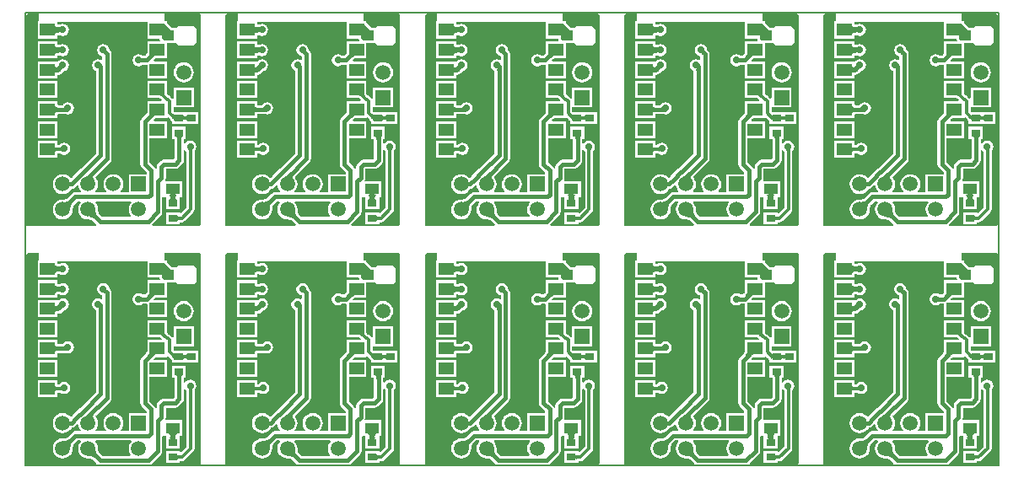
<source format=gtl>
G04 Layer_Physical_Order=1*
G04 Layer_Color=255*
%FSLAX24Y24*%
%MOIN*%
G70*
G01*
G75*
%ADD10R,0.0866X0.0413*%
%ADD11R,0.0394X0.0394*%
%ADD12R,0.0354X0.0276*%
%ADD13R,0.0551X0.0433*%
%ADD14R,0.0591X0.0472*%
%ADD15C,0.0118*%
%ADD16C,0.0157*%
%ADD17C,0.0197*%
%ADD18C,0.0079*%
%ADD19R,0.0591X0.0591*%
%ADD20C,0.0591*%
%ADD21R,0.0591X0.0591*%
%ADD22C,0.0276*%
G36*
X5650Y4946D02*
X5635Y4953D01*
X5619Y4955D01*
X5601Y4953D01*
X5581Y4948D01*
X5559Y4939D01*
X5536Y4925D01*
X5511Y4908D01*
X5485Y4887D01*
X5457Y4863D01*
X5427Y4834D01*
X5257Y4886D01*
X5291Y4921D01*
X5343Y4983D01*
X5362Y5009D01*
X5376Y5033D01*
X5385Y5054D01*
X5389Y5072D01*
X5387Y5087D01*
X5381Y5099D01*
X5369Y5109D01*
X5650Y4946D01*
D02*
G37*
G36*
X6837Y4735D02*
X6836Y4746D01*
X6832Y4756D01*
X6826Y4765D01*
X6818Y4773D01*
X6807Y4779D01*
X6794Y4785D01*
X6779Y4789D01*
X6762Y4792D01*
X6745Y4789D01*
X6730Y4785D01*
X6716Y4779D01*
X6706Y4773D01*
X6697Y4765D01*
X6691Y4756D01*
X6688Y4746D01*
X6687Y4735D01*
Y4971D01*
X6688Y4960D01*
X6691Y4950D01*
X6697Y4941D01*
X6706Y4933D01*
X6716Y4927D01*
X6730Y4922D01*
X6745Y4918D01*
X6762Y4915D01*
X6779Y4918D01*
X6794Y4922D01*
X6807Y4927D01*
X6818Y4933D01*
X6826Y4941D01*
X6832Y4950D01*
X6836Y4960D01*
X6837Y4971D01*
Y4735D01*
D02*
G37*
G36*
X2314Y1501D02*
X2297Y1482D01*
X2282Y1462D01*
X2269Y1439D01*
X2257Y1415D01*
X2248Y1389D01*
X2240Y1362D01*
X2234Y1332D01*
X2230Y1301D01*
X2227Y1268D01*
X2227Y1233D01*
X1934Y1525D01*
X1969Y1526D01*
X2002Y1528D01*
X2034Y1532D01*
X2063Y1538D01*
X2091Y1546D01*
X2117Y1556D01*
X2141Y1567D01*
X2163Y1580D01*
X2184Y1595D01*
X2202Y1612D01*
X2314Y1501D01*
D02*
G37*
G36*
X5946Y5834D02*
X5941Y5826D01*
X5939Y5815D01*
X5942Y5801D01*
X5948Y5786D01*
X5959Y5768D01*
X5973Y5748D01*
X5991Y5725D01*
X6040Y5674D01*
X5897Y5649D01*
X5876Y5670D01*
X5835Y5704D01*
X5817Y5716D01*
X5800Y5726D01*
X5784Y5733D01*
X5769Y5737D01*
X5755Y5739D01*
X5742Y5738D01*
X5730Y5734D01*
X5955Y5841D01*
X5946Y5834D01*
D02*
G37*
G36*
X4639Y1498D02*
X4586Y1429D01*
X4546Y1333D01*
X4533Y1230D01*
X4546Y1127D01*
X4586Y1031D01*
X4619Y988D01*
X4594Y938D01*
X3481D01*
X3373Y1046D01*
X3367Y1055D01*
X3359Y1068D01*
X3351Y1084D01*
X3345Y1102D01*
X3339Y1122D01*
X3334Y1144D01*
X3331Y1169D01*
X3329Y1196D01*
X3329Y1220D01*
X3330Y1230D01*
X3317Y1333D01*
X3277Y1429D01*
X3224Y1498D01*
X3244Y1548D01*
X4619D01*
X4639Y1498D01*
D02*
G37*
G36*
X7067Y3614D02*
X7062Y3605D01*
X7057Y3595D01*
X7053Y3585D01*
X7049Y3574D01*
X7046Y3563D01*
X7044Y3551D01*
X7042Y3538D01*
X7041Y3525D01*
X7041Y3510D01*
X6922Y3498D01*
X6922Y3512D01*
X6921Y3526D01*
X6919Y3538D01*
X6916Y3550D01*
X6912Y3561D01*
X6908Y3571D01*
X6902Y3580D01*
X6896Y3589D01*
X6889Y3597D01*
X6882Y3604D01*
X7074Y3622D01*
X7067Y3614D01*
D02*
G37*
G36*
X3184Y2621D02*
X3166Y2601D01*
X3151Y2580D01*
X3140Y2559D01*
X3132Y2538D01*
X3129Y2517D01*
X3129Y2496D01*
X3133Y2474D01*
X3140Y2453D01*
X3151Y2431D01*
X3166Y2409D01*
X2779Y2483D01*
X2802Y2497D01*
X2874Y2550D01*
X2900Y2571D01*
X3013Y2673D01*
X3043Y2703D01*
X3184Y2621D01*
D02*
G37*
G36*
X6460Y1819D02*
X6443Y1813D01*
X6428Y1803D01*
X6415Y1789D01*
X6405Y1771D01*
X6396Y1749D01*
X6389Y1723D01*
X6387Y1711D01*
X6387Y1708D01*
X6392Y1683D01*
X6399Y1661D01*
X6408Y1643D01*
X6418Y1630D01*
X6430Y1620D01*
X6443Y1614D01*
X6457Y1612D01*
X6106D01*
X6120Y1614D01*
X6133Y1620D01*
X6145Y1630D01*
X6155Y1643D01*
X6164Y1661D01*
X6171Y1683D01*
X6176Y1708D01*
X6176Y1710D01*
X6174Y1723D01*
X6167Y1749D01*
X6158Y1771D01*
X6148Y1789D01*
X6135Y1803D01*
X6120Y1813D01*
X6103Y1819D01*
X6085Y1821D01*
X6478D01*
X6460Y1819D01*
D02*
G37*
G36*
X6261Y5024D02*
X6269Y5017D01*
X6278Y5010D01*
X6286Y5005D01*
X6294Y5000D01*
X6303Y4997D01*
X6311Y4994D01*
X6319Y4991D01*
X6328Y4990D01*
X6336Y4990D01*
Y4717D01*
X6335Y4730D01*
X6331Y4745D01*
X6325Y4761D01*
X6316Y4778D01*
X6305Y4797D01*
X6291Y4816D01*
X6256Y4859D01*
X6234Y4882D01*
X6211Y4907D01*
X6252Y5032D01*
X6261Y5024D01*
D02*
G37*
G36*
X6688Y4126D02*
X6673Y4124D01*
X6660Y4120D01*
X6648Y4112D01*
X6638Y4101D01*
X6630Y4087D01*
X6623Y4069D01*
X6617Y4049D01*
X6613Y4025D01*
X6611Y3998D01*
X6610Y3969D01*
X6453D01*
X6452Y3999D01*
X6450Y4026D01*
X6446Y4049D01*
X6440Y4070D01*
X6433Y4087D01*
X6424Y4102D01*
X6414Y4113D01*
X6402Y4121D01*
X6389Y4126D01*
X6374Y4127D01*
X6688Y4126D01*
D02*
G37*
G36*
X7392Y8917D02*
Y640D01*
X7343Y591D01*
X5469D01*
X5450Y641D01*
X5810Y1001D01*
X5810Y1001D01*
X5850Y1060D01*
X5864Y1130D01*
Y1699D01*
X5906Y1718D01*
X5956D01*
X6004Y1713D01*
Y1616D01*
X6004Y1612D01*
X6004Y1608D01*
Y1237D01*
X6559D01*
Y1608D01*
X6559Y1612D01*
X6559Y1616D01*
Y1713D01*
X6607Y1718D01*
X6657D01*
Y2351D01*
X6012D01*
X5988Y2395D01*
X5996Y2406D01*
X6009Y2476D01*
X6009Y2476D01*
Y2838D01*
X6372D01*
X6372Y2838D01*
X6442Y2852D01*
X6501Y2892D01*
X6660Y3051D01*
X6660Y3051D01*
X6700Y3110D01*
X6714Y3180D01*
X6714Y3180D01*
Y3574D01*
X6764Y3589D01*
X6797Y3539D01*
X6813Y3529D01*
X6813Y3528D01*
X6817Y3525D01*
X6817Y3524D01*
X6818Y3522D01*
X6819Y3518D01*
X6819Y3514D01*
Y1297D01*
X6609Y1086D01*
X6559Y1107D01*
Y1122D01*
X6004D01*
Y647D01*
X6559D01*
Y722D01*
X6636D01*
X6698Y735D01*
X6751Y770D01*
X7096Y1115D01*
X7131Y1168D01*
X7144Y1230D01*
Y3530D01*
X7144Y3534D01*
X7145Y3540D01*
X7147Y3545D01*
X7148Y3549D01*
X7149Y3551D01*
X7150Y3553D01*
X7151Y3555D01*
X7155Y3560D01*
X7158Y3566D01*
X7193Y3618D01*
X7211Y3711D01*
X7193Y3803D01*
X7140Y3882D01*
X7061Y3935D01*
X6969Y3953D01*
X6876Y3935D01*
X6797Y3882D01*
X6764Y3832D01*
X6714Y3847D01*
Y4003D01*
X6715Y4013D01*
X6717Y4025D01*
X6789D01*
Y4122D01*
X6790Y4126D01*
X6789Y4130D01*
Y4135D01*
X6789Y4137D01*
X6789Y4137D01*
Y4500D01*
X6235D01*
Y4025D01*
X6346D01*
X6348Y4013D01*
X6349Y4003D01*
Y3255D01*
X6297Y3203D01*
X5932D01*
X5932Y3203D01*
X5862Y3189D01*
X5803Y3149D01*
X5803Y3149D01*
X5698Y3045D01*
X5659Y2986D01*
X5645Y2916D01*
X5645Y2916D01*
Y2842D01*
X5595Y2837D01*
X5592Y2850D01*
X5553Y2909D01*
X5364Y3098D01*
Y4057D01*
X6057D01*
Y4729D01*
X5534D01*
X5515Y4775D01*
X5536Y4796D01*
X5550Y4809D01*
X5572Y4826D01*
X5591Y4839D01*
X5600Y4844D01*
X6057D01*
Y4849D01*
X6104Y4868D01*
X6172Y4800D01*
X6179Y4792D01*
X6209Y4754D01*
X6219Y4741D01*
X6227Y4728D01*
X6231Y4719D01*
X6234Y4714D01*
X6234Y4713D01*
X6234Y4707D01*
X6235Y4706D01*
Y4615D01*
X6332D01*
X6336Y4615D01*
X6340Y4615D01*
X6342D01*
X6345Y4615D01*
X6346Y4615D01*
X7289D01*
Y5091D01*
X6344D01*
X6341Y5092D01*
X6340Y5092D01*
X6339Y5092D01*
X6336Y5094D01*
X6336Y5094D01*
X6314Y5116D01*
Y5216D01*
X6317Y5264D01*
X6364Y5264D01*
X7108D01*
Y6055D01*
X6317D01*
Y5640D01*
X6267Y5625D01*
X6266Y5626D01*
X6197Y5695D01*
X6145Y5731D01*
X6125Y5735D01*
X6089Y5770D01*
X6068Y5792D01*
X6057Y5806D01*
Y6304D01*
X5267D01*
Y5631D01*
X5760D01*
X5763Y5630D01*
X5774Y5622D01*
X5802Y5599D01*
X5838Y5563D01*
X5819Y5517D01*
X5267D01*
Y5051D01*
X5263Y5046D01*
X5222Y4998D01*
X5053Y4828D01*
X5013Y4769D01*
X4999Y4700D01*
X4999Y4700D01*
Y3022D01*
X4999Y3022D01*
X5013Y2953D01*
X5053Y2894D01*
X5242Y2704D01*
Y2625D01*
X4536D01*
Y1912D01*
X4244D01*
X4224Y1962D01*
X4277Y2031D01*
X4317Y2127D01*
X4330Y2230D01*
X4317Y2333D01*
X4277Y2429D01*
X4213Y2512D01*
X4131Y2575D01*
X4035Y2615D01*
X3932Y2629D01*
X3828Y2615D01*
X3732Y2575D01*
X3650Y2512D01*
X3586Y2429D01*
X3546Y2333D01*
X3533Y2230D01*
X3546Y2127D01*
X3586Y2031D01*
X3639Y1962D01*
X3619Y1912D01*
X3244D01*
X3224Y1962D01*
X3277Y2031D01*
X3317Y2127D01*
X3330Y2230D01*
X3317Y2333D01*
X3277Y2429D01*
X3253Y2460D01*
X3251Y2466D01*
X3251Y2466D01*
X3250Y2466D01*
X3239Y2483D01*
X3234Y2493D01*
X3232Y2500D01*
X3231Y2505D01*
X3231Y2509D01*
X3231Y2513D01*
X3233Y2518D01*
X3238Y2526D01*
X3243Y2534D01*
X3810Y3101D01*
X3810Y3101D01*
X3850Y3160D01*
X3864Y3230D01*
X3864Y3230D01*
Y7380D01*
X3864Y7380D01*
X3850Y7450D01*
X3810Y7509D01*
X3770Y7549D01*
X3755Y7623D01*
X3703Y7701D01*
X3624Y7754D01*
X3532Y7772D01*
X3439Y7754D01*
X3360Y7701D01*
X3307Y7623D01*
X3289Y7530D01*
X3307Y7437D01*
X3360Y7358D01*
X3439Y7306D01*
X3499Y7294D01*
Y7157D01*
X3455Y7133D01*
X3424Y7154D01*
X3331Y7172D01*
X3239Y7154D01*
X3160Y7101D01*
X3108Y7023D01*
X3089Y6930D01*
X3108Y6837D01*
X3160Y6758D01*
X3239Y6706D01*
X3242Y6705D01*
Y3455D01*
X2645Y2859D01*
X2606Y2833D01*
X2606Y2833D01*
X2329Y2555D01*
X2303Y2516D01*
X2277Y2491D01*
X2227Y2494D01*
X2213Y2512D01*
X2131Y2575D01*
X2035Y2615D01*
X1931Y2629D01*
X1828Y2615D01*
X1732Y2575D01*
X1650Y2512D01*
X1586Y2429D01*
X1546Y2333D01*
X1533Y2230D01*
X1546Y2127D01*
X1586Y2031D01*
X1650Y1948D01*
X1732Y1885D01*
X1828Y1845D01*
X1931Y1831D01*
X2035Y1845D01*
X2131Y1885D01*
X2213Y1948D01*
X2277Y2031D01*
X2285Y2050D01*
X2344Y2062D01*
X2403Y2101D01*
X2488Y2186D01*
X2541Y2168D01*
X2546Y2127D01*
X2586Y2031D01*
X2639Y1962D01*
X2619Y1912D01*
X2431D01*
X2431Y1912D01*
X2362Y1898D01*
X2303Y1859D01*
X2303Y1859D01*
X2116Y1672D01*
X2107Y1665D01*
X2093Y1657D01*
X2077Y1650D01*
X2059Y1643D01*
X2039Y1637D01*
X2017Y1633D01*
X1992Y1630D01*
X1965Y1628D01*
X1942Y1627D01*
X1931Y1629D01*
X1828Y1615D01*
X1732Y1575D01*
X1650Y1512D01*
X1586Y1429D01*
X1546Y1333D01*
X1533Y1230D01*
X1546Y1127D01*
X1586Y1031D01*
X1650Y948D01*
X1732Y885D01*
X1828Y845D01*
X1931Y831D01*
X2035Y845D01*
X2131Y885D01*
X2213Y948D01*
X2277Y1031D01*
X2317Y1127D01*
X2330Y1230D01*
X2329Y1240D01*
X2329Y1263D01*
X2331Y1291D01*
X2334Y1315D01*
X2339Y1338D01*
X2345Y1358D01*
X2351Y1376D01*
X2359Y1391D01*
X2367Y1405D01*
X2373Y1414D01*
X2507Y1548D01*
X2619D01*
X2639Y1498D01*
X2586Y1429D01*
X2546Y1333D01*
X2533Y1230D01*
X2546Y1127D01*
X2586Y1031D01*
X2650Y948D01*
X2732Y885D01*
X2828Y845D01*
X2932Y831D01*
X2942Y833D01*
X2965Y832D01*
X2992Y830D01*
X3017Y827D01*
X3039Y822D01*
X3059Y817D01*
X3077Y810D01*
X3093Y803D01*
X3107Y794D01*
X3116Y788D01*
X3263Y641D01*
X3244Y591D01*
X492D01*
Y8898D01*
X571Y8976D01*
X984D01*
Y8666D01*
X936D01*
Y7994D01*
X1727D01*
Y8118D01*
X1728Y8119D01*
X1743Y8123D01*
X1764Y8126D01*
X1778Y8128D01*
X1806D01*
X1839Y8106D01*
X1931Y8087D01*
X2024Y8106D01*
X2103Y8158D01*
X2155Y8237D01*
X2174Y8330D01*
X2155Y8423D01*
X2103Y8501D01*
X2024Y8554D01*
X1931Y8572D01*
X1839Y8554D01*
X1806Y8532D01*
X1778D01*
X1764Y8534D01*
X1743Y8537D01*
X1728Y8541D01*
X1727Y8542D01*
Y8632D01*
X5267D01*
Y7994D01*
X5754D01*
Y7982D01*
X5762Y7943D01*
X5772Y7929D01*
X5748Y7879D01*
X5267D01*
Y7413D01*
X5263Y7408D01*
X5222Y7360D01*
X5174Y7312D01*
X5093D01*
X5086Y7313D01*
X5024Y7354D01*
X4931Y7372D01*
X4839Y7354D01*
X4760Y7301D01*
X4708Y7223D01*
X4689Y7130D01*
X4708Y7037D01*
X4760Y6958D01*
X4839Y6906D01*
X4931Y6887D01*
X5024Y6906D01*
X5086Y6947D01*
X5096Y6948D01*
X5250D01*
X5250Y6948D01*
X5267Y6933D01*
Y6419D01*
X6057D01*
Y7091D01*
X5534D01*
X5515Y7138D01*
X5536Y7159D01*
X5550Y7171D01*
X5572Y7188D01*
X5591Y7201D01*
X5600Y7206D01*
X6057D01*
Y7804D01*
X6409D01*
X6486Y7726D01*
X7106D01*
X7224Y7844D01*
Y8356D01*
X7106Y8474D01*
X6486D01*
X6409Y8397D01*
X6265D01*
X6057Y8604D01*
Y8666D01*
X5945D01*
Y8976D01*
X7333D01*
X7392Y8917D01*
D02*
G37*
G36*
X5034Y7223D02*
X5039Y7220D01*
X5046Y7217D01*
X5054Y7215D01*
X5063Y7213D01*
X5073Y7211D01*
X5098Y7209D01*
X5127Y7209D01*
Y7051D01*
X5112Y7051D01*
X5073Y7048D01*
X5063Y7047D01*
X5054Y7045D01*
X5046Y7042D01*
X5039Y7040D01*
X5034Y7037D01*
X5030Y7033D01*
Y7226D01*
X5034Y7223D01*
D02*
G37*
G36*
X3669Y7513D02*
X3670Y7510D01*
X3673Y7505D01*
X3677Y7500D01*
X3689Y7486D01*
X3715Y7458D01*
X3726Y7447D01*
X3614Y7336D01*
X3603Y7347D01*
X3556Y7388D01*
X3552Y7391D01*
X3548Y7393D01*
X3546Y7393D01*
X3669Y7516D01*
X3669Y7513D01*
D02*
G37*
G36*
X6457Y992D02*
X6461Y981D01*
X6467Y973D01*
X6475Y965D01*
X6486Y958D01*
X6499Y953D01*
X6515Y949D01*
X6533Y946D01*
X6553Y944D01*
X6576Y944D01*
Y826D01*
X6553Y825D01*
X6533Y823D01*
X6515Y820D01*
X6499Y816D01*
X6486Y811D01*
X6475Y804D01*
X6467Y797D01*
X6461Y788D01*
X6457Y778D01*
X6456Y767D01*
Y1003D01*
X6457Y992D01*
D02*
G37*
G36*
X5650Y7309D02*
X5635Y7315D01*
X5619Y7317D01*
X5601Y7316D01*
X5581Y7310D01*
X5559Y7301D01*
X5536Y7288D01*
X5511Y7271D01*
X5485Y7250D01*
X5457Y7225D01*
X5427Y7196D01*
X5257Y7248D01*
X5291Y7283D01*
X5343Y7345D01*
X5362Y7372D01*
X5376Y7395D01*
X5385Y7416D01*
X5389Y7434D01*
X5387Y7449D01*
X5381Y7462D01*
X5369Y7471D01*
X5650Y7309D01*
D02*
G37*
G36*
X3227Y1192D02*
X3230Y1159D01*
X3234Y1128D01*
X3240Y1098D01*
X3248Y1070D01*
X3257Y1045D01*
X3269Y1020D01*
X3282Y998D01*
X3297Y978D01*
X3314Y959D01*
X3202Y848D01*
X3184Y865D01*
X3163Y880D01*
X3141Y893D01*
X3117Y904D01*
X3091Y914D01*
X3063Y922D01*
X3034Y928D01*
X3002Y932D01*
X2969Y934D01*
X2934Y935D01*
X3227Y1227D01*
X3227Y1192D01*
D02*
G37*
G36*
X1626Y8508D02*
X1632Y8491D01*
X1642Y8477D01*
X1656Y8464D01*
X1674Y8453D01*
X1696Y8444D01*
X1721Y8437D01*
X1751Y8432D01*
X1785Y8429D01*
X1822Y8428D01*
Y8231D01*
X1785Y8231D01*
X1751Y8228D01*
X1721Y8223D01*
X1696Y8216D01*
X1674Y8207D01*
X1656Y8196D01*
X1642Y8183D01*
X1632Y8169D01*
X1626Y8152D01*
X1624Y8133D01*
Y8527D01*
X1626Y8508D01*
D02*
G37*
G36*
X3503Y6745D02*
X3345Y6710D01*
X3345Y6726D01*
X3342Y6762D01*
X3340Y6771D01*
X3338Y6779D01*
X3336Y6785D01*
X3333Y6789D01*
X3330Y6791D01*
X3326Y6792D01*
X3467Y6905D01*
X3503Y6745D01*
D02*
G37*
G36*
X6230Y8287D02*
X6319D01*
X6171Y7953D01*
X5984D01*
X5935Y7904D01*
X5856Y7982D01*
Y8465D01*
X5955Y8563D01*
X6230Y8287D01*
D02*
G37*
%LPC*%
G36*
X1727Y3942D02*
X936D01*
Y3269D01*
X1727D01*
Y3443D01*
X1809D01*
X1817Y3443D01*
X1822Y3442D01*
X1828Y3440D01*
X1832Y3439D01*
X1836Y3438D01*
X1839Y3436D01*
X1841Y3435D01*
X1846Y3432D01*
X1855Y3429D01*
X1889Y3406D01*
X1981Y3387D01*
X2074Y3406D01*
X2153Y3458D01*
X2205Y3537D01*
X2224Y3630D01*
X2205Y3723D01*
X2153Y3801D01*
X2074Y3854D01*
X1981Y3872D01*
X1889Y3854D01*
X1810Y3801D01*
X1792Y3774D01*
X1787Y3770D01*
X1786Y3769D01*
X1784Y3768D01*
X1781Y3768D01*
X1727D01*
Y3942D01*
D02*
G37*
G36*
Y4729D02*
X936D01*
Y4057D01*
X1727D01*
Y4729D01*
D02*
G37*
G36*
X6713Y7058D02*
X6609Y7045D01*
X6513Y7005D01*
X6431Y6941D01*
X6367Y6859D01*
X6327Y6763D01*
X6314Y6659D01*
X6327Y6556D01*
X6367Y6460D01*
X6431Y6378D01*
X6513Y6314D01*
X6609Y6274D01*
X6713Y6261D01*
X6816Y6274D01*
X6912Y6314D01*
X6995Y6378D01*
X7058Y6460D01*
X7098Y6556D01*
X7111Y6659D01*
X7098Y6763D01*
X7058Y6859D01*
X6995Y6941D01*
X6912Y7005D01*
X6816Y7045D01*
X6713Y7058D01*
D02*
G37*
G36*
X1931Y7172D02*
X1839Y7154D01*
X1771Y7109D01*
X1727Y7091D01*
X1727Y7091D01*
X1727Y7091D01*
X936D01*
Y6419D01*
X1727D01*
Y6553D01*
X1757D01*
X1834Y6568D01*
X1900Y6612D01*
X1986Y6698D01*
X2024Y6706D01*
X2103Y6758D01*
X2155Y6837D01*
X2174Y6930D01*
X2155Y7023D01*
X2103Y7101D01*
X2024Y7154D01*
X1931Y7172D01*
D02*
G37*
G36*
X1727Y6304D02*
X936D01*
Y5631D01*
X1727D01*
Y6304D01*
D02*
G37*
G36*
Y7879D02*
X936D01*
Y7206D01*
X1727D01*
Y7318D01*
X1728Y7319D01*
X1743Y7323D01*
X1764Y7326D01*
X1778Y7328D01*
X1806D01*
X1839Y7306D01*
X1931Y7287D01*
X2024Y7306D01*
X2103Y7358D01*
X2155Y7437D01*
X2174Y7530D01*
X2155Y7623D01*
X2103Y7701D01*
X2024Y7754D01*
X1931Y7772D01*
X1839Y7754D01*
X1806Y7732D01*
X1778D01*
X1764Y7734D01*
X1743Y7737D01*
X1728Y7741D01*
X1727Y7742D01*
Y7879D01*
D02*
G37*
G36*
Y5517D02*
X936D01*
Y4844D01*
X1727D01*
Y4995D01*
X1739Y4997D01*
X1749Y4998D01*
X2078D01*
X2131Y4987D01*
X2224Y5006D01*
X2303Y5058D01*
X2355Y5137D01*
X2374Y5230D01*
X2355Y5323D01*
X2303Y5401D01*
X2224Y5454D01*
X2131Y5472D01*
X2039Y5454D01*
X1960Y5401D01*
X1934Y5363D01*
X1749D01*
X1739Y5363D01*
X1727Y5365D01*
Y5517D01*
D02*
G37*
%LPD*%
G36*
X2074Y5105D02*
X1999Y5102D01*
X1914Y5259D01*
X1929Y5259D01*
X1956Y5261D01*
X1967Y5263D01*
X1977Y5265D01*
X1985Y5268D01*
X1992Y5272D01*
X1998Y5275D01*
X2002Y5280D01*
X2005Y5284D01*
X2074Y5105D01*
D02*
G37*
G36*
X1626Y6880D02*
X1630Y6874D01*
X1636Y6870D01*
X1646Y6865D01*
X1657Y6862D01*
X1672Y6859D01*
X1689Y6856D01*
X1732Y6854D01*
X1757Y6854D01*
Y6657D01*
X1732Y6656D01*
X1672Y6651D01*
X1657Y6649D01*
X1646Y6645D01*
X1636Y6641D01*
X1630Y6636D01*
X1626Y6630D01*
X1624Y6624D01*
Y6886D01*
X1626Y6880D01*
D02*
G37*
G36*
X1626Y7708D02*
X1632Y7691D01*
X1642Y7677D01*
X1656Y7664D01*
X1674Y7653D01*
X1696Y7644D01*
X1721Y7637D01*
X1751Y7632D01*
X1785Y7629D01*
X1822Y7628D01*
Y7431D01*
X1785Y7431D01*
X1751Y7428D01*
X1721Y7423D01*
X1696Y7416D01*
X1674Y7407D01*
X1656Y7396D01*
X1642Y7383D01*
X1632Y7369D01*
X1626Y7352D01*
X1624Y7333D01*
Y7727D01*
X1626Y7708D01*
D02*
G37*
G36*
X1626Y3712D02*
X1629Y3702D01*
X1635Y3693D01*
X1643Y3686D01*
X1654Y3679D01*
X1667Y3674D01*
X1683Y3670D01*
X1701Y3667D01*
X1721Y3665D01*
X1744Y3665D01*
Y3546D01*
X1721Y3546D01*
X1701Y3544D01*
X1683Y3541D01*
X1667Y3537D01*
X1654Y3532D01*
X1643Y3525D01*
X1635Y3518D01*
X1629Y3509D01*
X1626Y3499D01*
X1624Y3487D01*
Y3724D01*
X1626Y3712D01*
D02*
G37*
G36*
X1902Y3518D02*
X1893Y3523D01*
X1884Y3528D01*
X1875Y3532D01*
X1864Y3536D01*
X1853Y3539D01*
X1842Y3542D01*
X1829Y3544D01*
X1803Y3546D01*
X1789Y3546D01*
X1765Y3665D01*
X1780Y3665D01*
X1793Y3666D01*
X1805Y3668D01*
X1817Y3671D01*
X1827Y3675D01*
X1837Y3680D01*
X1846Y3686D01*
X1854Y3692D01*
X1861Y3699D01*
X1868Y3707D01*
X1902Y3518D01*
D02*
G37*
G36*
X1626Y5323D02*
X1631Y5309D01*
X1639Y5298D01*
X1650Y5287D01*
X1664Y5279D01*
X1681Y5272D01*
X1702Y5266D01*
X1726Y5262D01*
X1753Y5260D01*
X1783Y5259D01*
Y5102D01*
X1753Y5101D01*
X1726Y5098D01*
X1702Y5094D01*
X1681Y5089D01*
X1664Y5082D01*
X1650Y5073D01*
X1639Y5063D01*
X1631Y5051D01*
X1626Y5038D01*
X1624Y5023D01*
Y5338D01*
X1626Y5323D01*
D02*
G37*
G36*
X13524Y4946D02*
X13509Y4953D01*
X13493Y4955D01*
X13475Y4953D01*
X13455Y4948D01*
X13433Y4939D01*
X13410Y4925D01*
X13385Y4908D01*
X13359Y4887D01*
X13331Y4863D01*
X13301Y4834D01*
X13131Y4886D01*
X13165Y4921D01*
X13217Y4983D01*
X13236Y5009D01*
X13250Y5033D01*
X13259Y5054D01*
X13263Y5072D01*
X13261Y5087D01*
X13255Y5099D01*
X13243Y5109D01*
X13524Y4946D01*
D02*
G37*
G36*
X14711Y4735D02*
X14710Y4746D01*
X14706Y4756D01*
X14700Y4765D01*
X14692Y4773D01*
X14681Y4779D01*
X14668Y4785D01*
X14653Y4789D01*
X14636Y4792D01*
X14619Y4789D01*
X14604Y4785D01*
X14590Y4779D01*
X14580Y4773D01*
X14571Y4765D01*
X14565Y4756D01*
X14562Y4746D01*
X14561Y4735D01*
Y4971D01*
X14562Y4960D01*
X14565Y4950D01*
X14571Y4941D01*
X14580Y4933D01*
X14590Y4927D01*
X14604Y4922D01*
X14619Y4918D01*
X14636Y4915D01*
X14653Y4918D01*
X14668Y4922D01*
X14681Y4927D01*
X14692Y4933D01*
X14700Y4941D01*
X14706Y4950D01*
X14710Y4960D01*
X14711Y4971D01*
Y4735D01*
D02*
G37*
G36*
X10188Y1501D02*
X10171Y1482D01*
X10156Y1462D01*
X10143Y1439D01*
X10131Y1415D01*
X10122Y1389D01*
X10114Y1362D01*
X10108Y1332D01*
X10104Y1301D01*
X10101Y1268D01*
X10101Y1233D01*
X9808Y1525D01*
X9843Y1526D01*
X9877Y1528D01*
X9908Y1532D01*
X9937Y1538D01*
X9965Y1546D01*
X9991Y1556D01*
X10015Y1567D01*
X10037Y1580D01*
X10058Y1595D01*
X10076Y1612D01*
X10188Y1501D01*
D02*
G37*
G36*
X13820Y5834D02*
X13815Y5826D01*
X13813Y5815D01*
X13816Y5801D01*
X13822Y5786D01*
X13833Y5768D01*
X13847Y5748D01*
X13865Y5725D01*
X13914Y5674D01*
X13771Y5649D01*
X13750Y5670D01*
X13709Y5704D01*
X13691Y5716D01*
X13674Y5726D01*
X13658Y5733D01*
X13643Y5737D01*
X13629Y5739D01*
X13616Y5738D01*
X13604Y5734D01*
X13829Y5841D01*
X13820Y5834D01*
D02*
G37*
G36*
X12513Y1498D02*
X12460Y1429D01*
X12420Y1333D01*
X12407Y1230D01*
X12420Y1127D01*
X12460Y1031D01*
X12493Y988D01*
X12468Y938D01*
X11355D01*
X11247Y1046D01*
X11241Y1055D01*
X11233Y1068D01*
X11225Y1084D01*
X11219Y1102D01*
X11213Y1122D01*
X11208Y1144D01*
X11205Y1169D01*
X11203Y1196D01*
X11203Y1220D01*
X11204Y1230D01*
X11191Y1333D01*
X11151Y1429D01*
X11098Y1498D01*
X11118Y1548D01*
X12493D01*
X12513Y1498D01*
D02*
G37*
G36*
X14942Y3614D02*
X14936Y3605D01*
X14931Y3595D01*
X14927Y3585D01*
X14923Y3574D01*
X14920Y3563D01*
X14918Y3551D01*
X14916Y3538D01*
X14915Y3525D01*
X14915Y3510D01*
X14796Y3498D01*
X14796Y3512D01*
X14795Y3526D01*
X14793Y3538D01*
X14790Y3550D01*
X14786Y3561D01*
X14782Y3571D01*
X14777Y3580D01*
X14770Y3589D01*
X14763Y3597D01*
X14756Y3604D01*
X14948Y3622D01*
X14942Y3614D01*
D02*
G37*
G36*
X11058Y2621D02*
X11040Y2601D01*
X11025Y2580D01*
X11014Y2559D01*
X11006Y2538D01*
X11003Y2517D01*
X11003Y2496D01*
X11007Y2474D01*
X11014Y2453D01*
X11025Y2431D01*
X11040Y2409D01*
X10653Y2483D01*
X10676Y2497D01*
X10749Y2550D01*
X10775Y2571D01*
X10887Y2673D01*
X10917Y2703D01*
X11058Y2621D01*
D02*
G37*
G36*
X14334Y1819D02*
X14317Y1813D01*
X14302Y1803D01*
X14289Y1789D01*
X14279Y1771D01*
X14270Y1749D01*
X14263Y1723D01*
X14261Y1711D01*
X14261Y1708D01*
X14266Y1683D01*
X14273Y1661D01*
X14282Y1643D01*
X14292Y1630D01*
X14304Y1620D01*
X14317Y1614D01*
X14331Y1612D01*
X13980D01*
X13994Y1614D01*
X14007Y1620D01*
X14019Y1630D01*
X14029Y1643D01*
X14038Y1661D01*
X14045Y1683D01*
X14050Y1708D01*
X14050Y1710D01*
X14048Y1723D01*
X14041Y1749D01*
X14032Y1771D01*
X14022Y1789D01*
X14009Y1803D01*
X13994Y1813D01*
X13977Y1819D01*
X13959Y1821D01*
X14352D01*
X14334Y1819D01*
D02*
G37*
G36*
X14135Y5024D02*
X14143Y5017D01*
X14152Y5010D01*
X14160Y5005D01*
X14168Y5000D01*
X14177Y4997D01*
X14185Y4994D01*
X14193Y4991D01*
X14202Y4990D01*
X14210Y4990D01*
Y4717D01*
X14209Y4730D01*
X14205Y4745D01*
X14199Y4761D01*
X14190Y4778D01*
X14179Y4797D01*
X14165Y4816D01*
X14130Y4859D01*
X14108Y4882D01*
X14085Y4907D01*
X14126Y5032D01*
X14135Y5024D01*
D02*
G37*
G36*
X14562Y4126D02*
X14547Y4124D01*
X14534Y4120D01*
X14522Y4112D01*
X14512Y4101D01*
X14504Y4087D01*
X14497Y4069D01*
X14491Y4049D01*
X14487Y4025D01*
X14485Y3998D01*
X14484Y3969D01*
X14327D01*
X14326Y3999D01*
X14324Y4026D01*
X14320Y4049D01*
X14314Y4070D01*
X14307Y4087D01*
X14298Y4102D01*
X14288Y4113D01*
X14276Y4121D01*
X14263Y4126D01*
X14248Y4127D01*
X14562Y4126D01*
D02*
G37*
G36*
X15266Y8917D02*
Y640D01*
X15217Y591D01*
X13343D01*
X13324Y641D01*
X13684Y1001D01*
X13684Y1001D01*
X13724Y1060D01*
X13738Y1130D01*
Y1699D01*
X13780Y1718D01*
X13830D01*
X13878Y1713D01*
Y1616D01*
X13878Y1612D01*
X13878Y1608D01*
Y1237D01*
X14433D01*
Y1608D01*
X14433Y1612D01*
X14433Y1616D01*
Y1713D01*
X14481Y1718D01*
X14531D01*
Y2351D01*
X13886D01*
X13862Y2395D01*
X13870Y2406D01*
X13883Y2476D01*
X13883Y2476D01*
Y2838D01*
X14246D01*
X14246Y2838D01*
X14316Y2852D01*
X14375Y2892D01*
X14534Y3051D01*
X14534Y3051D01*
X14574Y3110D01*
X14588Y3180D01*
X14588Y3180D01*
Y3574D01*
X14638Y3589D01*
X14671Y3539D01*
X14687Y3529D01*
X14687Y3528D01*
X14691Y3525D01*
X14691Y3524D01*
X14692Y3522D01*
X14693Y3518D01*
X14693Y3514D01*
Y1297D01*
X14483Y1086D01*
X14433Y1107D01*
Y1122D01*
X13878D01*
Y647D01*
X14433D01*
Y722D01*
X14510D01*
X14572Y735D01*
X14625Y770D01*
X14970Y1115D01*
X15005Y1168D01*
X15018Y1230D01*
Y3530D01*
X15018Y3534D01*
X15019Y3540D01*
X15021Y3545D01*
X15022Y3549D01*
X15023Y3551D01*
X15024Y3553D01*
X15025Y3555D01*
X15029Y3560D01*
X15032Y3566D01*
X15067Y3618D01*
X15085Y3711D01*
X15067Y3803D01*
X15014Y3882D01*
X14935Y3935D01*
X14843Y3953D01*
X14750Y3935D01*
X14671Y3882D01*
X14638Y3832D01*
X14588Y3847D01*
Y4003D01*
X14589Y4013D01*
X14591Y4025D01*
X14663D01*
Y4122D01*
X14664Y4126D01*
X14663Y4130D01*
Y4135D01*
X14663Y4137D01*
X14663Y4137D01*
Y4500D01*
X14109D01*
Y4025D01*
X14220D01*
X14222Y4013D01*
X14223Y4003D01*
Y3255D01*
X14171Y3203D01*
X13806D01*
X13806Y3203D01*
X13736Y3189D01*
X13677Y3149D01*
X13677Y3149D01*
X13572Y3045D01*
X13533Y2986D01*
X13519Y2916D01*
X13519Y2916D01*
Y2842D01*
X13469Y2837D01*
X13466Y2850D01*
X13427Y2909D01*
X13238Y3098D01*
Y4057D01*
X13931D01*
Y4729D01*
X13408D01*
X13389Y4775D01*
X13410Y4796D01*
X13424Y4809D01*
X13446Y4826D01*
X13465Y4839D01*
X13474Y4844D01*
X13931D01*
Y4849D01*
X13978Y4868D01*
X14046Y4800D01*
X14053Y4792D01*
X14083Y4754D01*
X14093Y4741D01*
X14101Y4728D01*
X14105Y4719D01*
X14108Y4714D01*
X14108Y4713D01*
X14108Y4707D01*
X14109Y4706D01*
Y4615D01*
X14206D01*
X14210Y4615D01*
X14214Y4615D01*
X14216D01*
X14219Y4615D01*
X14220Y4615D01*
X15163D01*
Y5091D01*
X14218D01*
X14215Y5092D01*
X14214Y5092D01*
X14213Y5092D01*
X14210Y5094D01*
X14210Y5094D01*
X14188Y5116D01*
Y5216D01*
X14191Y5264D01*
X14238Y5264D01*
X14982D01*
Y6055D01*
X14191D01*
Y5640D01*
X14141Y5625D01*
X14140Y5626D01*
X14071Y5695D01*
X14019Y5731D01*
X13999Y5735D01*
X13963Y5770D01*
X13942Y5792D01*
X13931Y5806D01*
Y6304D01*
X13141D01*
Y5631D01*
X13634D01*
X13637Y5630D01*
X13648Y5622D01*
X13676Y5599D01*
X13712Y5563D01*
X13693Y5517D01*
X13141D01*
Y5051D01*
X13137Y5046D01*
X13096Y4998D01*
X12927Y4828D01*
X12887Y4769D01*
X12873Y4700D01*
X12873Y4700D01*
Y3022D01*
X12873Y3022D01*
X12887Y2953D01*
X12927Y2894D01*
X13116Y2704D01*
Y2625D01*
X12410D01*
Y1912D01*
X12118D01*
X12098Y1962D01*
X12151Y2031D01*
X12191Y2127D01*
X12204Y2230D01*
X12191Y2333D01*
X12151Y2429D01*
X12087Y2512D01*
X12005Y2575D01*
X11909Y2615D01*
X11806Y2629D01*
X11702Y2615D01*
X11606Y2575D01*
X11524Y2512D01*
X11460Y2429D01*
X11420Y2333D01*
X11407Y2230D01*
X11420Y2127D01*
X11460Y2031D01*
X11513Y1962D01*
X11493Y1912D01*
X11118D01*
X11098Y1962D01*
X11151Y2031D01*
X11191Y2127D01*
X11204Y2230D01*
X11191Y2333D01*
X11151Y2429D01*
X11127Y2460D01*
X11125Y2466D01*
X11125Y2466D01*
X11125Y2466D01*
X11113Y2483D01*
X11108Y2493D01*
X11106Y2500D01*
X11105Y2505D01*
X11105Y2509D01*
X11105Y2513D01*
X11107Y2518D01*
X11112Y2526D01*
X11117Y2534D01*
X11684Y3101D01*
X11684Y3101D01*
X11724Y3160D01*
X11738Y3230D01*
X11738Y3230D01*
Y7380D01*
X11738Y7380D01*
X11724Y7450D01*
X11684Y7509D01*
X11644Y7549D01*
X11630Y7623D01*
X11577Y7701D01*
X11498Y7754D01*
X11406Y7772D01*
X11313Y7754D01*
X11234Y7701D01*
X11182Y7623D01*
X11163Y7530D01*
X11182Y7437D01*
X11234Y7358D01*
X11313Y7306D01*
X11373Y7294D01*
Y7157D01*
X11329Y7133D01*
X11298Y7154D01*
X11206Y7172D01*
X11113Y7154D01*
X11034Y7101D01*
X10982Y7023D01*
X10963Y6930D01*
X10982Y6837D01*
X11034Y6758D01*
X11113Y6706D01*
X11116Y6705D01*
Y3455D01*
X10519Y2859D01*
X10480Y2833D01*
X10480Y2833D01*
X10203Y2555D01*
X10177Y2516D01*
X10151Y2491D01*
X10101Y2494D01*
X10087Y2512D01*
X10005Y2575D01*
X9909Y2615D01*
X9806Y2629D01*
X9702Y2615D01*
X9606Y2575D01*
X9524Y2512D01*
X9460Y2429D01*
X9420Y2333D01*
X9407Y2230D01*
X9420Y2127D01*
X9460Y2031D01*
X9524Y1948D01*
X9606Y1885D01*
X9702Y1845D01*
X9806Y1831D01*
X9909Y1845D01*
X10005Y1885D01*
X10087Y1948D01*
X10151Y2031D01*
X10159Y2050D01*
X10218Y2062D01*
X10277Y2101D01*
X10362Y2186D01*
X10415Y2168D01*
X10420Y2127D01*
X10460Y2031D01*
X10513Y1962D01*
X10493Y1912D01*
X10306D01*
X10306Y1912D01*
X10236Y1898D01*
X10177Y1859D01*
X10177Y1859D01*
X9990Y1672D01*
X9981Y1665D01*
X9967Y1657D01*
X9951Y1650D01*
X9933Y1643D01*
X9913Y1637D01*
X9891Y1633D01*
X9866Y1630D01*
X9839Y1628D01*
X9816Y1627D01*
X9806Y1629D01*
X9702Y1615D01*
X9606Y1575D01*
X9524Y1512D01*
X9460Y1429D01*
X9420Y1333D01*
X9407Y1230D01*
X9420Y1127D01*
X9460Y1031D01*
X9524Y948D01*
X9606Y885D01*
X9702Y845D01*
X9806Y831D01*
X9909Y845D01*
X10005Y885D01*
X10087Y948D01*
X10151Y1031D01*
X10191Y1127D01*
X10204Y1230D01*
X10203Y1240D01*
X10203Y1263D01*
X10205Y1291D01*
X10208Y1315D01*
X10213Y1338D01*
X10219Y1358D01*
X10225Y1376D01*
X10233Y1391D01*
X10241Y1405D01*
X10247Y1414D01*
X10381Y1548D01*
X10493D01*
X10513Y1498D01*
X10460Y1429D01*
X10420Y1333D01*
X10407Y1230D01*
X10420Y1127D01*
X10460Y1031D01*
X10524Y948D01*
X10606Y885D01*
X10702Y845D01*
X10806Y831D01*
X10816Y833D01*
X10839Y832D01*
X10866Y830D01*
X10891Y827D01*
X10913Y822D01*
X10933Y817D01*
X10951Y810D01*
X10967Y803D01*
X10981Y794D01*
X10990Y788D01*
X11137Y641D01*
X11118Y591D01*
X8366D01*
Y8898D01*
X8445Y8976D01*
X8858D01*
Y8666D01*
X8810D01*
Y7994D01*
X9601D01*
Y8118D01*
X9602Y8119D01*
X9617Y8123D01*
X9638Y8126D01*
X9653Y8128D01*
X9680D01*
X9713Y8106D01*
X9806Y8087D01*
X9898Y8106D01*
X9977Y8158D01*
X10030Y8237D01*
X10048Y8330D01*
X10030Y8423D01*
X9977Y8501D01*
X9898Y8554D01*
X9806Y8572D01*
X9713Y8554D01*
X9680Y8532D01*
X9653D01*
X9638Y8534D01*
X9617Y8537D01*
X9602Y8541D01*
X9601Y8542D01*
Y8632D01*
X13141D01*
Y7994D01*
X13628D01*
Y7982D01*
X13636Y7943D01*
X13646Y7929D01*
X13622Y7879D01*
X13141D01*
Y7413D01*
X13137Y7408D01*
X13096Y7360D01*
X13048Y7312D01*
X12967D01*
X12960Y7313D01*
X12898Y7354D01*
X12806Y7372D01*
X12713Y7354D01*
X12634Y7301D01*
X12582Y7223D01*
X12563Y7130D01*
X12582Y7037D01*
X12634Y6958D01*
X12713Y6906D01*
X12806Y6887D01*
X12898Y6906D01*
X12960Y6947D01*
X12970Y6948D01*
X13124D01*
X13124Y6948D01*
X13141Y6933D01*
Y6419D01*
X13931D01*
Y7091D01*
X13408D01*
X13389Y7138D01*
X13410Y7159D01*
X13424Y7171D01*
X13446Y7188D01*
X13465Y7201D01*
X13474Y7206D01*
X13931D01*
Y7804D01*
X14283D01*
X14360Y7726D01*
X14980D01*
X15098Y7844D01*
Y8356D01*
X14980Y8474D01*
X14360D01*
X14283Y8397D01*
X14139D01*
X13931Y8604D01*
Y8666D01*
X13819D01*
Y8976D01*
X15207D01*
X15266Y8917D01*
D02*
G37*
G36*
X12908Y7223D02*
X12913Y7220D01*
X12920Y7217D01*
X12928Y7215D01*
X12937Y7213D01*
X12947Y7211D01*
X12972Y7209D01*
X13001Y7209D01*
Y7051D01*
X12986Y7051D01*
X12947Y7048D01*
X12937Y7047D01*
X12928Y7045D01*
X12920Y7042D01*
X12913Y7040D01*
X12908Y7037D01*
X12904Y7033D01*
Y7226D01*
X12908Y7223D01*
D02*
G37*
G36*
X11543Y7513D02*
X11544Y7510D01*
X11547Y7505D01*
X11551Y7500D01*
X11563Y7486D01*
X11589Y7458D01*
X11600Y7447D01*
X11488Y7336D01*
X11477Y7347D01*
X11430Y7388D01*
X11426Y7391D01*
X11422Y7393D01*
X11420Y7393D01*
X11543Y7516D01*
X11543Y7513D01*
D02*
G37*
G36*
X14331Y992D02*
X14335Y981D01*
X14341Y973D01*
X14349Y965D01*
X14360Y958D01*
X14373Y953D01*
X14389Y949D01*
X14407Y946D01*
X14427Y944D01*
X14450Y944D01*
Y826D01*
X14427Y825D01*
X14407Y823D01*
X14389Y820D01*
X14373Y816D01*
X14360Y811D01*
X14349Y804D01*
X14341Y797D01*
X14335Y788D01*
X14331Y778D01*
X14330Y767D01*
Y1003D01*
X14331Y992D01*
D02*
G37*
G36*
X13524Y7309D02*
X13509Y7315D01*
X13493Y7317D01*
X13475Y7316D01*
X13455Y7310D01*
X13433Y7301D01*
X13410Y7288D01*
X13385Y7271D01*
X13359Y7250D01*
X13331Y7225D01*
X13301Y7196D01*
X13131Y7248D01*
X13165Y7283D01*
X13217Y7345D01*
X13236Y7372D01*
X13250Y7395D01*
X13259Y7416D01*
X13263Y7434D01*
X13261Y7449D01*
X13255Y7462D01*
X13243Y7471D01*
X13524Y7309D01*
D02*
G37*
G36*
X11101Y1192D02*
X11104Y1159D01*
X11108Y1128D01*
X11114Y1098D01*
X11122Y1070D01*
X11131Y1045D01*
X11143Y1020D01*
X11156Y998D01*
X11171Y978D01*
X11188Y959D01*
X11076Y848D01*
X11058Y865D01*
X11037Y880D01*
X11015Y893D01*
X10991Y904D01*
X10965Y914D01*
X10937Y922D01*
X10908Y928D01*
X10877Y932D01*
X10843Y934D01*
X10808Y935D01*
X11101Y1227D01*
X11101Y1192D01*
D02*
G37*
G36*
X9500Y8508D02*
X9506Y8491D01*
X9516Y8477D01*
X9530Y8464D01*
X9548Y8453D01*
X9570Y8444D01*
X9595Y8437D01*
X9625Y8432D01*
X9659Y8429D01*
X9696Y8428D01*
Y8231D01*
X9659Y8231D01*
X9625Y8228D01*
X9595Y8223D01*
X9570Y8216D01*
X9548Y8207D01*
X9530Y8196D01*
X9516Y8183D01*
X9506Y8169D01*
X9500Y8152D01*
X9498Y8133D01*
Y8527D01*
X9500Y8508D01*
D02*
G37*
G36*
X11377Y6745D02*
X11219Y6710D01*
X11219Y6726D01*
X11216Y6762D01*
X11214Y6771D01*
X11212Y6779D01*
X11210Y6785D01*
X11207Y6789D01*
X11204Y6791D01*
X11200Y6792D01*
X11341Y6905D01*
X11377Y6745D01*
D02*
G37*
G36*
X14104Y8287D02*
X14193D01*
X14045Y7953D01*
X13858D01*
X13809Y7904D01*
X13730Y7982D01*
Y8465D01*
X13829Y8563D01*
X14104Y8287D01*
D02*
G37*
%LPC*%
G36*
X9601Y3942D02*
X8810D01*
Y3269D01*
X9601D01*
Y3443D01*
X9683D01*
X9691Y3443D01*
X9696Y3442D01*
X9702Y3440D01*
X9707Y3439D01*
X9710Y3438D01*
X9713Y3436D01*
X9715Y3435D01*
X9720Y3432D01*
X9729Y3429D01*
X9763Y3406D01*
X9856Y3387D01*
X9948Y3406D01*
X10027Y3458D01*
X10080Y3537D01*
X10098Y3630D01*
X10080Y3723D01*
X10027Y3801D01*
X9948Y3854D01*
X9856Y3872D01*
X9763Y3854D01*
X9684Y3801D01*
X9666Y3774D01*
X9661Y3770D01*
X9660Y3769D01*
X9658Y3768D01*
X9655Y3768D01*
X9601D01*
Y3942D01*
D02*
G37*
G36*
Y4729D02*
X8810D01*
Y4057D01*
X9601D01*
Y4729D01*
D02*
G37*
G36*
X14587Y7058D02*
X14483Y7045D01*
X14387Y7005D01*
X14305Y6941D01*
X14241Y6859D01*
X14202Y6763D01*
X14188Y6659D01*
X14202Y6556D01*
X14241Y6460D01*
X14305Y6378D01*
X14387Y6314D01*
X14483Y6274D01*
X14587Y6261D01*
X14690Y6274D01*
X14786Y6314D01*
X14869Y6378D01*
X14932Y6460D01*
X14972Y6556D01*
X14985Y6659D01*
X14972Y6763D01*
X14932Y6859D01*
X14869Y6941D01*
X14786Y7005D01*
X14690Y7045D01*
X14587Y7058D01*
D02*
G37*
G36*
X9806Y7172D02*
X9713Y7154D01*
X9645Y7109D01*
X9601Y7091D01*
X9601Y7091D01*
X9601Y7091D01*
X8810D01*
Y6419D01*
X9601D01*
Y6553D01*
X9631D01*
X9708Y6568D01*
X9774Y6612D01*
X9860Y6698D01*
X9898Y6706D01*
X9977Y6758D01*
X10030Y6837D01*
X10048Y6930D01*
X10030Y7023D01*
X9977Y7101D01*
X9898Y7154D01*
X9806Y7172D01*
D02*
G37*
G36*
X9601Y6304D02*
X8810D01*
Y5631D01*
X9601D01*
Y6304D01*
D02*
G37*
G36*
Y7879D02*
X8810D01*
Y7206D01*
X9601D01*
Y7318D01*
X9602Y7319D01*
X9617Y7323D01*
X9638Y7326D01*
X9653Y7328D01*
X9680D01*
X9713Y7306D01*
X9806Y7287D01*
X9898Y7306D01*
X9977Y7358D01*
X10030Y7437D01*
X10048Y7530D01*
X10030Y7623D01*
X9977Y7701D01*
X9898Y7754D01*
X9806Y7772D01*
X9713Y7754D01*
X9680Y7732D01*
X9653D01*
X9638Y7734D01*
X9617Y7737D01*
X9602Y7741D01*
X9601Y7742D01*
Y7879D01*
D02*
G37*
G36*
Y5517D02*
X8810D01*
Y4844D01*
X9601D01*
Y4995D01*
X9613Y4997D01*
X9623Y4998D01*
X9952D01*
X10006Y4987D01*
X10098Y5006D01*
X10177Y5058D01*
X10230Y5137D01*
X10248Y5230D01*
X10230Y5323D01*
X10177Y5401D01*
X10098Y5454D01*
X10006Y5472D01*
X9913Y5454D01*
X9834Y5401D01*
X9808Y5363D01*
X9623D01*
X9613Y5363D01*
X9601Y5365D01*
Y5517D01*
D02*
G37*
%LPD*%
G36*
X9948Y5105D02*
X9873Y5102D01*
X9788Y5259D01*
X9803Y5259D01*
X9830Y5261D01*
X9841Y5263D01*
X9851Y5265D01*
X9859Y5268D01*
X9866Y5272D01*
X9872Y5275D01*
X9876Y5280D01*
X9879Y5284D01*
X9948Y5105D01*
D02*
G37*
G36*
X9500Y6880D02*
X9504Y6874D01*
X9510Y6870D01*
X9520Y6865D01*
X9531Y6862D01*
X9546Y6859D01*
X9563Y6856D01*
X9606Y6854D01*
X9631Y6854D01*
Y6657D01*
X9606Y6656D01*
X9546Y6651D01*
X9531Y6649D01*
X9520Y6645D01*
X9510Y6641D01*
X9504Y6636D01*
X9500Y6630D01*
X9498Y6624D01*
Y6886D01*
X9500Y6880D01*
D02*
G37*
G36*
X9500Y7708D02*
X9506Y7691D01*
X9516Y7677D01*
X9530Y7664D01*
X9548Y7653D01*
X9570Y7644D01*
X9595Y7637D01*
X9625Y7632D01*
X9659Y7629D01*
X9696Y7628D01*
Y7431D01*
X9659Y7431D01*
X9625Y7428D01*
X9595Y7423D01*
X9570Y7416D01*
X9548Y7407D01*
X9530Y7396D01*
X9516Y7383D01*
X9506Y7369D01*
X9500Y7352D01*
X9498Y7333D01*
Y7727D01*
X9500Y7708D01*
D02*
G37*
G36*
X9500Y3712D02*
X9503Y3702D01*
X9509Y3693D01*
X9517Y3686D01*
X9528Y3679D01*
X9541Y3674D01*
X9557Y3670D01*
X9575Y3667D01*
X9595Y3665D01*
X9618Y3665D01*
Y3546D01*
X9595Y3546D01*
X9575Y3544D01*
X9557Y3541D01*
X9541Y3537D01*
X9528Y3532D01*
X9517Y3525D01*
X9509Y3518D01*
X9503Y3509D01*
X9500Y3499D01*
X9498Y3487D01*
Y3724D01*
X9500Y3712D01*
D02*
G37*
G36*
X9776Y3518D02*
X9767Y3523D01*
X9758Y3528D01*
X9749Y3532D01*
X9738Y3536D01*
X9727Y3539D01*
X9716Y3542D01*
X9704Y3544D01*
X9677Y3546D01*
X9663Y3546D01*
X9639Y3665D01*
X9654Y3665D01*
X9667Y3666D01*
X9679Y3668D01*
X9691Y3671D01*
X9701Y3675D01*
X9711Y3680D01*
X9720Y3686D01*
X9728Y3692D01*
X9735Y3699D01*
X9742Y3707D01*
X9776Y3518D01*
D02*
G37*
G36*
X9500Y5323D02*
X9505Y5309D01*
X9513Y5298D01*
X9524Y5287D01*
X9538Y5279D01*
X9556Y5272D01*
X9576Y5266D01*
X9600Y5262D01*
X9627Y5260D01*
X9657Y5259D01*
Y5102D01*
X9627Y5101D01*
X9600Y5098D01*
X9576Y5094D01*
X9556Y5089D01*
X9538Y5082D01*
X9524Y5073D01*
X9513Y5063D01*
X9505Y5051D01*
X9500Y5038D01*
X9498Y5023D01*
Y5338D01*
X9500Y5323D01*
D02*
G37*
G36*
X21398Y4946D02*
X21383Y4953D01*
X21367Y4955D01*
X21349Y4953D01*
X21329Y4948D01*
X21307Y4939D01*
X21284Y4925D01*
X21260Y4908D01*
X21233Y4887D01*
X21205Y4863D01*
X21175Y4834D01*
X21005Y4886D01*
X21039Y4921D01*
X21092Y4983D01*
X21110Y5009D01*
X21124Y5033D01*
X21133Y5054D01*
X21137Y5072D01*
X21135Y5087D01*
X21129Y5099D01*
X21117Y5109D01*
X21398Y4946D01*
D02*
G37*
G36*
X22585Y4735D02*
X22584Y4746D01*
X22580Y4756D01*
X22574Y4765D01*
X22566Y4773D01*
X22555Y4779D01*
X22542Y4785D01*
X22527Y4789D01*
X22510Y4792D01*
X22493Y4789D01*
X22478Y4785D01*
X22464Y4779D01*
X22454Y4773D01*
X22445Y4765D01*
X22439Y4756D01*
X22436Y4746D01*
X22435Y4735D01*
Y4971D01*
X22436Y4960D01*
X22439Y4950D01*
X22445Y4941D01*
X22454Y4933D01*
X22464Y4927D01*
X22478Y4922D01*
X22493Y4918D01*
X22510Y4915D01*
X22527Y4918D01*
X22542Y4922D01*
X22555Y4927D01*
X22566Y4933D01*
X22574Y4941D01*
X22580Y4950D01*
X22584Y4960D01*
X22585Y4971D01*
Y4735D01*
D02*
G37*
G36*
X18062Y1501D02*
X18045Y1482D01*
X18030Y1462D01*
X18017Y1439D01*
X18005Y1415D01*
X17996Y1389D01*
X17988Y1362D01*
X17982Y1332D01*
X17978Y1301D01*
X17975Y1268D01*
X17975Y1233D01*
X17682Y1525D01*
X17717Y1526D01*
X17751Y1528D01*
X17782Y1532D01*
X17811Y1538D01*
X17839Y1546D01*
X17865Y1556D01*
X17889Y1567D01*
X17911Y1580D01*
X17932Y1595D01*
X17950Y1612D01*
X18062Y1501D01*
D02*
G37*
G36*
X21694Y5834D02*
X21689Y5826D01*
X21687Y5815D01*
X21690Y5801D01*
X21696Y5786D01*
X21707Y5768D01*
X21721Y5748D01*
X21739Y5725D01*
X21788Y5674D01*
X21645Y5649D01*
X21624Y5670D01*
X21584Y5704D01*
X21565Y5716D01*
X21548Y5726D01*
X21532Y5733D01*
X21517Y5737D01*
X21503Y5739D01*
X21490Y5738D01*
X21478Y5734D01*
X21703Y5841D01*
X21694Y5834D01*
D02*
G37*
G36*
X20387Y1498D02*
X20334Y1429D01*
X20294Y1333D01*
X20281Y1230D01*
X20294Y1127D01*
X20334Y1031D01*
X20367Y988D01*
X20342Y938D01*
X19229D01*
X19121Y1046D01*
X19115Y1055D01*
X19107Y1068D01*
X19099Y1084D01*
X19093Y1102D01*
X19087Y1122D01*
X19082Y1144D01*
X19079Y1169D01*
X19077Y1196D01*
X19077Y1220D01*
X19078Y1230D01*
X19065Y1333D01*
X19025Y1429D01*
X18972Y1498D01*
X18992Y1548D01*
X20367D01*
X20387Y1498D01*
D02*
G37*
G36*
X22816Y3614D02*
X22810Y3605D01*
X22805Y3595D01*
X22801Y3585D01*
X22797Y3574D01*
X22794Y3563D01*
X22792Y3551D01*
X22790Y3538D01*
X22789Y3525D01*
X22789Y3510D01*
X22670Y3498D01*
X22670Y3512D01*
X22669Y3526D01*
X22667Y3538D01*
X22664Y3550D01*
X22660Y3561D01*
X22656Y3571D01*
X22651Y3580D01*
X22644Y3589D01*
X22638Y3597D01*
X22630Y3604D01*
X22822Y3622D01*
X22816Y3614D01*
D02*
G37*
G36*
X18932Y2621D02*
X18914Y2601D01*
X18899Y2580D01*
X18888Y2559D01*
X18880Y2538D01*
X18877Y2517D01*
X18877Y2496D01*
X18881Y2474D01*
X18888Y2453D01*
X18899Y2431D01*
X18914Y2409D01*
X18527Y2483D01*
X18550Y2497D01*
X18623Y2550D01*
X18649Y2571D01*
X18761Y2673D01*
X18791Y2703D01*
X18932Y2621D01*
D02*
G37*
G36*
X22208Y1819D02*
X22191Y1813D01*
X22176Y1803D01*
X22163Y1789D01*
X22153Y1771D01*
X22144Y1749D01*
X22137Y1723D01*
X22135Y1711D01*
X22135Y1708D01*
X22140Y1683D01*
X22147Y1661D01*
X22156Y1643D01*
X22166Y1630D01*
X22178Y1620D01*
X22191Y1614D01*
X22205Y1612D01*
X21854D01*
X21868Y1614D01*
X21881Y1620D01*
X21893Y1630D01*
X21903Y1643D01*
X21912Y1661D01*
X21919Y1683D01*
X21924Y1708D01*
X21924Y1710D01*
X21922Y1723D01*
X21915Y1749D01*
X21906Y1771D01*
X21896Y1789D01*
X21883Y1803D01*
X21868Y1813D01*
X21851Y1819D01*
X21833Y1821D01*
X22226D01*
X22208Y1819D01*
D02*
G37*
G36*
X22009Y5024D02*
X22017Y5017D01*
X22026Y5010D01*
X22034Y5005D01*
X22042Y5000D01*
X22051Y4997D01*
X22059Y4994D01*
X22067Y4991D01*
X22076Y4990D01*
X22084Y4990D01*
Y4717D01*
X22083Y4730D01*
X22079Y4745D01*
X22073Y4761D01*
X22064Y4778D01*
X22053Y4797D01*
X22039Y4816D01*
X22004Y4859D01*
X21982Y4882D01*
X21959Y4907D01*
X22000Y5032D01*
X22009Y5024D01*
D02*
G37*
G36*
X22436Y4126D02*
X22421Y4124D01*
X22408Y4120D01*
X22396Y4112D01*
X22386Y4101D01*
X22378Y4087D01*
X22371Y4069D01*
X22365Y4049D01*
X22361Y4025D01*
X22359Y3998D01*
X22358Y3969D01*
X22201D01*
X22200Y3999D01*
X22198Y4026D01*
X22194Y4049D01*
X22188Y4070D01*
X22181Y4087D01*
X22172Y4102D01*
X22162Y4113D01*
X22150Y4121D01*
X22137Y4126D01*
X22122Y4127D01*
X22436Y4126D01*
D02*
G37*
G36*
X23140Y8917D02*
Y640D01*
X23091Y591D01*
X21217D01*
X21198Y641D01*
X21558Y1001D01*
X21558Y1001D01*
X21598Y1060D01*
X21612Y1130D01*
Y1699D01*
X21654Y1718D01*
X21704D01*
X21752Y1713D01*
Y1616D01*
X21752Y1612D01*
X21752Y1608D01*
Y1237D01*
X22307D01*
Y1608D01*
X22307Y1612D01*
X22307Y1616D01*
Y1713D01*
X22355Y1718D01*
X22405D01*
Y2351D01*
X21760D01*
X21737Y2395D01*
X21744Y2406D01*
X21757Y2476D01*
X21757Y2476D01*
Y2838D01*
X22120D01*
X22120Y2838D01*
X22190Y2852D01*
X22249Y2892D01*
X22408Y3051D01*
X22408Y3051D01*
X22448Y3110D01*
X22462Y3180D01*
X22462Y3180D01*
Y3574D01*
X22512Y3589D01*
X22545Y3539D01*
X22561Y3529D01*
X22561Y3528D01*
X22565Y3525D01*
X22565Y3524D01*
X22566Y3522D01*
X22567Y3518D01*
X22567Y3514D01*
Y1297D01*
X22357Y1086D01*
X22307Y1107D01*
Y1122D01*
X21752D01*
Y647D01*
X22307D01*
Y722D01*
X22384D01*
X22446Y735D01*
X22499Y770D01*
X22844Y1115D01*
X22879Y1168D01*
X22892Y1230D01*
Y3530D01*
X22892Y3534D01*
X22893Y3540D01*
X22895Y3545D01*
X22896Y3549D01*
X22897Y3551D01*
X22898Y3553D01*
X22899Y3555D01*
X22903Y3560D01*
X22906Y3566D01*
X22941Y3618D01*
X22959Y3711D01*
X22941Y3803D01*
X22888Y3882D01*
X22809Y3935D01*
X22717Y3953D01*
X22624Y3935D01*
X22545Y3882D01*
X22512Y3832D01*
X22462Y3847D01*
Y4003D01*
X22463Y4013D01*
X22465Y4025D01*
X22537D01*
Y4122D01*
X22538Y4126D01*
X22537Y4130D01*
Y4135D01*
X22537Y4137D01*
X22537Y4137D01*
Y4500D01*
X21983D01*
Y4025D01*
X22094D01*
X22096Y4013D01*
X22097Y4003D01*
Y3255D01*
X22045Y3203D01*
X21680D01*
X21680Y3203D01*
X21610Y3189D01*
X21551Y3149D01*
X21551Y3149D01*
X21446Y3045D01*
X21407Y2986D01*
X21393Y2916D01*
X21393Y2916D01*
Y2842D01*
X21343Y2837D01*
X21340Y2850D01*
X21301Y2909D01*
X21112Y3098D01*
Y4057D01*
X21806D01*
Y4729D01*
X21282D01*
X21263Y4775D01*
X21284Y4796D01*
X21298Y4809D01*
X21320Y4826D01*
X21339Y4839D01*
X21348Y4844D01*
X21806D01*
Y4849D01*
X21852Y4868D01*
X21920Y4800D01*
X21927Y4792D01*
X21957Y4754D01*
X21967Y4741D01*
X21975Y4728D01*
X21979Y4719D01*
X21982Y4714D01*
X21982Y4713D01*
X21982Y4707D01*
X21983Y4706D01*
Y4615D01*
X22080D01*
X22084Y4615D01*
X22088Y4615D01*
X22090D01*
X22093Y4615D01*
X22094Y4615D01*
X23037D01*
Y5091D01*
X22092D01*
X22089Y5092D01*
X22088Y5092D01*
X22087Y5092D01*
X22084Y5094D01*
X22084Y5094D01*
X22062Y5116D01*
Y5216D01*
X22065Y5264D01*
X22112Y5264D01*
X22856D01*
Y6055D01*
X22065D01*
Y5640D01*
X22015Y5625D01*
X22014Y5626D01*
X21945Y5695D01*
X21893Y5731D01*
X21873Y5735D01*
X21837Y5770D01*
X21816Y5792D01*
X21806Y5806D01*
Y6304D01*
X21015D01*
Y5631D01*
X21508D01*
X21511Y5630D01*
X21522Y5622D01*
X21550Y5599D01*
X21586Y5563D01*
X21567Y5517D01*
X21015D01*
Y5051D01*
X21011Y5046D01*
X20970Y4998D01*
X20801Y4828D01*
X20761Y4769D01*
X20747Y4700D01*
X20747Y4700D01*
Y3022D01*
X20747Y3022D01*
X20761Y2953D01*
X20801Y2894D01*
X20990Y2704D01*
Y2625D01*
X20284D01*
Y1912D01*
X19992D01*
X19972Y1962D01*
X20025Y2031D01*
X20065Y2127D01*
X20078Y2230D01*
X20065Y2333D01*
X20025Y2429D01*
X19961Y2512D01*
X19879Y2575D01*
X19783Y2615D01*
X19680Y2629D01*
X19576Y2615D01*
X19480Y2575D01*
X19398Y2512D01*
X19334Y2429D01*
X19294Y2333D01*
X19281Y2230D01*
X19294Y2127D01*
X19334Y2031D01*
X19387Y1962D01*
X19367Y1912D01*
X18992D01*
X18972Y1962D01*
X19025Y2031D01*
X19065Y2127D01*
X19078Y2230D01*
X19065Y2333D01*
X19025Y2429D01*
X19001Y2460D01*
X18999Y2466D01*
X18999Y2466D01*
X18999Y2466D01*
X18987Y2483D01*
X18982Y2493D01*
X18980Y2500D01*
X18979Y2505D01*
X18979Y2509D01*
X18979Y2513D01*
X18981Y2518D01*
X18986Y2526D01*
X18991Y2534D01*
X19558Y3101D01*
X19558Y3101D01*
X19598Y3160D01*
X19612Y3230D01*
X19612Y3230D01*
Y7380D01*
X19612Y7380D01*
X19598Y7450D01*
X19558Y7509D01*
X19518Y7549D01*
X19504Y7623D01*
X19451Y7701D01*
X19372Y7754D01*
X19280Y7772D01*
X19187Y7754D01*
X19108Y7701D01*
X19056Y7623D01*
X19037Y7530D01*
X19056Y7437D01*
X19108Y7358D01*
X19187Y7306D01*
X19247Y7294D01*
Y7157D01*
X19203Y7133D01*
X19172Y7154D01*
X19080Y7172D01*
X18987Y7154D01*
X18908Y7101D01*
X18856Y7023D01*
X18837Y6930D01*
X18856Y6837D01*
X18908Y6758D01*
X18987Y6706D01*
X18990Y6705D01*
Y3455D01*
X18393Y2859D01*
X18354Y2833D01*
X18354Y2833D01*
X18077Y2555D01*
X18051Y2516D01*
X18025Y2491D01*
X17975Y2494D01*
X17961Y2512D01*
X17879Y2575D01*
X17783Y2615D01*
X17680Y2629D01*
X17576Y2615D01*
X17480Y2575D01*
X17398Y2512D01*
X17334Y2429D01*
X17294Y2333D01*
X17281Y2230D01*
X17294Y2127D01*
X17334Y2031D01*
X17398Y1948D01*
X17480Y1885D01*
X17576Y1845D01*
X17680Y1831D01*
X17783Y1845D01*
X17879Y1885D01*
X17961Y1948D01*
X18025Y2031D01*
X18033Y2050D01*
X18092Y2062D01*
X18151Y2101D01*
X18236Y2186D01*
X18289Y2168D01*
X18294Y2127D01*
X18334Y2031D01*
X18387Y1962D01*
X18367Y1912D01*
X18180D01*
X18180Y1912D01*
X18110Y1898D01*
X18051Y1859D01*
X18051Y1859D01*
X17864Y1672D01*
X17855Y1665D01*
X17841Y1657D01*
X17825Y1650D01*
X17807Y1643D01*
X17787Y1637D01*
X17765Y1633D01*
X17740Y1630D01*
X17713Y1628D01*
X17690Y1627D01*
X17680Y1629D01*
X17576Y1615D01*
X17480Y1575D01*
X17398Y1512D01*
X17334Y1429D01*
X17294Y1333D01*
X17281Y1230D01*
X17294Y1127D01*
X17334Y1031D01*
X17398Y948D01*
X17480Y885D01*
X17576Y845D01*
X17680Y831D01*
X17783Y845D01*
X17879Y885D01*
X17961Y948D01*
X18025Y1031D01*
X18065Y1127D01*
X18078Y1230D01*
X18077Y1240D01*
X18077Y1263D01*
X18079Y1291D01*
X18082Y1315D01*
X18087Y1338D01*
X18093Y1358D01*
X18099Y1376D01*
X18107Y1391D01*
X18115Y1405D01*
X18121Y1414D01*
X18255Y1548D01*
X18367D01*
X18387Y1498D01*
X18334Y1429D01*
X18294Y1333D01*
X18281Y1230D01*
X18294Y1127D01*
X18334Y1031D01*
X18398Y948D01*
X18480Y885D01*
X18576Y845D01*
X18680Y831D01*
X18690Y833D01*
X18713Y832D01*
X18740Y830D01*
X18765Y827D01*
X18787Y822D01*
X18807Y817D01*
X18825Y810D01*
X18841Y803D01*
X18855Y794D01*
X18864Y788D01*
X19011Y641D01*
X18992Y591D01*
X16240D01*
Y8898D01*
X16319Y8976D01*
X16732D01*
Y8666D01*
X16684D01*
Y7994D01*
X17475D01*
Y8118D01*
X17476Y8119D01*
X17491Y8123D01*
X17512Y8126D01*
X17527Y8128D01*
X17554D01*
X17587Y8106D01*
X17680Y8087D01*
X17772Y8106D01*
X17851Y8158D01*
X17904Y8237D01*
X17922Y8330D01*
X17904Y8423D01*
X17851Y8501D01*
X17772Y8554D01*
X17680Y8572D01*
X17587Y8554D01*
X17554Y8532D01*
X17527D01*
X17512Y8534D01*
X17491Y8537D01*
X17476Y8541D01*
X17475Y8542D01*
Y8632D01*
X21015D01*
Y7994D01*
X21502D01*
Y7982D01*
X21510Y7943D01*
X21520Y7929D01*
X21496Y7879D01*
X21015D01*
Y7413D01*
X21011Y7408D01*
X20970Y7360D01*
X20922Y7312D01*
X20841D01*
X20834Y7313D01*
X20772Y7354D01*
X20680Y7372D01*
X20587Y7354D01*
X20508Y7301D01*
X20456Y7223D01*
X20437Y7130D01*
X20456Y7037D01*
X20508Y6958D01*
X20587Y6906D01*
X20680Y6887D01*
X20772Y6906D01*
X20834Y6947D01*
X20844Y6948D01*
X20998D01*
X20998Y6948D01*
X21015Y6933D01*
Y6419D01*
X21806D01*
Y7091D01*
X21282D01*
X21263Y7138D01*
X21284Y7159D01*
X21298Y7171D01*
X21320Y7188D01*
X21339Y7201D01*
X21348Y7206D01*
X21806D01*
Y7804D01*
X22157D01*
X22234Y7726D01*
X22854D01*
X22972Y7844D01*
Y8356D01*
X22854Y8474D01*
X22234D01*
X22157Y8397D01*
X22013D01*
X21806Y8604D01*
Y8666D01*
X21693D01*
Y8976D01*
X23081D01*
X23140Y8917D01*
D02*
G37*
G36*
X20782Y7223D02*
X20787Y7220D01*
X20794Y7217D01*
X20802Y7215D01*
X20811Y7213D01*
X20821Y7211D01*
X20846Y7209D01*
X20875Y7209D01*
Y7051D01*
X20860Y7051D01*
X20821Y7048D01*
X20811Y7047D01*
X20802Y7045D01*
X20794Y7042D01*
X20787Y7040D01*
X20782Y7037D01*
X20778Y7033D01*
Y7226D01*
X20782Y7223D01*
D02*
G37*
G36*
X19417Y7513D02*
X19419Y7510D01*
X19421Y7505D01*
X19425Y7500D01*
X19437Y7486D01*
X19463Y7458D01*
X19474Y7447D01*
X19362Y7336D01*
X19351Y7347D01*
X19304Y7388D01*
X19300Y7391D01*
X19296Y7393D01*
X19294Y7393D01*
X19417Y7516D01*
X19417Y7513D01*
D02*
G37*
G36*
X22205Y992D02*
X22209Y981D01*
X22215Y973D01*
X22223Y965D01*
X22234Y958D01*
X22247Y953D01*
X22263Y949D01*
X22281Y946D01*
X22301Y944D01*
X22324Y944D01*
Y826D01*
X22301Y825D01*
X22281Y823D01*
X22263Y820D01*
X22247Y816D01*
X22234Y811D01*
X22223Y804D01*
X22215Y797D01*
X22209Y788D01*
X22205Y778D01*
X22204Y767D01*
Y1003D01*
X22205Y992D01*
D02*
G37*
G36*
X21398Y7309D02*
X21383Y7315D01*
X21367Y7317D01*
X21349Y7316D01*
X21329Y7310D01*
X21307Y7301D01*
X21284Y7288D01*
X21260Y7271D01*
X21233Y7250D01*
X21205Y7225D01*
X21175Y7196D01*
X21005Y7248D01*
X21039Y7283D01*
X21092Y7345D01*
X21110Y7372D01*
X21124Y7395D01*
X21133Y7416D01*
X21137Y7434D01*
X21135Y7449D01*
X21129Y7462D01*
X21117Y7471D01*
X21398Y7309D01*
D02*
G37*
G36*
X18975Y1192D02*
X18978Y1159D01*
X18982Y1128D01*
X18988Y1098D01*
X18996Y1070D01*
X19005Y1045D01*
X19017Y1020D01*
X19030Y998D01*
X19045Y978D01*
X19062Y959D01*
X18950Y848D01*
X18932Y865D01*
X18911Y880D01*
X18889Y893D01*
X18865Y904D01*
X18839Y914D01*
X18811Y922D01*
X18782Y928D01*
X18751Y932D01*
X18717Y934D01*
X18682Y935D01*
X18975Y1227D01*
X18975Y1192D01*
D02*
G37*
G36*
X17374Y8508D02*
X17380Y8491D01*
X17390Y8477D01*
X17404Y8464D01*
X17422Y8453D01*
X17444Y8444D01*
X17469Y8437D01*
X17499Y8432D01*
X17533Y8429D01*
X17570Y8428D01*
Y8231D01*
X17533Y8231D01*
X17499Y8228D01*
X17469Y8223D01*
X17444Y8216D01*
X17422Y8207D01*
X17404Y8196D01*
X17390Y8183D01*
X17380Y8169D01*
X17374Y8152D01*
X17372Y8133D01*
Y8527D01*
X17374Y8508D01*
D02*
G37*
G36*
X19251Y6745D02*
X19093Y6710D01*
X19093Y6726D01*
X19090Y6762D01*
X19089Y6771D01*
X19086Y6779D01*
X19084Y6785D01*
X19081Y6789D01*
X19078Y6791D01*
X19074Y6792D01*
X19215Y6905D01*
X19251Y6745D01*
D02*
G37*
G36*
X21978Y8287D02*
X22067D01*
X21919Y7953D01*
X21732D01*
X21683Y7904D01*
X21604Y7982D01*
Y8465D01*
X21703Y8563D01*
X21978Y8287D01*
D02*
G37*
%LPC*%
G36*
X17475Y3942D02*
X16684D01*
Y3269D01*
X17475D01*
Y3443D01*
X17557D01*
X17565Y3443D01*
X17570Y3442D01*
X17576Y3440D01*
X17581Y3439D01*
X17584Y3438D01*
X17587Y3436D01*
X17589Y3435D01*
X17594Y3432D01*
X17603Y3429D01*
X17637Y3406D01*
X17730Y3387D01*
X17822Y3406D01*
X17901Y3458D01*
X17954Y3537D01*
X17972Y3630D01*
X17954Y3723D01*
X17901Y3801D01*
X17822Y3854D01*
X17730Y3872D01*
X17637Y3854D01*
X17558Y3801D01*
X17540Y3774D01*
X17535Y3770D01*
X17534Y3769D01*
X17532Y3768D01*
X17529Y3768D01*
X17475D01*
Y3942D01*
D02*
G37*
G36*
Y4729D02*
X16684D01*
Y4057D01*
X17475D01*
Y4729D01*
D02*
G37*
G36*
X22461Y7058D02*
X22357Y7045D01*
X22261Y7005D01*
X22179Y6941D01*
X22115Y6859D01*
X22076Y6763D01*
X22062Y6659D01*
X22076Y6556D01*
X22115Y6460D01*
X22179Y6378D01*
X22261Y6314D01*
X22357Y6274D01*
X22461Y6261D01*
X22564Y6274D01*
X22660Y6314D01*
X22743Y6378D01*
X22806Y6460D01*
X22846Y6556D01*
X22859Y6659D01*
X22846Y6763D01*
X22806Y6859D01*
X22743Y6941D01*
X22660Y7005D01*
X22564Y7045D01*
X22461Y7058D01*
D02*
G37*
G36*
X17680Y7172D02*
X17587Y7154D01*
X17519Y7109D01*
X17475Y7091D01*
X17475Y7091D01*
X17475Y7091D01*
X16684D01*
Y6419D01*
X17475D01*
Y6553D01*
X17505D01*
X17582Y6568D01*
X17648Y6612D01*
X17734Y6698D01*
X17772Y6706D01*
X17851Y6758D01*
X17904Y6837D01*
X17922Y6930D01*
X17904Y7023D01*
X17851Y7101D01*
X17772Y7154D01*
X17680Y7172D01*
D02*
G37*
G36*
X17475Y6304D02*
X16684D01*
Y5631D01*
X17475D01*
Y6304D01*
D02*
G37*
G36*
Y7879D02*
X16684D01*
Y7206D01*
X17475D01*
Y7318D01*
X17476Y7319D01*
X17491Y7323D01*
X17512Y7326D01*
X17527Y7328D01*
X17554D01*
X17587Y7306D01*
X17680Y7287D01*
X17772Y7306D01*
X17851Y7358D01*
X17904Y7437D01*
X17922Y7530D01*
X17904Y7623D01*
X17851Y7701D01*
X17772Y7754D01*
X17680Y7772D01*
X17587Y7754D01*
X17554Y7732D01*
X17527D01*
X17512Y7734D01*
X17491Y7737D01*
X17476Y7741D01*
X17475Y7742D01*
Y7879D01*
D02*
G37*
G36*
Y5517D02*
X16684D01*
Y4844D01*
X17475D01*
Y4995D01*
X17487Y4997D01*
X17497Y4998D01*
X17826D01*
X17880Y4987D01*
X17972Y5006D01*
X18051Y5058D01*
X18104Y5137D01*
X18122Y5230D01*
X18104Y5323D01*
X18051Y5401D01*
X17972Y5454D01*
X17880Y5472D01*
X17787Y5454D01*
X17708Y5401D01*
X17682Y5363D01*
X17497D01*
X17487Y5363D01*
X17475Y5365D01*
Y5517D01*
D02*
G37*
%LPD*%
G36*
X17822Y5105D02*
X17747Y5102D01*
X17662Y5259D01*
X17677Y5259D01*
X17704Y5261D01*
X17715Y5263D01*
X17725Y5265D01*
X17733Y5268D01*
X17740Y5272D01*
X17746Y5275D01*
X17750Y5280D01*
X17753Y5284D01*
X17822Y5105D01*
D02*
G37*
G36*
X17374Y6880D02*
X17378Y6874D01*
X17384Y6870D01*
X17394Y6865D01*
X17405Y6862D01*
X17420Y6859D01*
X17437Y6856D01*
X17480Y6854D01*
X17505Y6854D01*
Y6657D01*
X17480Y6656D01*
X17420Y6651D01*
X17405Y6649D01*
X17394Y6645D01*
X17384Y6641D01*
X17378Y6636D01*
X17374Y6630D01*
X17372Y6624D01*
Y6886D01*
X17374Y6880D01*
D02*
G37*
G36*
X17374Y7708D02*
X17380Y7691D01*
X17390Y7677D01*
X17404Y7664D01*
X17422Y7653D01*
X17444Y7644D01*
X17469Y7637D01*
X17499Y7632D01*
X17533Y7629D01*
X17570Y7628D01*
Y7431D01*
X17533Y7431D01*
X17499Y7428D01*
X17469Y7423D01*
X17444Y7416D01*
X17422Y7407D01*
X17404Y7396D01*
X17390Y7383D01*
X17380Y7369D01*
X17374Y7352D01*
X17372Y7333D01*
Y7727D01*
X17374Y7708D01*
D02*
G37*
G36*
X17374Y3712D02*
X17377Y3702D01*
X17383Y3693D01*
X17391Y3686D01*
X17402Y3679D01*
X17415Y3674D01*
X17431Y3670D01*
X17449Y3667D01*
X17469Y3665D01*
X17492Y3665D01*
Y3546D01*
X17469Y3546D01*
X17449Y3544D01*
X17431Y3541D01*
X17415Y3537D01*
X17402Y3532D01*
X17391Y3525D01*
X17383Y3518D01*
X17377Y3509D01*
X17374Y3499D01*
X17372Y3487D01*
Y3724D01*
X17374Y3712D01*
D02*
G37*
G36*
X17650Y3518D02*
X17641Y3523D01*
X17632Y3528D01*
X17623Y3532D01*
X17612Y3536D01*
X17601Y3539D01*
X17590Y3542D01*
X17578Y3544D01*
X17551Y3546D01*
X17537Y3546D01*
X17513Y3665D01*
X17528Y3665D01*
X17541Y3666D01*
X17553Y3668D01*
X17565Y3671D01*
X17575Y3675D01*
X17585Y3680D01*
X17594Y3686D01*
X17602Y3692D01*
X17609Y3699D01*
X17616Y3707D01*
X17650Y3518D01*
D02*
G37*
G36*
X17374Y5323D02*
X17379Y5309D01*
X17387Y5298D01*
X17398Y5287D01*
X17412Y5279D01*
X17430Y5272D01*
X17450Y5266D01*
X17474Y5262D01*
X17501Y5260D01*
X17531Y5259D01*
Y5102D01*
X17501Y5101D01*
X17474Y5098D01*
X17450Y5094D01*
X17430Y5089D01*
X17412Y5082D01*
X17398Y5073D01*
X17387Y5063D01*
X17379Y5051D01*
X17374Y5038D01*
X17372Y5023D01*
Y5338D01*
X17374Y5323D01*
D02*
G37*
G36*
X29272Y4946D02*
X29257Y4953D01*
X29241Y4955D01*
X29223Y4953D01*
X29203Y4948D01*
X29181Y4939D01*
X29158Y4925D01*
X29134Y4908D01*
X29107Y4887D01*
X29079Y4863D01*
X29049Y4834D01*
X28879Y4886D01*
X28913Y4921D01*
X28966Y4983D01*
X28984Y5009D01*
X28998Y5033D01*
X29007Y5054D01*
X29011Y5072D01*
X29009Y5087D01*
X29003Y5099D01*
X28991Y5109D01*
X29272Y4946D01*
D02*
G37*
G36*
X30459Y4735D02*
X30458Y4746D01*
X30454Y4756D01*
X30448Y4765D01*
X30440Y4773D01*
X30429Y4779D01*
X30416Y4785D01*
X30401Y4789D01*
X30384Y4792D01*
X30367Y4789D01*
X30352Y4785D01*
X30338Y4779D01*
X30328Y4773D01*
X30319Y4765D01*
X30313Y4756D01*
X30310Y4746D01*
X30309Y4735D01*
Y4971D01*
X30310Y4960D01*
X30313Y4950D01*
X30319Y4941D01*
X30328Y4933D01*
X30338Y4927D01*
X30352Y4922D01*
X30367Y4918D01*
X30384Y4915D01*
X30401Y4918D01*
X30416Y4922D01*
X30429Y4927D01*
X30440Y4933D01*
X30448Y4941D01*
X30454Y4950D01*
X30458Y4960D01*
X30459Y4971D01*
Y4735D01*
D02*
G37*
G36*
X25936Y1501D02*
X25919Y1482D01*
X25904Y1462D01*
X25891Y1439D01*
X25879Y1415D01*
X25870Y1389D01*
X25862Y1362D01*
X25856Y1332D01*
X25852Y1301D01*
X25849Y1268D01*
X25849Y1233D01*
X25556Y1525D01*
X25591Y1526D01*
X25625Y1528D01*
X25656Y1532D01*
X25685Y1538D01*
X25713Y1546D01*
X25739Y1556D01*
X25763Y1567D01*
X25785Y1580D01*
X25806Y1595D01*
X25824Y1612D01*
X25936Y1501D01*
D02*
G37*
G36*
X29568Y5834D02*
X29563Y5826D01*
X29561Y5815D01*
X29564Y5801D01*
X29570Y5786D01*
X29581Y5768D01*
X29595Y5748D01*
X29613Y5725D01*
X29662Y5674D01*
X29519Y5649D01*
X29498Y5670D01*
X29458Y5704D01*
X29439Y5716D01*
X29422Y5726D01*
X29406Y5733D01*
X29391Y5737D01*
X29377Y5739D01*
X29364Y5738D01*
X29352Y5734D01*
X29577Y5841D01*
X29568Y5834D01*
D02*
G37*
G36*
X28261Y1498D02*
X28208Y1429D01*
X28168Y1333D01*
X28155Y1230D01*
X28168Y1127D01*
X28208Y1031D01*
X28241Y988D01*
X28216Y938D01*
X27103D01*
X26995Y1046D01*
X26989Y1055D01*
X26981Y1068D01*
X26973Y1084D01*
X26967Y1102D01*
X26961Y1122D01*
X26956Y1144D01*
X26953Y1169D01*
X26951Y1196D01*
X26951Y1220D01*
X26952Y1230D01*
X26939Y1333D01*
X26899Y1429D01*
X26846Y1498D01*
X26866Y1548D01*
X28241D01*
X28261Y1498D01*
D02*
G37*
G36*
X30690Y3614D02*
X30684Y3605D01*
X30679Y3595D01*
X30675Y3585D01*
X30671Y3574D01*
X30668Y3563D01*
X30666Y3551D01*
X30664Y3538D01*
X30663Y3525D01*
X30663Y3510D01*
X30544Y3498D01*
X30544Y3512D01*
X30543Y3526D01*
X30541Y3538D01*
X30538Y3550D01*
X30534Y3561D01*
X30530Y3571D01*
X30525Y3580D01*
X30518Y3589D01*
X30512Y3597D01*
X30504Y3604D01*
X30696Y3622D01*
X30690Y3614D01*
D02*
G37*
G36*
X26806Y2621D02*
X26788Y2601D01*
X26773Y2580D01*
X26762Y2559D01*
X26754Y2538D01*
X26751Y2517D01*
X26751Y2496D01*
X26755Y2474D01*
X26762Y2453D01*
X26773Y2431D01*
X26788Y2409D01*
X26401Y2483D01*
X26424Y2497D01*
X26497Y2550D01*
X26523Y2571D01*
X26635Y2673D01*
X26665Y2703D01*
X26806Y2621D01*
D02*
G37*
G36*
X30082Y1819D02*
X30065Y1813D01*
X30050Y1803D01*
X30037Y1789D01*
X30027Y1771D01*
X30018Y1749D01*
X30011Y1723D01*
X30009Y1711D01*
X30009Y1708D01*
X30014Y1683D01*
X30021Y1661D01*
X30030Y1643D01*
X30040Y1630D01*
X30052Y1620D01*
X30065Y1614D01*
X30080Y1612D01*
X29728D01*
X29742Y1614D01*
X29755Y1620D01*
X29767Y1630D01*
X29777Y1643D01*
X29786Y1661D01*
X29793Y1683D01*
X29798Y1708D01*
X29798Y1710D01*
X29796Y1723D01*
X29789Y1749D01*
X29781Y1771D01*
X29770Y1789D01*
X29757Y1803D01*
X29742Y1813D01*
X29725Y1819D01*
X29707Y1821D01*
X30100D01*
X30082Y1819D01*
D02*
G37*
G36*
X29883Y5024D02*
X29891Y5017D01*
X29900Y5010D01*
X29908Y5005D01*
X29916Y5000D01*
X29925Y4997D01*
X29933Y4994D01*
X29941Y4991D01*
X29950Y4990D01*
X29958Y4990D01*
Y4717D01*
X29957Y4730D01*
X29953Y4745D01*
X29947Y4761D01*
X29938Y4778D01*
X29927Y4797D01*
X29913Y4816D01*
X29878Y4859D01*
X29856Y4882D01*
X29833Y4907D01*
X29874Y5032D01*
X29883Y5024D01*
D02*
G37*
G36*
X30310Y4126D02*
X30295Y4124D01*
X30282Y4120D01*
X30270Y4112D01*
X30260Y4101D01*
X30252Y4087D01*
X30245Y4069D01*
X30239Y4049D01*
X30235Y4025D01*
X30233Y3998D01*
X30232Y3969D01*
X30075D01*
X30074Y3999D01*
X30072Y4026D01*
X30068Y4049D01*
X30062Y4070D01*
X30055Y4087D01*
X30046Y4102D01*
X30036Y4113D01*
X30024Y4121D01*
X30011Y4126D01*
X29996Y4127D01*
X30310Y4126D01*
D02*
G37*
G36*
X31014Y8917D02*
Y640D01*
X30965Y591D01*
X29091D01*
X29072Y641D01*
X29432Y1001D01*
X29432Y1001D01*
X29472Y1060D01*
X29486Y1130D01*
Y1699D01*
X29528Y1718D01*
X29578D01*
X29626Y1713D01*
Y1616D01*
X29626Y1612D01*
X29626Y1608D01*
Y1237D01*
X30181D01*
Y1608D01*
X30181Y1612D01*
X30181Y1616D01*
Y1713D01*
X30229Y1718D01*
X30279D01*
Y2351D01*
X29634D01*
X29611Y2395D01*
X29618Y2406D01*
X29631Y2476D01*
X29631Y2476D01*
Y2838D01*
X29994D01*
X29994Y2838D01*
X30064Y2852D01*
X30123Y2892D01*
X30282Y3051D01*
X30282Y3051D01*
X30322Y3110D01*
X30336Y3180D01*
X30336Y3180D01*
Y3574D01*
X30386Y3589D01*
X30419Y3539D01*
X30435Y3529D01*
X30435Y3528D01*
X30439Y3525D01*
X30439Y3524D01*
X30440Y3522D01*
X30441Y3518D01*
X30441Y3514D01*
Y1297D01*
X30231Y1086D01*
X30181Y1107D01*
Y1122D01*
X29626D01*
Y647D01*
X30181D01*
Y722D01*
X30258D01*
X30320Y735D01*
X30373Y770D01*
X30718Y1115D01*
X30753Y1168D01*
X30766Y1230D01*
Y3530D01*
X30766Y3534D01*
X30767Y3540D01*
X30769Y3545D01*
X30770Y3549D01*
X30771Y3551D01*
X30772Y3553D01*
X30773Y3555D01*
X30777Y3560D01*
X30780Y3566D01*
X30815Y3618D01*
X30833Y3711D01*
X30815Y3803D01*
X30762Y3882D01*
X30683Y3935D01*
X30591Y3953D01*
X30498Y3935D01*
X30419Y3882D01*
X30386Y3832D01*
X30336Y3847D01*
Y4003D01*
X30337Y4013D01*
X30339Y4025D01*
X30411D01*
Y4122D01*
X30412Y4126D01*
X30411Y4130D01*
Y4135D01*
X30411Y4137D01*
X30411Y4137D01*
Y4500D01*
X29857D01*
Y4025D01*
X29968D01*
X29970Y4013D01*
X29971Y4003D01*
Y3255D01*
X29919Y3203D01*
X29554D01*
X29554Y3203D01*
X29484Y3189D01*
X29425Y3149D01*
X29425Y3149D01*
X29320Y3045D01*
X29281Y2986D01*
X29267Y2916D01*
X29267Y2916D01*
Y2842D01*
X29217Y2837D01*
X29214Y2850D01*
X29175Y2909D01*
X28986Y3098D01*
Y4057D01*
X29680D01*
Y4729D01*
X29156D01*
X29137Y4775D01*
X29158Y4796D01*
X29172Y4809D01*
X29194Y4826D01*
X29213Y4839D01*
X29222Y4844D01*
X29680D01*
Y4849D01*
X29726Y4868D01*
X29794Y4800D01*
X29801Y4792D01*
X29832Y4754D01*
X29841Y4741D01*
X29849Y4728D01*
X29854Y4719D01*
X29856Y4714D01*
X29856Y4713D01*
X29856Y4707D01*
X29857Y4706D01*
Y4615D01*
X29954D01*
X29958Y4615D01*
X29962Y4615D01*
X29964D01*
X29967Y4615D01*
X29968Y4615D01*
X30911D01*
Y5091D01*
X29966D01*
X29963Y5092D01*
X29962Y5092D01*
X29961Y5092D01*
X29958Y5094D01*
X29958Y5094D01*
X29936Y5116D01*
Y5216D01*
X29939Y5264D01*
X29986Y5264D01*
X30730D01*
Y6055D01*
X29939D01*
Y5640D01*
X29889Y5625D01*
X29888Y5626D01*
X29819Y5695D01*
X29767Y5731D01*
X29747Y5735D01*
X29711Y5770D01*
X29690Y5792D01*
X29680Y5806D01*
Y6304D01*
X28889D01*
Y5631D01*
X29382D01*
X29385Y5630D01*
X29396Y5622D01*
X29424Y5599D01*
X29460Y5563D01*
X29441Y5517D01*
X28889D01*
Y5051D01*
X28885Y5046D01*
X28844Y4998D01*
X28675Y4828D01*
X28635Y4769D01*
X28621Y4700D01*
X28621Y4700D01*
Y3022D01*
X28621Y3022D01*
X28635Y2953D01*
X28675Y2894D01*
X28864Y2704D01*
Y2625D01*
X28158D01*
Y1912D01*
X27866D01*
X27846Y1962D01*
X27899Y2031D01*
X27939Y2127D01*
X27952Y2230D01*
X27939Y2333D01*
X27899Y2429D01*
X27835Y2512D01*
X27753Y2575D01*
X27657Y2615D01*
X27554Y2629D01*
X27450Y2615D01*
X27354Y2575D01*
X27272Y2512D01*
X27208Y2429D01*
X27168Y2333D01*
X27155Y2230D01*
X27168Y2127D01*
X27208Y2031D01*
X27261Y1962D01*
X27241Y1912D01*
X26866D01*
X26846Y1962D01*
X26899Y2031D01*
X26939Y2127D01*
X26952Y2230D01*
X26939Y2333D01*
X26899Y2429D01*
X26875Y2460D01*
X26873Y2466D01*
X26873Y2466D01*
X26873Y2466D01*
X26861Y2483D01*
X26856Y2493D01*
X26854Y2500D01*
X26853Y2505D01*
X26853Y2509D01*
X26853Y2513D01*
X26855Y2518D01*
X26860Y2526D01*
X26865Y2534D01*
X27432Y3101D01*
X27432Y3101D01*
X27472Y3160D01*
X27486Y3230D01*
X27486Y3230D01*
Y7380D01*
X27486Y7380D01*
X27472Y7450D01*
X27432Y7509D01*
X27392Y7549D01*
X27378Y7623D01*
X27325Y7701D01*
X27246Y7754D01*
X27154Y7772D01*
X27061Y7754D01*
X26982Y7701D01*
X26930Y7623D01*
X26911Y7530D01*
X26930Y7437D01*
X26982Y7358D01*
X27061Y7306D01*
X27121Y7294D01*
Y7157D01*
X27077Y7133D01*
X27046Y7154D01*
X26954Y7172D01*
X26861Y7154D01*
X26782Y7101D01*
X26730Y7023D01*
X26711Y6930D01*
X26730Y6837D01*
X26782Y6758D01*
X26861Y6706D01*
X26864Y6705D01*
Y3455D01*
X26267Y2859D01*
X26228Y2833D01*
X26228Y2833D01*
X25951Y2555D01*
X25925Y2516D01*
X25899Y2491D01*
X25849Y2494D01*
X25835Y2512D01*
X25753Y2575D01*
X25657Y2615D01*
X25554Y2629D01*
X25450Y2615D01*
X25354Y2575D01*
X25272Y2512D01*
X25208Y2429D01*
X25168Y2333D01*
X25155Y2230D01*
X25168Y2127D01*
X25208Y2031D01*
X25272Y1948D01*
X25354Y1885D01*
X25450Y1845D01*
X25554Y1831D01*
X25657Y1845D01*
X25753Y1885D01*
X25835Y1948D01*
X25899Y2031D01*
X25907Y2050D01*
X25966Y2062D01*
X26025Y2101D01*
X26110Y2186D01*
X26163Y2168D01*
X26168Y2127D01*
X26208Y2031D01*
X26261Y1962D01*
X26241Y1912D01*
X26054D01*
X26054Y1912D01*
X25984Y1898D01*
X25925Y1859D01*
X25925Y1859D01*
X25738Y1672D01*
X25729Y1665D01*
X25715Y1657D01*
X25699Y1650D01*
X25681Y1643D01*
X25661Y1637D01*
X25639Y1633D01*
X25614Y1630D01*
X25587Y1628D01*
X25564Y1627D01*
X25554Y1629D01*
X25450Y1615D01*
X25354Y1575D01*
X25272Y1512D01*
X25208Y1429D01*
X25168Y1333D01*
X25155Y1230D01*
X25168Y1127D01*
X25208Y1031D01*
X25272Y948D01*
X25354Y885D01*
X25450Y845D01*
X25554Y831D01*
X25657Y845D01*
X25753Y885D01*
X25835Y948D01*
X25899Y1031D01*
X25939Y1127D01*
X25952Y1230D01*
X25951Y1240D01*
X25951Y1263D01*
X25953Y1291D01*
X25956Y1315D01*
X25961Y1338D01*
X25967Y1358D01*
X25973Y1376D01*
X25981Y1391D01*
X25989Y1405D01*
X25995Y1414D01*
X26129Y1548D01*
X26241D01*
X26261Y1498D01*
X26208Y1429D01*
X26168Y1333D01*
X26155Y1230D01*
X26168Y1127D01*
X26208Y1031D01*
X26272Y948D01*
X26354Y885D01*
X26450Y845D01*
X26554Y831D01*
X26564Y833D01*
X26587Y832D01*
X26614Y830D01*
X26639Y827D01*
X26661Y822D01*
X26681Y817D01*
X26699Y810D01*
X26715Y803D01*
X26729Y794D01*
X26738Y788D01*
X26885Y641D01*
X26866Y591D01*
X24114D01*
Y8898D01*
X24193Y8976D01*
X24606D01*
Y8666D01*
X24558D01*
Y7994D01*
X25349D01*
Y8118D01*
X25350Y8119D01*
X25365Y8123D01*
X25386Y8126D01*
X25401Y8128D01*
X25428D01*
X25461Y8106D01*
X25554Y8087D01*
X25646Y8106D01*
X25725Y8158D01*
X25778Y8237D01*
X25796Y8330D01*
X25778Y8423D01*
X25725Y8501D01*
X25646Y8554D01*
X25554Y8572D01*
X25461Y8554D01*
X25428Y8532D01*
X25401D01*
X25386Y8534D01*
X25365Y8537D01*
X25350Y8541D01*
X25349Y8542D01*
Y8632D01*
X28889D01*
Y7994D01*
X29376D01*
Y7982D01*
X29384Y7943D01*
X29394Y7929D01*
X29370Y7879D01*
X28889D01*
Y7413D01*
X28885Y7408D01*
X28844Y7360D01*
X28796Y7312D01*
X28715D01*
X28708Y7313D01*
X28646Y7354D01*
X28554Y7372D01*
X28461Y7354D01*
X28382Y7301D01*
X28330Y7223D01*
X28311Y7130D01*
X28330Y7037D01*
X28382Y6958D01*
X28461Y6906D01*
X28554Y6887D01*
X28646Y6906D01*
X28708Y6947D01*
X28718Y6948D01*
X28872D01*
X28872Y6948D01*
X28889Y6933D01*
Y6419D01*
X29680D01*
Y7091D01*
X29156D01*
X29137Y7138D01*
X29158Y7159D01*
X29172Y7171D01*
X29194Y7188D01*
X29213Y7201D01*
X29222Y7206D01*
X29680D01*
Y7804D01*
X30031D01*
X30108Y7726D01*
X30728D01*
X30846Y7844D01*
Y8356D01*
X30728Y8474D01*
X30108D01*
X30031Y8397D01*
X29887D01*
X29680Y8604D01*
Y8666D01*
X29567D01*
Y8976D01*
X30955D01*
X31014Y8917D01*
D02*
G37*
G36*
X28656Y7223D02*
X28661Y7220D01*
X28668Y7217D01*
X28676Y7215D01*
X28685Y7213D01*
X28695Y7211D01*
X28720Y7209D01*
X28749Y7209D01*
Y7051D01*
X28734Y7051D01*
X28695Y7048D01*
X28685Y7047D01*
X28676Y7045D01*
X28668Y7042D01*
X28661Y7040D01*
X28656Y7037D01*
X28652Y7033D01*
Y7226D01*
X28656Y7223D01*
D02*
G37*
G36*
X27291Y7513D02*
X27293Y7510D01*
X27295Y7505D01*
X27299Y7500D01*
X27311Y7486D01*
X27337Y7458D01*
X27348Y7447D01*
X27236Y7336D01*
X27225Y7347D01*
X27178Y7388D01*
X27174Y7391D01*
X27170Y7393D01*
X27168Y7393D01*
X27291Y7516D01*
X27291Y7513D01*
D02*
G37*
G36*
X30080Y992D02*
X30083Y981D01*
X30089Y973D01*
X30097Y965D01*
X30108Y958D01*
X30121Y953D01*
X30137Y949D01*
X30155Y946D01*
X30175Y944D01*
X30198Y944D01*
Y826D01*
X30175Y825D01*
X30155Y823D01*
X30137Y820D01*
X30121Y816D01*
X30108Y811D01*
X30097Y804D01*
X30089Y797D01*
X30083Y788D01*
X30080Y778D01*
X30078Y767D01*
Y1003D01*
X30080Y992D01*
D02*
G37*
G36*
X29272Y7309D02*
X29257Y7315D01*
X29241Y7317D01*
X29223Y7316D01*
X29203Y7310D01*
X29181Y7301D01*
X29158Y7288D01*
X29134Y7271D01*
X29107Y7250D01*
X29079Y7225D01*
X29049Y7196D01*
X28879Y7248D01*
X28913Y7283D01*
X28966Y7345D01*
X28984Y7372D01*
X28998Y7395D01*
X29007Y7416D01*
X29011Y7434D01*
X29009Y7449D01*
X29003Y7462D01*
X28991Y7471D01*
X29272Y7309D01*
D02*
G37*
G36*
X26849Y1192D02*
X26852Y1159D01*
X26856Y1128D01*
X26862Y1098D01*
X26870Y1070D01*
X26879Y1045D01*
X26891Y1020D01*
X26904Y998D01*
X26919Y978D01*
X26936Y959D01*
X26824Y848D01*
X26806Y865D01*
X26785Y880D01*
X26763Y893D01*
X26739Y904D01*
X26713Y914D01*
X26685Y922D01*
X26656Y928D01*
X26625Y932D01*
X26591Y934D01*
X26556Y935D01*
X26849Y1227D01*
X26849Y1192D01*
D02*
G37*
G36*
X25248Y8508D02*
X25254Y8491D01*
X25264Y8477D01*
X25278Y8464D01*
X25296Y8453D01*
X25318Y8444D01*
X25343Y8437D01*
X25373Y8432D01*
X25407Y8429D01*
X25444Y8428D01*
Y8231D01*
X25407Y8231D01*
X25373Y8228D01*
X25343Y8223D01*
X25318Y8216D01*
X25296Y8207D01*
X25278Y8196D01*
X25264Y8183D01*
X25254Y8169D01*
X25248Y8152D01*
X25246Y8133D01*
Y8527D01*
X25248Y8508D01*
D02*
G37*
G36*
X27125Y6745D02*
X26967Y6710D01*
X26967Y6726D01*
X26964Y6762D01*
X26963Y6771D01*
X26960Y6779D01*
X26958Y6785D01*
X26955Y6789D01*
X26952Y6791D01*
X26948Y6792D01*
X27089Y6905D01*
X27125Y6745D01*
D02*
G37*
G36*
X29852Y8287D02*
X29941D01*
X29793Y7953D01*
X29606D01*
X29557Y7904D01*
X29478Y7982D01*
Y8465D01*
X29577Y8563D01*
X29852Y8287D01*
D02*
G37*
%LPC*%
G36*
X25349Y3942D02*
X24558D01*
Y3269D01*
X25349D01*
Y3443D01*
X25431D01*
X25439Y3443D01*
X25444Y3442D01*
X25450Y3440D01*
X25455Y3439D01*
X25458Y3438D01*
X25461Y3436D01*
X25463Y3435D01*
X25468Y3432D01*
X25477Y3429D01*
X25511Y3406D01*
X25604Y3387D01*
X25696Y3406D01*
X25775Y3458D01*
X25828Y3537D01*
X25846Y3630D01*
X25828Y3723D01*
X25775Y3801D01*
X25696Y3854D01*
X25604Y3872D01*
X25511Y3854D01*
X25432Y3801D01*
X25414Y3774D01*
X25409Y3770D01*
X25408Y3769D01*
X25406Y3768D01*
X25403Y3768D01*
X25349D01*
Y3942D01*
D02*
G37*
G36*
Y4729D02*
X24558D01*
Y4057D01*
X25349D01*
Y4729D01*
D02*
G37*
G36*
X30335Y7058D02*
X30231Y7045D01*
X30135Y7005D01*
X30053Y6941D01*
X29989Y6859D01*
X29950Y6763D01*
X29936Y6659D01*
X29950Y6556D01*
X29989Y6460D01*
X30053Y6378D01*
X30135Y6314D01*
X30231Y6274D01*
X30335Y6261D01*
X30438Y6274D01*
X30534Y6314D01*
X30617Y6378D01*
X30680Y6460D01*
X30720Y6556D01*
X30733Y6659D01*
X30720Y6763D01*
X30680Y6859D01*
X30617Y6941D01*
X30534Y7005D01*
X30438Y7045D01*
X30335Y7058D01*
D02*
G37*
G36*
X25554Y7172D02*
X25461Y7154D01*
X25393Y7109D01*
X25349Y7091D01*
X25349Y7091D01*
X25349Y7091D01*
X24558D01*
Y6419D01*
X25349D01*
Y6553D01*
X25379D01*
X25456Y6568D01*
X25522Y6612D01*
X25608Y6698D01*
X25646Y6706D01*
X25725Y6758D01*
X25778Y6837D01*
X25796Y6930D01*
X25778Y7023D01*
X25725Y7101D01*
X25646Y7154D01*
X25554Y7172D01*
D02*
G37*
G36*
X25349Y6304D02*
X24558D01*
Y5631D01*
X25349D01*
Y6304D01*
D02*
G37*
G36*
Y7879D02*
X24558D01*
Y7206D01*
X25349D01*
Y7318D01*
X25350Y7319D01*
X25365Y7323D01*
X25386Y7326D01*
X25401Y7328D01*
X25428D01*
X25461Y7306D01*
X25554Y7287D01*
X25646Y7306D01*
X25725Y7358D01*
X25778Y7437D01*
X25796Y7530D01*
X25778Y7623D01*
X25725Y7701D01*
X25646Y7754D01*
X25554Y7772D01*
X25461Y7754D01*
X25428Y7732D01*
X25401D01*
X25386Y7734D01*
X25365Y7737D01*
X25350Y7741D01*
X25349Y7742D01*
Y7879D01*
D02*
G37*
G36*
Y5517D02*
X24558D01*
Y4844D01*
X25349D01*
Y4995D01*
X25361Y4997D01*
X25371Y4998D01*
X25700D01*
X25754Y4987D01*
X25846Y5006D01*
X25925Y5058D01*
X25978Y5137D01*
X25996Y5230D01*
X25978Y5323D01*
X25925Y5401D01*
X25846Y5454D01*
X25754Y5472D01*
X25661Y5454D01*
X25582Y5401D01*
X25556Y5363D01*
X25371D01*
X25361Y5363D01*
X25349Y5365D01*
Y5517D01*
D02*
G37*
%LPD*%
G36*
X25696Y5105D02*
X25621Y5102D01*
X25536Y5259D01*
X25551Y5259D01*
X25578Y5261D01*
X25589Y5263D01*
X25599Y5265D01*
X25607Y5268D01*
X25614Y5272D01*
X25620Y5275D01*
X25624Y5280D01*
X25627Y5284D01*
X25696Y5105D01*
D02*
G37*
G36*
X25248Y6880D02*
X25252Y6874D01*
X25258Y6870D01*
X25268Y6865D01*
X25280Y6862D01*
X25294Y6859D01*
X25311Y6856D01*
X25354Y6854D01*
X25379Y6854D01*
Y6657D01*
X25354Y6656D01*
X25294Y6651D01*
X25280Y6649D01*
X25268Y6645D01*
X25258Y6641D01*
X25252Y6636D01*
X25248Y6630D01*
X25246Y6624D01*
Y6886D01*
X25248Y6880D01*
D02*
G37*
G36*
X25248Y7708D02*
X25254Y7691D01*
X25264Y7677D01*
X25278Y7664D01*
X25296Y7653D01*
X25318Y7644D01*
X25343Y7637D01*
X25373Y7632D01*
X25407Y7629D01*
X25444Y7628D01*
Y7431D01*
X25407Y7431D01*
X25373Y7428D01*
X25343Y7423D01*
X25318Y7416D01*
X25296Y7407D01*
X25278Y7396D01*
X25264Y7383D01*
X25254Y7369D01*
X25248Y7352D01*
X25246Y7333D01*
Y7727D01*
X25248Y7708D01*
D02*
G37*
G36*
X25248Y3712D02*
X25251Y3702D01*
X25257Y3693D01*
X25266Y3686D01*
X25276Y3679D01*
X25289Y3674D01*
X25305Y3670D01*
X25323Y3667D01*
X25343Y3665D01*
X25366Y3665D01*
Y3546D01*
X25343Y3546D01*
X25323Y3544D01*
X25305Y3541D01*
X25289Y3537D01*
X25276Y3532D01*
X25266Y3525D01*
X25257Y3518D01*
X25251Y3509D01*
X25248Y3499D01*
X25246Y3487D01*
Y3724D01*
X25248Y3712D01*
D02*
G37*
G36*
X25524Y3518D02*
X25515Y3523D01*
X25506Y3528D01*
X25497Y3532D01*
X25486Y3536D01*
X25475Y3539D01*
X25464Y3542D01*
X25452Y3544D01*
X25425Y3546D01*
X25411Y3546D01*
X25387Y3665D01*
X25402Y3665D01*
X25415Y3666D01*
X25427Y3668D01*
X25439Y3671D01*
X25450Y3675D01*
X25459Y3680D01*
X25468Y3686D01*
X25476Y3692D01*
X25483Y3699D01*
X25490Y3707D01*
X25524Y3518D01*
D02*
G37*
G36*
X25248Y5323D02*
X25253Y5309D01*
X25261Y5298D01*
X25272Y5287D01*
X25286Y5279D01*
X25304Y5272D01*
X25324Y5266D01*
X25348Y5262D01*
X25375Y5260D01*
X25405Y5259D01*
Y5102D01*
X25375Y5101D01*
X25348Y5098D01*
X25324Y5094D01*
X25304Y5089D01*
X25286Y5082D01*
X25272Y5073D01*
X25261Y5063D01*
X25253Y5051D01*
X25248Y5038D01*
X25246Y5023D01*
Y5338D01*
X25248Y5323D01*
D02*
G37*
G36*
X37146Y4946D02*
X37131Y4953D01*
X37115Y4955D01*
X37097Y4953D01*
X37077Y4948D01*
X37055Y4939D01*
X37032Y4925D01*
X37008Y4908D01*
X36981Y4887D01*
X36953Y4863D01*
X36923Y4834D01*
X36753Y4886D01*
X36787Y4921D01*
X36840Y4983D01*
X36858Y5009D01*
X36872Y5033D01*
X36881Y5054D01*
X36885Y5072D01*
X36883Y5087D01*
X36877Y5099D01*
X36865Y5109D01*
X37146Y4946D01*
D02*
G37*
G36*
X38333Y4735D02*
X38332Y4746D01*
X38328Y4756D01*
X38322Y4765D01*
X38314Y4773D01*
X38303Y4779D01*
X38290Y4785D01*
X38275Y4789D01*
X38258Y4792D01*
X38241Y4789D01*
X38226Y4785D01*
X38212Y4779D01*
X38202Y4773D01*
X38193Y4765D01*
X38187Y4756D01*
X38184Y4746D01*
X38183Y4735D01*
Y4971D01*
X38184Y4960D01*
X38187Y4950D01*
X38193Y4941D01*
X38202Y4933D01*
X38212Y4927D01*
X38226Y4922D01*
X38241Y4918D01*
X38258Y4915D01*
X38275Y4918D01*
X38290Y4922D01*
X38303Y4927D01*
X38314Y4933D01*
X38322Y4941D01*
X38328Y4950D01*
X38332Y4960D01*
X38333Y4971D01*
Y4735D01*
D02*
G37*
G36*
X33810Y1501D02*
X33793Y1482D01*
X33778Y1462D01*
X33765Y1439D01*
X33753Y1415D01*
X33744Y1389D01*
X33736Y1362D01*
X33730Y1332D01*
X33726Y1301D01*
X33723Y1268D01*
X33723Y1233D01*
X33431Y1525D01*
X33465Y1526D01*
X33499Y1528D01*
X33530Y1532D01*
X33559Y1538D01*
X33587Y1546D01*
X33613Y1556D01*
X33637Y1567D01*
X33659Y1580D01*
X33680Y1595D01*
X33698Y1612D01*
X33810Y1501D01*
D02*
G37*
G36*
X37442Y5834D02*
X37437Y5826D01*
X37435Y5815D01*
X37438Y5801D01*
X37444Y5786D01*
X37455Y5768D01*
X37469Y5748D01*
X37487Y5725D01*
X37536Y5674D01*
X37393Y5649D01*
X37372Y5670D01*
X37332Y5704D01*
X37313Y5716D01*
X37296Y5726D01*
X37280Y5733D01*
X37265Y5737D01*
X37251Y5739D01*
X37238Y5738D01*
X37226Y5734D01*
X37451Y5841D01*
X37442Y5834D01*
D02*
G37*
G36*
X36135Y1498D02*
X36082Y1429D01*
X36042Y1333D01*
X36029Y1230D01*
X36042Y1127D01*
X36082Y1031D01*
X36115Y988D01*
X36090Y938D01*
X34977D01*
X34869Y1046D01*
X34863Y1055D01*
X34855Y1068D01*
X34847Y1084D01*
X34841Y1102D01*
X34835Y1122D01*
X34831Y1144D01*
X34827Y1169D01*
X34825Y1196D01*
X34825Y1220D01*
X34826Y1230D01*
X34813Y1333D01*
X34773Y1429D01*
X34720Y1498D01*
X34740Y1548D01*
X36115D01*
X36135Y1498D01*
D02*
G37*
G36*
X38564Y3614D02*
X38558Y3605D01*
X38553Y3595D01*
X38549Y3585D01*
X38545Y3574D01*
X38542Y3563D01*
X38540Y3551D01*
X38538Y3538D01*
X38537Y3525D01*
X38537Y3510D01*
X38419Y3498D01*
X38418Y3512D01*
X38417Y3526D01*
X38415Y3538D01*
X38412Y3550D01*
X38408Y3561D01*
X38404Y3571D01*
X38399Y3580D01*
X38392Y3589D01*
X38386Y3597D01*
X38378Y3604D01*
X38570Y3622D01*
X38564Y3614D01*
D02*
G37*
G36*
X34680Y2621D02*
X34662Y2601D01*
X34647Y2580D01*
X34636Y2559D01*
X34628Y2538D01*
X34625Y2517D01*
X34625Y2496D01*
X34629Y2474D01*
X34636Y2453D01*
X34647Y2431D01*
X34662Y2409D01*
X34275Y2483D01*
X34298Y2497D01*
X34371Y2550D01*
X34397Y2571D01*
X34509Y2673D01*
X34539Y2703D01*
X34680Y2621D01*
D02*
G37*
G36*
X37956Y1819D02*
X37939Y1813D01*
X37924Y1803D01*
X37911Y1789D01*
X37901Y1771D01*
X37892Y1749D01*
X37885Y1723D01*
X37883Y1711D01*
X37883Y1708D01*
X37888Y1683D01*
X37895Y1661D01*
X37904Y1643D01*
X37914Y1630D01*
X37926Y1620D01*
X37939Y1614D01*
X37954Y1612D01*
X37602D01*
X37616Y1614D01*
X37630Y1620D01*
X37641Y1630D01*
X37651Y1643D01*
X37660Y1661D01*
X37667Y1683D01*
X37672Y1708D01*
X37672Y1710D01*
X37670Y1723D01*
X37663Y1749D01*
X37655Y1771D01*
X37644Y1789D01*
X37631Y1803D01*
X37616Y1813D01*
X37599Y1819D01*
X37581Y1821D01*
X37974D01*
X37956Y1819D01*
D02*
G37*
G36*
X37757Y5024D02*
X37765Y5017D01*
X37774Y5010D01*
X37782Y5005D01*
X37790Y5000D01*
X37799Y4997D01*
X37807Y4994D01*
X37815Y4991D01*
X37824Y4990D01*
X37832Y4990D01*
Y4717D01*
X37831Y4730D01*
X37827Y4745D01*
X37821Y4761D01*
X37812Y4778D01*
X37801Y4797D01*
X37787Y4816D01*
X37752Y4859D01*
X37730Y4882D01*
X37707Y4907D01*
X37748Y5032D01*
X37757Y5024D01*
D02*
G37*
G36*
X38184Y4126D02*
X38169Y4124D01*
X38156Y4120D01*
X38144Y4112D01*
X38134Y4101D01*
X38126Y4087D01*
X38119Y4069D01*
X38113Y4049D01*
X38109Y4025D01*
X38107Y3998D01*
X38106Y3969D01*
X37949D01*
X37948Y3999D01*
X37946Y4026D01*
X37942Y4049D01*
X37936Y4070D01*
X37929Y4087D01*
X37920Y4102D01*
X37910Y4113D01*
X37898Y4121D01*
X37885Y4126D01*
X37870Y4127D01*
X38184Y4126D01*
D02*
G37*
G36*
X38888Y8917D02*
Y640D01*
X38839Y591D01*
X36965D01*
X36946Y641D01*
X37306Y1001D01*
X37306Y1001D01*
X37346Y1060D01*
X37360Y1130D01*
Y1699D01*
X37402Y1718D01*
X37453D01*
X37500Y1713D01*
Y1616D01*
X37500Y1612D01*
X37500Y1608D01*
Y1237D01*
X38055D01*
Y1608D01*
X38055Y1612D01*
X38055Y1616D01*
Y1713D01*
X38103Y1718D01*
X38153D01*
Y2351D01*
X37508D01*
X37485Y2395D01*
X37492Y2406D01*
X37505Y2476D01*
X37505Y2476D01*
Y2838D01*
X37868D01*
X37868Y2838D01*
X37938Y2852D01*
X37997Y2892D01*
X38156Y3051D01*
X38156Y3051D01*
X38196Y3110D01*
X38210Y3180D01*
X38210Y3180D01*
Y3574D01*
X38260Y3589D01*
X38293Y3539D01*
X38309Y3529D01*
X38309Y3528D01*
X38313Y3525D01*
X38313Y3524D01*
X38314Y3522D01*
X38315Y3518D01*
X38315Y3514D01*
Y1297D01*
X38105Y1086D01*
X38055Y1107D01*
Y1122D01*
X37500D01*
Y647D01*
X38055D01*
Y722D01*
X38132D01*
X38194Y735D01*
X38247Y770D01*
X38592Y1115D01*
X38627Y1168D01*
X38640Y1230D01*
Y3530D01*
X38640Y3534D01*
X38641Y3540D01*
X38643Y3545D01*
X38644Y3549D01*
X38645Y3551D01*
X38646Y3553D01*
X38647Y3555D01*
X38651Y3560D01*
X38654Y3566D01*
X38689Y3618D01*
X38707Y3711D01*
X38689Y3803D01*
X38636Y3882D01*
X38557Y3935D01*
X38465Y3953D01*
X38372Y3935D01*
X38293Y3882D01*
X38260Y3832D01*
X38210Y3847D01*
Y4003D01*
X38211Y4013D01*
X38213Y4025D01*
X38285D01*
Y4122D01*
X38286Y4126D01*
X38285Y4130D01*
Y4135D01*
X38285Y4137D01*
X38285Y4137D01*
Y4500D01*
X37731D01*
Y4025D01*
X37842D01*
X37844Y4013D01*
X37845Y4003D01*
Y3255D01*
X37793Y3203D01*
X37428D01*
X37428Y3203D01*
X37358Y3189D01*
X37299Y3149D01*
X37299Y3149D01*
X37194Y3045D01*
X37155Y2986D01*
X37141Y2916D01*
X37141Y2916D01*
Y2842D01*
X37091Y2837D01*
X37088Y2850D01*
X37049Y2909D01*
X36860Y3098D01*
Y4057D01*
X37554D01*
Y4729D01*
X37030D01*
X37011Y4775D01*
X37032Y4796D01*
X37047Y4809D01*
X37068Y4826D01*
X37087Y4839D01*
X37096Y4844D01*
X37554D01*
Y4849D01*
X37600Y4868D01*
X37668Y4800D01*
X37675Y4792D01*
X37706Y4754D01*
X37715Y4741D01*
X37723Y4728D01*
X37728Y4719D01*
X37730Y4714D01*
X37730Y4713D01*
X37730Y4707D01*
X37731Y4706D01*
Y4615D01*
X37828D01*
X37832Y4615D01*
X37836Y4615D01*
X37838D01*
X37841Y4615D01*
X37842Y4615D01*
X38785D01*
Y5091D01*
X37840D01*
X37837Y5092D01*
X37836Y5092D01*
X37835Y5092D01*
X37832Y5094D01*
X37832Y5094D01*
X37810Y5116D01*
Y5216D01*
X37813Y5264D01*
X37860Y5264D01*
X38604D01*
Y6055D01*
X37813D01*
Y5640D01*
X37763Y5625D01*
X37762Y5626D01*
X37693Y5695D01*
X37641Y5731D01*
X37621Y5735D01*
X37585Y5770D01*
X37564Y5792D01*
X37554Y5806D01*
Y6304D01*
X36763D01*
Y5631D01*
X37256D01*
X37259Y5630D01*
X37270Y5622D01*
X37298Y5599D01*
X37334Y5563D01*
X37315Y5517D01*
X36763D01*
Y5051D01*
X36759Y5046D01*
X36718Y4998D01*
X36549Y4828D01*
X36509Y4769D01*
X36495Y4700D01*
X36495Y4700D01*
Y3022D01*
X36495Y3022D01*
X36509Y2953D01*
X36549Y2894D01*
X36738Y2704D01*
Y2625D01*
X36032D01*
Y1912D01*
X35740D01*
X35720Y1962D01*
X35773Y2031D01*
X35813Y2127D01*
X35826Y2230D01*
X35813Y2333D01*
X35773Y2429D01*
X35709Y2512D01*
X35627Y2575D01*
X35531Y2615D01*
X35428Y2629D01*
X35324Y2615D01*
X35228Y2575D01*
X35146Y2512D01*
X35082Y2429D01*
X35042Y2333D01*
X35029Y2230D01*
X35042Y2127D01*
X35082Y2031D01*
X35135Y1962D01*
X35115Y1912D01*
X34740D01*
X34720Y1962D01*
X34773Y2031D01*
X34813Y2127D01*
X34826Y2230D01*
X34813Y2333D01*
X34773Y2429D01*
X34749Y2460D01*
X34747Y2466D01*
X34747Y2466D01*
X34747Y2466D01*
X34735Y2483D01*
X34730Y2493D01*
X34728Y2500D01*
X34727Y2505D01*
X34727Y2509D01*
X34727Y2513D01*
X34729Y2518D01*
X34734Y2526D01*
X34739Y2534D01*
X35306Y3101D01*
X35306Y3101D01*
X35346Y3160D01*
X35360Y3230D01*
X35360Y3230D01*
Y7380D01*
X35360Y7380D01*
X35346Y7450D01*
X35306Y7509D01*
X35266Y7549D01*
X35252Y7623D01*
X35199Y7701D01*
X35120Y7754D01*
X35028Y7772D01*
X34935Y7754D01*
X34856Y7701D01*
X34804Y7623D01*
X34785Y7530D01*
X34804Y7437D01*
X34856Y7358D01*
X34935Y7306D01*
X34995Y7294D01*
Y7157D01*
X34951Y7133D01*
X34920Y7154D01*
X34828Y7172D01*
X34735Y7154D01*
X34656Y7101D01*
X34604Y7023D01*
X34585Y6930D01*
X34604Y6837D01*
X34656Y6758D01*
X34735Y6706D01*
X34738Y6705D01*
Y3455D01*
X34141Y2859D01*
X34102Y2833D01*
X34102Y2833D01*
X33825Y2555D01*
X33799Y2516D01*
X33773Y2491D01*
X33723Y2494D01*
X33709Y2512D01*
X33627Y2575D01*
X33531Y2615D01*
X33428Y2629D01*
X33324Y2615D01*
X33228Y2575D01*
X33146Y2512D01*
X33082Y2429D01*
X33042Y2333D01*
X33029Y2230D01*
X33042Y2127D01*
X33082Y2031D01*
X33146Y1948D01*
X33228Y1885D01*
X33324Y1845D01*
X33428Y1831D01*
X33531Y1845D01*
X33627Y1885D01*
X33709Y1948D01*
X33773Y2031D01*
X33781Y2050D01*
X33840Y2062D01*
X33899Y2101D01*
X33984Y2186D01*
X34037Y2168D01*
X34042Y2127D01*
X34082Y2031D01*
X34135Y1962D01*
X34115Y1912D01*
X33928D01*
X33928Y1912D01*
X33858Y1898D01*
X33799Y1859D01*
X33799Y1859D01*
X33612Y1672D01*
X33603Y1665D01*
X33589Y1657D01*
X33573Y1650D01*
X33555Y1643D01*
X33535Y1637D01*
X33513Y1633D01*
X33488Y1630D01*
X33461Y1628D01*
X33438Y1627D01*
X33428Y1629D01*
X33324Y1615D01*
X33228Y1575D01*
X33146Y1512D01*
X33082Y1429D01*
X33042Y1333D01*
X33029Y1230D01*
X33042Y1127D01*
X33082Y1031D01*
X33146Y948D01*
X33228Y885D01*
X33324Y845D01*
X33428Y831D01*
X33531Y845D01*
X33627Y885D01*
X33709Y948D01*
X33773Y1031D01*
X33813Y1127D01*
X33826Y1230D01*
X33825Y1240D01*
X33825Y1263D01*
X33827Y1291D01*
X33830Y1315D01*
X33835Y1338D01*
X33841Y1358D01*
X33847Y1376D01*
X33855Y1391D01*
X33863Y1405D01*
X33869Y1414D01*
X34003Y1548D01*
X34115D01*
X34135Y1498D01*
X34082Y1429D01*
X34042Y1333D01*
X34029Y1230D01*
X34042Y1127D01*
X34082Y1031D01*
X34146Y948D01*
X34228Y885D01*
X34324Y845D01*
X34428Y831D01*
X34438Y833D01*
X34461Y832D01*
X34488Y830D01*
X34513Y827D01*
X34535Y822D01*
X34555Y817D01*
X34573Y810D01*
X34589Y803D01*
X34603Y794D01*
X34612Y788D01*
X34759Y641D01*
X34740Y591D01*
X31988D01*
Y8898D01*
X32067Y8976D01*
X32480D01*
Y8666D01*
X32432D01*
Y7994D01*
X33223D01*
Y8118D01*
X33224Y8119D01*
X33239Y8123D01*
X33260Y8126D01*
X33275Y8128D01*
X33302D01*
X33335Y8106D01*
X33428Y8087D01*
X33520Y8106D01*
X33599Y8158D01*
X33652Y8237D01*
X33670Y8330D01*
X33652Y8423D01*
X33599Y8501D01*
X33520Y8554D01*
X33428Y8572D01*
X33335Y8554D01*
X33302Y8532D01*
X33275D01*
X33260Y8534D01*
X33239Y8537D01*
X33224Y8541D01*
X33223Y8542D01*
Y8632D01*
X36763D01*
Y7994D01*
X37250D01*
Y7982D01*
X37258Y7943D01*
X37268Y7929D01*
X37244Y7879D01*
X36763D01*
Y7413D01*
X36759Y7408D01*
X36718Y7360D01*
X36670Y7312D01*
X36589D01*
X36582Y7313D01*
X36520Y7354D01*
X36428Y7372D01*
X36335Y7354D01*
X36256Y7301D01*
X36204Y7223D01*
X36185Y7130D01*
X36204Y7037D01*
X36256Y6958D01*
X36335Y6906D01*
X36428Y6887D01*
X36520Y6906D01*
X36582Y6947D01*
X36592Y6948D01*
X36746D01*
X36746Y6948D01*
X36763Y6933D01*
Y6419D01*
X37554D01*
Y7091D01*
X37030D01*
X37011Y7138D01*
X37032Y7159D01*
X37047Y7171D01*
X37068Y7188D01*
X37087Y7201D01*
X37096Y7206D01*
X37554D01*
Y7804D01*
X37905D01*
X37982Y7726D01*
X38602D01*
X38720Y7844D01*
Y8356D01*
X38602Y8474D01*
X37982D01*
X37905Y8397D01*
X37761D01*
X37554Y8604D01*
Y8666D01*
X37441D01*
Y8976D01*
X38829D01*
X38888Y8917D01*
D02*
G37*
G36*
X36530Y7223D02*
X36535Y7220D01*
X36542Y7217D01*
X36550Y7215D01*
X36559Y7213D01*
X36569Y7211D01*
X36594Y7209D01*
X36623Y7209D01*
Y7051D01*
X36608Y7051D01*
X36569Y7048D01*
X36559Y7047D01*
X36550Y7045D01*
X36542Y7042D01*
X36535Y7040D01*
X36530Y7037D01*
X36526Y7033D01*
Y7226D01*
X36530Y7223D01*
D02*
G37*
G36*
X35165Y7513D02*
X35167Y7510D01*
X35169Y7505D01*
X35173Y7500D01*
X35185Y7486D01*
X35211Y7458D01*
X35222Y7447D01*
X35110Y7336D01*
X35099Y7347D01*
X35052Y7388D01*
X35048Y7391D01*
X35044Y7393D01*
X35042Y7393D01*
X35165Y7516D01*
X35165Y7513D01*
D02*
G37*
G36*
X37954Y992D02*
X37957Y981D01*
X37963Y973D01*
X37971Y965D01*
X37982Y958D01*
X37995Y953D01*
X38011Y949D01*
X38029Y946D01*
X38049Y944D01*
X38072Y944D01*
Y826D01*
X38049Y825D01*
X38029Y823D01*
X38011Y820D01*
X37995Y816D01*
X37982Y811D01*
X37971Y804D01*
X37963Y797D01*
X37957Y788D01*
X37954Y778D01*
X37952Y767D01*
Y1003D01*
X37954Y992D01*
D02*
G37*
G36*
X37146Y7309D02*
X37131Y7315D01*
X37115Y7317D01*
X37097Y7316D01*
X37077Y7310D01*
X37055Y7301D01*
X37032Y7288D01*
X37008Y7271D01*
X36981Y7250D01*
X36953Y7225D01*
X36923Y7196D01*
X36753Y7248D01*
X36787Y7283D01*
X36840Y7345D01*
X36858Y7372D01*
X36872Y7395D01*
X36881Y7416D01*
X36885Y7434D01*
X36883Y7449D01*
X36877Y7462D01*
X36865Y7471D01*
X37146Y7309D01*
D02*
G37*
G36*
X34723Y1192D02*
X34726Y1159D01*
X34730Y1128D01*
X34736Y1098D01*
X34744Y1070D01*
X34753Y1045D01*
X34765Y1020D01*
X34778Y998D01*
X34793Y978D01*
X34810Y959D01*
X34698Y848D01*
X34680Y865D01*
X34659Y880D01*
X34637Y893D01*
X34613Y904D01*
X34587Y914D01*
X34559Y922D01*
X34530Y928D01*
X34499Y932D01*
X34465Y934D01*
X34431Y935D01*
X34723Y1227D01*
X34723Y1192D01*
D02*
G37*
G36*
X33122Y8508D02*
X33128Y8491D01*
X33138Y8477D01*
X33152Y8464D01*
X33170Y8453D01*
X33192Y8444D01*
X33217Y8437D01*
X33247Y8432D01*
X33281Y8429D01*
X33318Y8428D01*
Y8231D01*
X33281Y8231D01*
X33247Y8228D01*
X33217Y8223D01*
X33192Y8216D01*
X33170Y8207D01*
X33152Y8196D01*
X33138Y8183D01*
X33128Y8169D01*
X33122Y8152D01*
X33120Y8133D01*
Y8527D01*
X33122Y8508D01*
D02*
G37*
G36*
X34999Y6745D02*
X34841Y6710D01*
X34841Y6726D01*
X34838Y6762D01*
X34837Y6771D01*
X34834Y6779D01*
X34832Y6785D01*
X34829Y6789D01*
X34826Y6791D01*
X34822Y6792D01*
X34963Y6905D01*
X34999Y6745D01*
D02*
G37*
G36*
X37726Y8287D02*
X37815D01*
X37667Y7953D01*
X37480D01*
X37431Y7904D01*
X37352Y7982D01*
Y8465D01*
X37451Y8563D01*
X37726Y8287D01*
D02*
G37*
%LPC*%
G36*
X33223Y3942D02*
X32432D01*
Y3269D01*
X33223D01*
Y3443D01*
X33305D01*
X33313Y3443D01*
X33318Y3442D01*
X33324Y3440D01*
X33329Y3439D01*
X33332Y3438D01*
X33335Y3436D01*
X33337Y3435D01*
X33342Y3432D01*
X33351Y3429D01*
X33385Y3406D01*
X33478Y3387D01*
X33570Y3406D01*
X33649Y3458D01*
X33702Y3537D01*
X33720Y3630D01*
X33702Y3723D01*
X33649Y3801D01*
X33570Y3854D01*
X33478Y3872D01*
X33385Y3854D01*
X33306Y3801D01*
X33288Y3774D01*
X33283Y3770D01*
X33282Y3769D01*
X33280Y3768D01*
X33277Y3768D01*
X33223D01*
Y3942D01*
D02*
G37*
G36*
Y4729D02*
X32432D01*
Y4057D01*
X33223D01*
Y4729D01*
D02*
G37*
G36*
X38209Y7058D02*
X38105Y7045D01*
X38009Y7005D01*
X37927Y6941D01*
X37863Y6859D01*
X37824Y6763D01*
X37810Y6659D01*
X37824Y6556D01*
X37863Y6460D01*
X37927Y6378D01*
X38009Y6314D01*
X38105Y6274D01*
X38209Y6261D01*
X38312Y6274D01*
X38408Y6314D01*
X38491Y6378D01*
X38554Y6460D01*
X38594Y6556D01*
X38607Y6659D01*
X38594Y6763D01*
X38554Y6859D01*
X38491Y6941D01*
X38408Y7005D01*
X38312Y7045D01*
X38209Y7058D01*
D02*
G37*
G36*
X33428Y7172D02*
X33335Y7154D01*
X33267Y7109D01*
X33223Y7091D01*
X33223Y7091D01*
X33223Y7091D01*
X32432D01*
Y6419D01*
X33223D01*
Y6553D01*
X33253D01*
X33330Y6568D01*
X33396Y6612D01*
X33482Y6698D01*
X33520Y6706D01*
X33599Y6758D01*
X33652Y6837D01*
X33670Y6930D01*
X33652Y7023D01*
X33599Y7101D01*
X33520Y7154D01*
X33428Y7172D01*
D02*
G37*
G36*
X33223Y6304D02*
X32432D01*
Y5631D01*
X33223D01*
Y6304D01*
D02*
G37*
G36*
Y7879D02*
X32432D01*
Y7206D01*
X33223D01*
Y7318D01*
X33224Y7319D01*
X33239Y7323D01*
X33260Y7326D01*
X33275Y7328D01*
X33302D01*
X33335Y7306D01*
X33428Y7287D01*
X33520Y7306D01*
X33599Y7358D01*
X33652Y7437D01*
X33670Y7530D01*
X33652Y7623D01*
X33599Y7701D01*
X33520Y7754D01*
X33428Y7772D01*
X33335Y7754D01*
X33302Y7732D01*
X33275D01*
X33260Y7734D01*
X33239Y7737D01*
X33224Y7741D01*
X33223Y7742D01*
Y7879D01*
D02*
G37*
G36*
Y5517D02*
X32432D01*
Y4844D01*
X33223D01*
Y4995D01*
X33235Y4997D01*
X33245Y4998D01*
X33574D01*
X33628Y4987D01*
X33720Y5006D01*
X33799Y5058D01*
X33852Y5137D01*
X33870Y5230D01*
X33852Y5323D01*
X33799Y5401D01*
X33720Y5454D01*
X33628Y5472D01*
X33535Y5454D01*
X33456Y5401D01*
X33430Y5363D01*
X33245D01*
X33235Y5363D01*
X33223Y5365D01*
Y5517D01*
D02*
G37*
%LPD*%
G36*
X33570Y5105D02*
X33495Y5102D01*
X33410Y5259D01*
X33425Y5259D01*
X33452Y5261D01*
X33463Y5263D01*
X33473Y5265D01*
X33481Y5268D01*
X33488Y5272D01*
X33494Y5275D01*
X33498Y5280D01*
X33501Y5284D01*
X33570Y5105D01*
D02*
G37*
G36*
X33122Y6880D02*
X33126Y6874D01*
X33132Y6870D01*
X33142Y6865D01*
X33154Y6862D01*
X33168Y6859D01*
X33185Y6856D01*
X33228Y6854D01*
X33253Y6854D01*
Y6657D01*
X33228Y6656D01*
X33168Y6651D01*
X33154Y6649D01*
X33142Y6645D01*
X33132Y6641D01*
X33126Y6636D01*
X33122Y6630D01*
X33120Y6624D01*
Y6886D01*
X33122Y6880D01*
D02*
G37*
G36*
X33122Y7708D02*
X33128Y7691D01*
X33138Y7677D01*
X33152Y7664D01*
X33170Y7653D01*
X33192Y7644D01*
X33217Y7637D01*
X33247Y7632D01*
X33281Y7629D01*
X33318Y7628D01*
Y7431D01*
X33281Y7431D01*
X33247Y7428D01*
X33217Y7423D01*
X33192Y7416D01*
X33170Y7407D01*
X33152Y7396D01*
X33138Y7383D01*
X33128Y7369D01*
X33122Y7352D01*
X33120Y7333D01*
Y7727D01*
X33122Y7708D01*
D02*
G37*
G36*
X33122Y3712D02*
X33125Y3702D01*
X33131Y3693D01*
X33140Y3686D01*
X33150Y3679D01*
X33163Y3674D01*
X33179Y3670D01*
X33197Y3667D01*
X33217Y3665D01*
X33240Y3665D01*
Y3546D01*
X33217Y3546D01*
X33197Y3544D01*
X33179Y3541D01*
X33163Y3537D01*
X33150Y3532D01*
X33140Y3525D01*
X33131Y3518D01*
X33125Y3509D01*
X33122Y3499D01*
X33120Y3487D01*
Y3724D01*
X33122Y3712D01*
D02*
G37*
G36*
X33398Y3518D02*
X33389Y3523D01*
X33380Y3528D01*
X33371Y3532D01*
X33360Y3536D01*
X33349Y3539D01*
X33338Y3542D01*
X33326Y3544D01*
X33299Y3546D01*
X33285Y3546D01*
X33262Y3665D01*
X33276Y3665D01*
X33289Y3666D01*
X33301Y3668D01*
X33313Y3671D01*
X33324Y3675D01*
X33333Y3680D01*
X33342Y3686D01*
X33350Y3692D01*
X33357Y3699D01*
X33364Y3707D01*
X33398Y3518D01*
D02*
G37*
G36*
X33122Y5323D02*
X33127Y5309D01*
X33135Y5298D01*
X33146Y5287D01*
X33160Y5279D01*
X33178Y5272D01*
X33198Y5266D01*
X33222Y5262D01*
X33249Y5260D01*
X33279Y5259D01*
Y5102D01*
X33249Y5101D01*
X33222Y5098D01*
X33198Y5094D01*
X33178Y5089D01*
X33160Y5082D01*
X33146Y5073D01*
X33135Y5063D01*
X33127Y5051D01*
X33122Y5038D01*
X33120Y5023D01*
Y5338D01*
X33122Y5323D01*
D02*
G37*
G36*
X5650Y14395D02*
X5635Y14401D01*
X5619Y14404D01*
X5601Y14402D01*
X5581Y14397D01*
X5559Y14387D01*
X5536Y14374D01*
X5511Y14357D01*
X5485Y14336D01*
X5457Y14311D01*
X5427Y14283D01*
X5257Y14335D01*
X5291Y14370D01*
X5343Y14432D01*
X5362Y14458D01*
X5376Y14482D01*
X5385Y14503D01*
X5389Y14521D01*
X5387Y14536D01*
X5381Y14548D01*
X5369Y14558D01*
X5650Y14395D01*
D02*
G37*
G36*
X6837Y14184D02*
X6836Y14195D01*
X6832Y14205D01*
X6826Y14214D01*
X6818Y14222D01*
X6807Y14228D01*
X6794Y14233D01*
X6779Y14238D01*
X6762Y14240D01*
X6745Y14238D01*
X6730Y14233D01*
X6716Y14228D01*
X6706Y14222D01*
X6697Y14214D01*
X6691Y14205D01*
X6688Y14195D01*
X6687Y14184D01*
Y14420D01*
X6688Y14409D01*
X6691Y14399D01*
X6697Y14390D01*
X6706Y14382D01*
X6716Y14376D01*
X6730Y14370D01*
X6745Y14366D01*
X6762Y14364D01*
X6779Y14366D01*
X6794Y14370D01*
X6807Y14376D01*
X6818Y14382D01*
X6826Y14390D01*
X6832Y14399D01*
X6836Y14409D01*
X6837Y14420D01*
Y14184D01*
D02*
G37*
G36*
X2314Y10950D02*
X2297Y10931D01*
X2282Y10910D01*
X2269Y10888D01*
X2257Y10864D01*
X2248Y10838D01*
X2240Y10811D01*
X2234Y10781D01*
X2230Y10750D01*
X2227Y10717D01*
X2227Y10682D01*
X1934Y10974D01*
X1969Y10975D01*
X2002Y10977D01*
X2034Y10981D01*
X2063Y10987D01*
X2091Y10995D01*
X2117Y11004D01*
X2141Y11016D01*
X2163Y11029D01*
X2184Y11044D01*
X2202Y11061D01*
X2314Y10950D01*
D02*
G37*
G36*
X5946Y15283D02*
X5941Y15274D01*
X5939Y15263D01*
X5942Y15250D01*
X5948Y15234D01*
X5959Y15217D01*
X5973Y15197D01*
X5991Y15174D01*
X6040Y15122D01*
X5897Y15098D01*
X5876Y15119D01*
X5835Y15152D01*
X5817Y15165D01*
X5800Y15175D01*
X5784Y15182D01*
X5769Y15186D01*
X5755Y15188D01*
X5742Y15187D01*
X5730Y15183D01*
X5955Y15289D01*
X5946Y15283D01*
D02*
G37*
G36*
X4639Y10947D02*
X4586Y10878D01*
X4546Y10782D01*
X4533Y10679D01*
X4546Y10576D01*
X4586Y10479D01*
X4619Y10437D01*
X4594Y10387D01*
X3481D01*
X3373Y10495D01*
X3367Y10503D01*
X3359Y10517D01*
X3351Y10533D01*
X3345Y10551D01*
X3339Y10571D01*
X3334Y10593D01*
X3331Y10618D01*
X3329Y10645D01*
X3329Y10669D01*
X3330Y10679D01*
X3317Y10782D01*
X3277Y10878D01*
X3224Y10947D01*
X3244Y10997D01*
X4619D01*
X4639Y10947D01*
D02*
G37*
G36*
X7067Y13062D02*
X7062Y13054D01*
X7057Y13044D01*
X7053Y13034D01*
X7049Y13023D01*
X7046Y13012D01*
X7044Y13000D01*
X7042Y12987D01*
X7041Y12973D01*
X7041Y12959D01*
X6922Y12947D01*
X6922Y12961D01*
X6921Y12974D01*
X6919Y12987D01*
X6916Y12999D01*
X6912Y13010D01*
X6908Y13020D01*
X6902Y13029D01*
X6896Y13038D01*
X6889Y13045D01*
X6882Y13052D01*
X7074Y13071D01*
X7067Y13062D01*
D02*
G37*
G36*
X3184Y12070D02*
X3166Y12050D01*
X3151Y12029D01*
X3140Y12008D01*
X3132Y11987D01*
X3129Y11966D01*
X3129Y11945D01*
X3133Y11923D01*
X3140Y11902D01*
X3151Y11880D01*
X3166Y11858D01*
X2779Y11932D01*
X2802Y11946D01*
X2874Y11999D01*
X2900Y12020D01*
X3013Y12122D01*
X3043Y12152D01*
X3184Y12070D01*
D02*
G37*
G36*
X6460Y11267D02*
X6443Y11261D01*
X6428Y11252D01*
X6415Y11238D01*
X6405Y11220D01*
X6396Y11198D01*
X6389Y11172D01*
X6387Y11159D01*
X6387Y11157D01*
X6392Y11131D01*
X6399Y11110D01*
X6408Y11092D01*
X6418Y11078D01*
X6430Y11068D01*
X6443Y11063D01*
X6457Y11061D01*
X6106D01*
X6120Y11063D01*
X6133Y11068D01*
X6145Y11078D01*
X6155Y11092D01*
X6164Y11110D01*
X6171Y11131D01*
X6176Y11157D01*
X6176Y11159D01*
X6174Y11172D01*
X6167Y11198D01*
X6158Y11220D01*
X6148Y11238D01*
X6135Y11252D01*
X6120Y11261D01*
X6103Y11267D01*
X6085Y11269D01*
X6478D01*
X6460Y11267D01*
D02*
G37*
G36*
X6261Y14473D02*
X6269Y14466D01*
X6278Y14459D01*
X6286Y14454D01*
X6294Y14449D01*
X6303Y14445D01*
X6311Y14442D01*
X6319Y14440D01*
X6328Y14439D01*
X6336Y14439D01*
Y14165D01*
X6335Y14179D01*
X6331Y14194D01*
X6325Y14210D01*
X6316Y14227D01*
X6305Y14245D01*
X6291Y14265D01*
X6256Y14308D01*
X6234Y14331D01*
X6211Y14356D01*
X6252Y14481D01*
X6261Y14473D01*
D02*
G37*
G36*
X6688Y13575D02*
X6673Y13573D01*
X6660Y13569D01*
X6648Y13561D01*
X6638Y13550D01*
X6630Y13535D01*
X6623Y13518D01*
X6617Y13498D01*
X6613Y13474D01*
X6611Y13447D01*
X6610Y13417D01*
X6453D01*
X6452Y13447D01*
X6450Y13474D01*
X6446Y13498D01*
X6440Y13519D01*
X6433Y13536D01*
X6424Y13550D01*
X6414Y13562D01*
X6402Y13570D01*
X6389Y13574D01*
X6374Y13576D01*
X6688Y13575D01*
D02*
G37*
G36*
X7392Y18366D02*
Y10089D01*
X7343Y10039D01*
X5469D01*
X5450Y10089D01*
X5810Y10450D01*
X5810Y10450D01*
X5850Y10509D01*
X5864Y10579D01*
Y11148D01*
X5906Y11167D01*
X5956D01*
X6004Y11162D01*
Y11064D01*
X6004Y11061D01*
X6004Y11057D01*
Y10686D01*
X6559D01*
Y11057D01*
X6559Y11061D01*
X6559Y11064D01*
Y11162D01*
X6607Y11167D01*
X6657D01*
Y11800D01*
X6012D01*
X5988Y11844D01*
X5996Y11855D01*
X6009Y11924D01*
X6009Y11924D01*
Y12287D01*
X6372D01*
X6372Y12287D01*
X6442Y12301D01*
X6501Y12340D01*
X6660Y12500D01*
X6660Y12500D01*
X6700Y12559D01*
X6714Y12629D01*
X6714Y12629D01*
Y13023D01*
X6764Y13038D01*
X6797Y12988D01*
X6813Y12977D01*
X6813Y12977D01*
X6817Y12974D01*
X6817Y12973D01*
X6818Y12970D01*
X6819Y12967D01*
X6819Y12963D01*
Y10746D01*
X6609Y10535D01*
X6559Y10556D01*
Y10571D01*
X6004D01*
Y10096D01*
X6559D01*
Y10171D01*
X6636D01*
X6698Y10184D01*
X6751Y10219D01*
X7096Y10564D01*
X7131Y10617D01*
X7144Y10679D01*
Y12979D01*
X7144Y12983D01*
X7145Y12989D01*
X7147Y12994D01*
X7148Y12997D01*
X7149Y13000D01*
X7150Y13002D01*
X7151Y13004D01*
X7155Y13008D01*
X7158Y13014D01*
X7193Y13067D01*
X7211Y13159D01*
X7193Y13252D01*
X7140Y13331D01*
X7061Y13383D01*
X6969Y13402D01*
X6876Y13383D01*
X6797Y13331D01*
X6764Y13281D01*
X6714Y13296D01*
Y13452D01*
X6715Y13461D01*
X6717Y13474D01*
X6789D01*
Y13571D01*
X6790Y13574D01*
X6789Y13578D01*
Y13584D01*
X6789Y13586D01*
X6789Y13586D01*
Y13949D01*
X6235D01*
Y13474D01*
X6346D01*
X6348Y13462D01*
X6349Y13452D01*
Y12704D01*
X6297Y12652D01*
X5932D01*
X5932Y12652D01*
X5862Y12638D01*
X5803Y12598D01*
X5803Y12598D01*
X5698Y12493D01*
X5659Y12434D01*
X5645Y12365D01*
X5645Y12365D01*
Y12291D01*
X5595Y12286D01*
X5592Y12298D01*
X5553Y12358D01*
X5364Y12547D01*
Y13506D01*
X6057D01*
Y14178D01*
X5534D01*
X5515Y14224D01*
X5536Y14245D01*
X5550Y14258D01*
X5572Y14275D01*
X5591Y14288D01*
X5600Y14293D01*
X6057D01*
Y14297D01*
X6104Y14317D01*
X6172Y14249D01*
X6179Y14241D01*
X6209Y14203D01*
X6219Y14189D01*
X6227Y14177D01*
X6231Y14168D01*
X6234Y14162D01*
X6234Y14162D01*
X6234Y14156D01*
X6235Y14155D01*
Y14064D01*
X6332D01*
X6336Y14063D01*
X6340Y14064D01*
X6342D01*
X6345Y14064D01*
X6346Y14064D01*
X7289D01*
Y14540D01*
X6344D01*
X6341Y14540D01*
X6340Y14540D01*
X6339Y14541D01*
X6336Y14543D01*
X6336Y14543D01*
X6314Y14565D01*
Y14664D01*
X6317Y14713D01*
X6364Y14713D01*
X7108D01*
Y15504D01*
X6317D01*
Y15089D01*
X6267Y15074D01*
X6266Y15075D01*
X6197Y15144D01*
X6145Y15179D01*
X6125Y15183D01*
X6089Y15219D01*
X6068Y15241D01*
X6057Y15254D01*
Y15753D01*
X5267D01*
Y15080D01*
X5760D01*
X5763Y15078D01*
X5774Y15071D01*
X5802Y15048D01*
X5838Y15012D01*
X5819Y14965D01*
X5267D01*
Y14500D01*
X5263Y14494D01*
X5222Y14447D01*
X5053Y14277D01*
X5013Y14218D01*
X4999Y14148D01*
X4999Y14148D01*
Y12471D01*
X4999Y12471D01*
X5013Y12402D01*
X5053Y12342D01*
X5242Y12153D01*
Y12074D01*
X4536D01*
Y11361D01*
X4244D01*
X4224Y11411D01*
X4277Y11479D01*
X4317Y11576D01*
X4330Y11679D01*
X4317Y11782D01*
X4277Y11878D01*
X4213Y11961D01*
X4131Y12024D01*
X4035Y12064D01*
X3932Y12077D01*
X3828Y12064D01*
X3732Y12024D01*
X3650Y11961D01*
X3586Y11878D01*
X3546Y11782D01*
X3533Y11679D01*
X3546Y11576D01*
X3586Y11479D01*
X3639Y11411D01*
X3619Y11361D01*
X3244D01*
X3224Y11411D01*
X3277Y11479D01*
X3317Y11576D01*
X3330Y11679D01*
X3317Y11782D01*
X3277Y11878D01*
X3253Y11909D01*
X3251Y11915D01*
X3251Y11915D01*
X3250Y11915D01*
X3239Y11932D01*
X3234Y11942D01*
X3232Y11949D01*
X3231Y11954D01*
X3231Y11957D01*
X3231Y11961D01*
X3233Y11967D01*
X3238Y11975D01*
X3243Y11983D01*
X3810Y12550D01*
X3810Y12550D01*
X3850Y12609D01*
X3864Y12679D01*
X3864Y12679D01*
Y16829D01*
X3864Y16829D01*
X3850Y16898D01*
X3810Y16958D01*
X3770Y16998D01*
X3755Y17072D01*
X3703Y17150D01*
X3624Y17203D01*
X3532Y17221D01*
X3439Y17203D01*
X3360Y17150D01*
X3307Y17072D01*
X3289Y16979D01*
X3307Y16886D01*
X3360Y16807D01*
X3439Y16755D01*
X3499Y16743D01*
Y16606D01*
X3455Y16582D01*
X3424Y16603D01*
X3331Y16621D01*
X3239Y16603D01*
X3160Y16550D01*
X3108Y16472D01*
X3089Y16379D01*
X3108Y16286D01*
X3160Y16207D01*
X3239Y16155D01*
X3242Y16154D01*
Y12904D01*
X2645Y12308D01*
X2606Y12282D01*
X2606Y12282D01*
X2329Y12004D01*
X2303Y11965D01*
X2277Y11939D01*
X2227Y11943D01*
X2213Y11961D01*
X2131Y12024D01*
X2035Y12064D01*
X1931Y12077D01*
X1828Y12064D01*
X1732Y12024D01*
X1650Y11961D01*
X1586Y11878D01*
X1546Y11782D01*
X1533Y11679D01*
X1546Y11576D01*
X1586Y11479D01*
X1650Y11397D01*
X1732Y11333D01*
X1828Y11294D01*
X1931Y11280D01*
X2035Y11294D01*
X2131Y11333D01*
X2213Y11397D01*
X2277Y11479D01*
X2285Y11499D01*
X2344Y11510D01*
X2403Y11550D01*
X2488Y11635D01*
X2541Y11617D01*
X2546Y11576D01*
X2586Y11479D01*
X2639Y11411D01*
X2619Y11361D01*
X2431D01*
X2431Y11361D01*
X2362Y11347D01*
X2303Y11308D01*
X2303Y11308D01*
X2116Y11121D01*
X2107Y11114D01*
X2093Y11106D01*
X2077Y11098D01*
X2059Y11092D01*
X2039Y11086D01*
X2017Y11082D01*
X1992Y11078D01*
X1965Y11076D01*
X1942Y11076D01*
X1931Y11077D01*
X1828Y11064D01*
X1732Y11024D01*
X1650Y10961D01*
X1586Y10878D01*
X1546Y10782D01*
X1533Y10679D01*
X1546Y10576D01*
X1586Y10479D01*
X1650Y10397D01*
X1732Y10333D01*
X1828Y10294D01*
X1931Y10280D01*
X2035Y10294D01*
X2131Y10333D01*
X2213Y10397D01*
X2277Y10479D01*
X2317Y10576D01*
X2330Y10679D01*
X2329Y10689D01*
X2329Y10712D01*
X2331Y10739D01*
X2334Y10764D01*
X2339Y10787D01*
X2345Y10807D01*
X2351Y10825D01*
X2359Y10840D01*
X2367Y10854D01*
X2373Y10863D01*
X2507Y10997D01*
X2619D01*
X2639Y10947D01*
X2586Y10878D01*
X2546Y10782D01*
X2533Y10679D01*
X2546Y10576D01*
X2586Y10479D01*
X2650Y10397D01*
X2732Y10333D01*
X2828Y10294D01*
X2932Y10280D01*
X2942Y10281D01*
X2965Y10281D01*
X2992Y10279D01*
X3017Y10276D01*
X3039Y10271D01*
X3059Y10266D01*
X3077Y10259D01*
X3093Y10252D01*
X3107Y10243D01*
X3116Y10237D01*
X3263Y10089D01*
X3244Y10039D01*
X492D01*
Y18346D01*
X571Y18425D01*
X984D01*
Y18115D01*
X936D01*
Y17443D01*
X1727D01*
Y17567D01*
X1728Y17568D01*
X1743Y17572D01*
X1764Y17575D01*
X1778Y17576D01*
X1806D01*
X1839Y17555D01*
X1931Y17536D01*
X2024Y17555D01*
X2103Y17607D01*
X2155Y17686D01*
X2174Y17779D01*
X2155Y17872D01*
X2103Y17950D01*
X2024Y18003D01*
X1931Y18021D01*
X1839Y18003D01*
X1806Y17981D01*
X1778D01*
X1764Y17982D01*
X1743Y17986D01*
X1728Y17990D01*
X1727Y17990D01*
Y18081D01*
X5267D01*
Y17443D01*
X5754D01*
Y17431D01*
X5762Y17392D01*
X5772Y17378D01*
X5748Y17328D01*
X5267D01*
Y16862D01*
X5263Y16857D01*
X5222Y16809D01*
X5174Y16761D01*
X5093D01*
X5086Y16762D01*
X5024Y16803D01*
X4931Y16821D01*
X4839Y16803D01*
X4760Y16750D01*
X4708Y16672D01*
X4689Y16579D01*
X4708Y16486D01*
X4760Y16407D01*
X4839Y16355D01*
X4931Y16336D01*
X5024Y16355D01*
X5086Y16396D01*
X5096Y16396D01*
X5250D01*
X5250Y16396D01*
X5267Y16382D01*
Y15868D01*
X6057D01*
Y16540D01*
X5534D01*
X5515Y16586D01*
X5536Y16607D01*
X5550Y16620D01*
X5572Y16637D01*
X5591Y16650D01*
X5600Y16655D01*
X6057D01*
Y17252D01*
X6409D01*
X6486Y17175D01*
X7106D01*
X7224Y17293D01*
Y17805D01*
X7106Y17923D01*
X6486D01*
X6409Y17846D01*
X6265D01*
X6057Y18053D01*
Y18115D01*
X5945D01*
Y18425D01*
X7333D01*
X7392Y18366D01*
D02*
G37*
G36*
X5034Y16672D02*
X5039Y16669D01*
X5046Y16666D01*
X5054Y16664D01*
X5063Y16662D01*
X5073Y16660D01*
X5098Y16658D01*
X5127Y16657D01*
Y16500D01*
X5112Y16500D01*
X5073Y16497D01*
X5063Y16496D01*
X5054Y16494D01*
X5046Y16491D01*
X5039Y16489D01*
X5034Y16486D01*
X5030Y16482D01*
Y16675D01*
X5034Y16672D01*
D02*
G37*
G36*
X3669Y16962D02*
X3670Y16958D01*
X3673Y16954D01*
X3677Y16949D01*
X3689Y16935D01*
X3715Y16907D01*
X3726Y16896D01*
X3614Y16785D01*
X3603Y16796D01*
X3556Y16837D01*
X3552Y16840D01*
X3548Y16841D01*
X3546Y16842D01*
X3669Y16964D01*
X3669Y16962D01*
D02*
G37*
G36*
X6457Y10440D02*
X6461Y10430D01*
X6467Y10421D01*
X6475Y10414D01*
X6486Y10407D01*
X6499Y10402D01*
X6515Y10398D01*
X6533Y10395D01*
X6553Y10393D01*
X6576Y10393D01*
Y10274D01*
X6553Y10274D01*
X6533Y10272D01*
X6515Y10269D01*
X6499Y10265D01*
X6486Y10260D01*
X6475Y10253D01*
X6467Y10245D01*
X6461Y10237D01*
X6457Y10227D01*
X6456Y10215D01*
Y10452D01*
X6457Y10440D01*
D02*
G37*
G36*
X5650Y16758D02*
X5635Y16764D01*
X5619Y16766D01*
X5601Y16764D01*
X5581Y16759D01*
X5559Y16750D01*
X5536Y16736D01*
X5511Y16719D01*
X5485Y16698D01*
X5457Y16674D01*
X5427Y16645D01*
X5257Y16697D01*
X5291Y16732D01*
X5343Y16794D01*
X5362Y16820D01*
X5376Y16844D01*
X5385Y16865D01*
X5389Y16883D01*
X5387Y16898D01*
X5381Y16910D01*
X5369Y16920D01*
X5650Y16758D01*
D02*
G37*
G36*
X3227Y10641D02*
X3230Y10608D01*
X3234Y10576D01*
X3240Y10547D01*
X3248Y10519D01*
X3257Y10493D01*
X3269Y10469D01*
X3282Y10447D01*
X3297Y10427D01*
X3314Y10408D01*
X3202Y10297D01*
X3184Y10313D01*
X3163Y10328D01*
X3141Y10342D01*
X3117Y10353D01*
X3091Y10363D01*
X3063Y10370D01*
X3034Y10376D01*
X3002Y10381D01*
X2969Y10383D01*
X2934Y10383D01*
X3227Y10676D01*
X3227Y10641D01*
D02*
G37*
G36*
X1626Y17957D02*
X1632Y17940D01*
X1642Y17925D01*
X1656Y17913D01*
X1674Y17902D01*
X1696Y17893D01*
X1721Y17886D01*
X1751Y17881D01*
X1785Y17878D01*
X1822Y17877D01*
Y17680D01*
X1785Y17679D01*
X1751Y17676D01*
X1721Y17671D01*
X1696Y17665D01*
X1674Y17656D01*
X1656Y17645D01*
X1642Y17632D01*
X1632Y17617D01*
X1626Y17601D01*
X1624Y17582D01*
Y17976D01*
X1626Y17957D01*
D02*
G37*
G36*
X3503Y16194D02*
X3345Y16159D01*
X3345Y16174D01*
X3342Y16211D01*
X3340Y16220D01*
X3338Y16228D01*
X3336Y16233D01*
X3333Y16238D01*
X3330Y16240D01*
X3326Y16241D01*
X3467Y16354D01*
X3503Y16194D01*
D02*
G37*
G36*
X6230Y17736D02*
X6319D01*
X6171Y17402D01*
X5984D01*
X5935Y17352D01*
X5856Y17431D01*
Y17913D01*
X5955Y18012D01*
X6230Y17736D01*
D02*
G37*
%LPC*%
G36*
X1727Y13391D02*
X936D01*
Y12718D01*
X1727D01*
Y12892D01*
X1809D01*
X1817Y12891D01*
X1822Y12891D01*
X1828Y12889D01*
X1832Y12888D01*
X1836Y12887D01*
X1839Y12885D01*
X1841Y12884D01*
X1846Y12881D01*
X1855Y12877D01*
X1889Y12855D01*
X1981Y12836D01*
X2074Y12855D01*
X2153Y12907D01*
X2205Y12986D01*
X2224Y13079D01*
X2205Y13172D01*
X2153Y13250D01*
X2074Y13303D01*
X1981Y13321D01*
X1889Y13303D01*
X1810Y13250D01*
X1792Y13223D01*
X1787Y13218D01*
X1786Y13218D01*
X1784Y13217D01*
X1781Y13217D01*
X1727D01*
Y13391D01*
D02*
G37*
G36*
Y14178D02*
X936D01*
Y13506D01*
X1727D01*
Y14178D01*
D02*
G37*
G36*
X6713Y16507D02*
X6609Y16493D01*
X6513Y16454D01*
X6431Y16390D01*
X6367Y16308D01*
X6327Y16211D01*
X6314Y16108D01*
X6327Y16005D01*
X6367Y15909D01*
X6431Y15826D01*
X6513Y15763D01*
X6609Y15723D01*
X6713Y15710D01*
X6816Y15723D01*
X6912Y15763D01*
X6995Y15826D01*
X7058Y15909D01*
X7098Y16005D01*
X7111Y16108D01*
X7098Y16211D01*
X7058Y16308D01*
X6995Y16390D01*
X6912Y16454D01*
X6816Y16493D01*
X6713Y16507D01*
D02*
G37*
G36*
X1931Y16621D02*
X1839Y16603D01*
X1771Y16558D01*
X1727Y16540D01*
X1727Y16540D01*
X1727Y16540D01*
X936D01*
Y15868D01*
X1727D01*
Y16002D01*
X1757D01*
X1834Y16017D01*
X1900Y16061D01*
X1986Y16147D01*
X2024Y16155D01*
X2103Y16207D01*
X2155Y16286D01*
X2174Y16379D01*
X2155Y16472D01*
X2103Y16550D01*
X2024Y16603D01*
X1931Y16621D01*
D02*
G37*
G36*
X1727Y15753D02*
X936D01*
Y15080D01*
X1727D01*
Y15753D01*
D02*
G37*
G36*
Y17328D02*
X936D01*
Y16655D01*
X1727D01*
Y16767D01*
X1728Y16768D01*
X1743Y16772D01*
X1764Y16775D01*
X1778Y16776D01*
X1806D01*
X1839Y16755D01*
X1931Y16736D01*
X2024Y16755D01*
X2103Y16807D01*
X2155Y16886D01*
X2174Y16979D01*
X2155Y17072D01*
X2103Y17150D01*
X2024Y17203D01*
X1931Y17221D01*
X1839Y17203D01*
X1806Y17181D01*
X1778D01*
X1764Y17182D01*
X1743Y17186D01*
X1728Y17190D01*
X1727Y17190D01*
Y17328D01*
D02*
G37*
G36*
Y14965D02*
X936D01*
Y14293D01*
X1727D01*
Y14444D01*
X1739Y14446D01*
X1749Y14447D01*
X2078D01*
X2131Y14436D01*
X2224Y14455D01*
X2303Y14507D01*
X2355Y14586D01*
X2374Y14679D01*
X2355Y14772D01*
X2303Y14850D01*
X2224Y14903D01*
X2131Y14921D01*
X2039Y14903D01*
X1960Y14850D01*
X1934Y14811D01*
X1749D01*
X1739Y14812D01*
X1727Y14814D01*
Y14965D01*
D02*
G37*
%LPD*%
G36*
X2074Y14553D02*
X1999Y14550D01*
X1914Y14708D01*
X1929Y14708D01*
X1956Y14710D01*
X1967Y14712D01*
X1977Y14714D01*
X1985Y14717D01*
X1992Y14720D01*
X1998Y14724D01*
X2002Y14728D01*
X2005Y14733D01*
X2074Y14553D01*
D02*
G37*
G36*
X1626Y16329D02*
X1630Y16323D01*
X1636Y16318D01*
X1646Y16314D01*
X1657Y16311D01*
X1672Y16308D01*
X1689Y16305D01*
X1732Y16303D01*
X1757Y16302D01*
Y16106D01*
X1732Y16105D01*
X1672Y16100D01*
X1657Y16097D01*
X1646Y16094D01*
X1636Y16089D01*
X1630Y16085D01*
X1626Y16079D01*
X1624Y16073D01*
Y16335D01*
X1626Y16329D01*
D02*
G37*
G36*
X1626Y17157D02*
X1632Y17140D01*
X1642Y17125D01*
X1656Y17113D01*
X1674Y17102D01*
X1696Y17093D01*
X1721Y17086D01*
X1751Y17081D01*
X1785Y17078D01*
X1822Y17077D01*
Y16880D01*
X1785Y16879D01*
X1751Y16876D01*
X1721Y16871D01*
X1696Y16865D01*
X1674Y16856D01*
X1656Y16845D01*
X1642Y16832D01*
X1632Y16817D01*
X1626Y16801D01*
X1624Y16782D01*
Y17176D01*
X1626Y17157D01*
D02*
G37*
G36*
X1626Y13161D02*
X1629Y13151D01*
X1635Y13142D01*
X1643Y13135D01*
X1654Y13128D01*
X1667Y13123D01*
X1683Y13119D01*
X1701Y13116D01*
X1721Y13114D01*
X1744Y13113D01*
Y12995D01*
X1721Y12995D01*
X1701Y12993D01*
X1683Y12990D01*
X1667Y12986D01*
X1654Y12981D01*
X1643Y12974D01*
X1635Y12966D01*
X1629Y12957D01*
X1626Y12947D01*
X1624Y12936D01*
Y13172D01*
X1626Y13161D01*
D02*
G37*
G36*
X1902Y12966D02*
X1893Y12972D01*
X1884Y12977D01*
X1875Y12981D01*
X1864Y12985D01*
X1853Y12988D01*
X1842Y12991D01*
X1829Y12993D01*
X1803Y12995D01*
X1789Y12995D01*
X1765Y13113D01*
X1780Y13114D01*
X1793Y13115D01*
X1805Y13117D01*
X1817Y13120D01*
X1827Y13124D01*
X1837Y13129D01*
X1846Y13134D01*
X1854Y13141D01*
X1861Y13148D01*
X1868Y13156D01*
X1902Y12966D01*
D02*
G37*
G36*
X1626Y14772D02*
X1631Y14758D01*
X1639Y14746D01*
X1650Y14736D01*
X1664Y14728D01*
X1681Y14720D01*
X1702Y14715D01*
X1726Y14711D01*
X1753Y14709D01*
X1783Y14708D01*
Y14550D01*
X1753Y14550D01*
X1726Y14547D01*
X1702Y14543D01*
X1681Y14538D01*
X1664Y14531D01*
X1650Y14522D01*
X1639Y14512D01*
X1631Y14500D01*
X1626Y14487D01*
X1624Y14472D01*
Y14787D01*
X1626Y14772D01*
D02*
G37*
G36*
X13524Y14395D02*
X13509Y14401D01*
X13493Y14404D01*
X13475Y14402D01*
X13455Y14397D01*
X13433Y14387D01*
X13410Y14374D01*
X13385Y14357D01*
X13359Y14336D01*
X13331Y14311D01*
X13301Y14283D01*
X13131Y14335D01*
X13165Y14370D01*
X13217Y14432D01*
X13236Y14458D01*
X13250Y14482D01*
X13259Y14503D01*
X13263Y14521D01*
X13261Y14536D01*
X13255Y14548D01*
X13243Y14558D01*
X13524Y14395D01*
D02*
G37*
G36*
X14711Y14184D02*
X14710Y14195D01*
X14706Y14205D01*
X14700Y14214D01*
X14692Y14222D01*
X14681Y14228D01*
X14668Y14233D01*
X14653Y14238D01*
X14636Y14240D01*
X14619Y14238D01*
X14604Y14233D01*
X14590Y14228D01*
X14580Y14222D01*
X14571Y14214D01*
X14565Y14205D01*
X14562Y14195D01*
X14561Y14184D01*
Y14420D01*
X14562Y14409D01*
X14565Y14399D01*
X14571Y14390D01*
X14580Y14382D01*
X14590Y14376D01*
X14604Y14370D01*
X14619Y14366D01*
X14636Y14364D01*
X14653Y14366D01*
X14668Y14370D01*
X14681Y14376D01*
X14692Y14382D01*
X14700Y14390D01*
X14706Y14399D01*
X14710Y14409D01*
X14711Y14420D01*
Y14184D01*
D02*
G37*
G36*
X10188Y10950D02*
X10171Y10931D01*
X10156Y10910D01*
X10143Y10888D01*
X10131Y10864D01*
X10122Y10838D01*
X10114Y10811D01*
X10108Y10781D01*
X10104Y10750D01*
X10101Y10717D01*
X10101Y10682D01*
X9808Y10974D01*
X9843Y10975D01*
X9877Y10977D01*
X9908Y10981D01*
X9937Y10987D01*
X9965Y10995D01*
X9991Y11004D01*
X10015Y11016D01*
X10037Y11029D01*
X10058Y11044D01*
X10076Y11061D01*
X10188Y10950D01*
D02*
G37*
G36*
X13820Y15283D02*
X13815Y15274D01*
X13813Y15263D01*
X13816Y15250D01*
X13822Y15234D01*
X13833Y15217D01*
X13847Y15197D01*
X13865Y15174D01*
X13914Y15122D01*
X13771Y15098D01*
X13750Y15119D01*
X13709Y15152D01*
X13691Y15165D01*
X13674Y15175D01*
X13658Y15182D01*
X13643Y15186D01*
X13629Y15188D01*
X13616Y15187D01*
X13604Y15183D01*
X13829Y15289D01*
X13820Y15283D01*
D02*
G37*
G36*
X12513Y10947D02*
X12460Y10878D01*
X12420Y10782D01*
X12407Y10679D01*
X12420Y10576D01*
X12460Y10479D01*
X12493Y10437D01*
X12468Y10387D01*
X11355D01*
X11247Y10495D01*
X11241Y10503D01*
X11233Y10517D01*
X11225Y10533D01*
X11219Y10551D01*
X11213Y10571D01*
X11208Y10593D01*
X11205Y10618D01*
X11203Y10645D01*
X11203Y10669D01*
X11204Y10679D01*
X11191Y10782D01*
X11151Y10878D01*
X11098Y10947D01*
X11118Y10997D01*
X12493D01*
X12513Y10947D01*
D02*
G37*
G36*
X14942Y13062D02*
X14936Y13054D01*
X14931Y13044D01*
X14927Y13034D01*
X14923Y13023D01*
X14920Y13012D01*
X14918Y13000D01*
X14916Y12987D01*
X14915Y12973D01*
X14915Y12959D01*
X14796Y12947D01*
X14796Y12961D01*
X14795Y12974D01*
X14793Y12987D01*
X14790Y12999D01*
X14786Y13010D01*
X14782Y13020D01*
X14777Y13029D01*
X14770Y13038D01*
X14763Y13045D01*
X14756Y13052D01*
X14948Y13071D01*
X14942Y13062D01*
D02*
G37*
G36*
X11058Y12070D02*
X11040Y12050D01*
X11025Y12029D01*
X11014Y12008D01*
X11006Y11987D01*
X11003Y11966D01*
X11003Y11945D01*
X11007Y11923D01*
X11014Y11902D01*
X11025Y11880D01*
X11040Y11858D01*
X10653Y11932D01*
X10676Y11946D01*
X10749Y11999D01*
X10775Y12020D01*
X10887Y12122D01*
X10917Y12152D01*
X11058Y12070D01*
D02*
G37*
G36*
X14334Y11267D02*
X14317Y11261D01*
X14302Y11252D01*
X14289Y11238D01*
X14279Y11220D01*
X14270Y11198D01*
X14263Y11172D01*
X14261Y11159D01*
X14261Y11157D01*
X14266Y11131D01*
X14273Y11110D01*
X14282Y11092D01*
X14292Y11078D01*
X14304Y11068D01*
X14317Y11063D01*
X14331Y11061D01*
X13980D01*
X13994Y11063D01*
X14007Y11068D01*
X14019Y11078D01*
X14029Y11092D01*
X14038Y11110D01*
X14045Y11131D01*
X14050Y11157D01*
X14050Y11159D01*
X14048Y11172D01*
X14041Y11198D01*
X14032Y11220D01*
X14022Y11238D01*
X14009Y11252D01*
X13994Y11261D01*
X13977Y11267D01*
X13959Y11269D01*
X14352D01*
X14334Y11267D01*
D02*
G37*
G36*
X14135Y14473D02*
X14143Y14466D01*
X14152Y14459D01*
X14160Y14454D01*
X14168Y14449D01*
X14177Y14445D01*
X14185Y14442D01*
X14193Y14440D01*
X14202Y14439D01*
X14210Y14439D01*
Y14165D01*
X14209Y14179D01*
X14205Y14194D01*
X14199Y14210D01*
X14190Y14227D01*
X14179Y14245D01*
X14165Y14265D01*
X14130Y14308D01*
X14108Y14331D01*
X14085Y14356D01*
X14126Y14481D01*
X14135Y14473D01*
D02*
G37*
G36*
X14562Y13575D02*
X14547Y13573D01*
X14534Y13569D01*
X14522Y13561D01*
X14512Y13550D01*
X14504Y13535D01*
X14497Y13518D01*
X14491Y13498D01*
X14487Y13474D01*
X14485Y13447D01*
X14484Y13417D01*
X14327D01*
X14326Y13447D01*
X14324Y13474D01*
X14320Y13498D01*
X14314Y13519D01*
X14307Y13536D01*
X14298Y13550D01*
X14288Y13562D01*
X14276Y13570D01*
X14263Y13574D01*
X14248Y13576D01*
X14562Y13575D01*
D02*
G37*
G36*
X15266Y18366D02*
Y10089D01*
X15217Y10039D01*
X13343D01*
X13324Y10089D01*
X13684Y10450D01*
X13684Y10450D01*
X13724Y10509D01*
X13738Y10579D01*
Y11148D01*
X13780Y11167D01*
X13830D01*
X13878Y11162D01*
Y11064D01*
X13878Y11061D01*
X13878Y11057D01*
Y10686D01*
X14433D01*
Y11057D01*
X14433Y11061D01*
X14433Y11064D01*
Y11162D01*
X14481Y11167D01*
X14531D01*
Y11800D01*
X13886D01*
X13862Y11844D01*
X13870Y11855D01*
X13883Y11924D01*
X13883Y11924D01*
Y12287D01*
X14246D01*
X14246Y12287D01*
X14316Y12301D01*
X14375Y12340D01*
X14534Y12500D01*
X14534Y12500D01*
X14574Y12559D01*
X14588Y12629D01*
X14588Y12629D01*
Y13023D01*
X14638Y13038D01*
X14671Y12988D01*
X14687Y12977D01*
X14687Y12977D01*
X14691Y12974D01*
X14691Y12973D01*
X14692Y12970D01*
X14693Y12967D01*
X14693Y12963D01*
Y10746D01*
X14483Y10535D01*
X14433Y10556D01*
Y10571D01*
X13878D01*
Y10096D01*
X14433D01*
Y10171D01*
X14510D01*
X14572Y10184D01*
X14625Y10219D01*
X14970Y10564D01*
X15005Y10617D01*
X15018Y10679D01*
Y12979D01*
X15018Y12983D01*
X15019Y12989D01*
X15021Y12994D01*
X15022Y12997D01*
X15023Y13000D01*
X15024Y13002D01*
X15025Y13004D01*
X15029Y13008D01*
X15032Y13014D01*
X15067Y13067D01*
X15085Y13159D01*
X15067Y13252D01*
X15014Y13331D01*
X14935Y13383D01*
X14843Y13402D01*
X14750Y13383D01*
X14671Y13331D01*
X14638Y13281D01*
X14588Y13296D01*
Y13452D01*
X14589Y13461D01*
X14591Y13474D01*
X14663D01*
Y13571D01*
X14664Y13574D01*
X14663Y13578D01*
Y13584D01*
X14663Y13586D01*
X14663Y13586D01*
Y13949D01*
X14109D01*
Y13474D01*
X14220D01*
X14222Y13462D01*
X14223Y13452D01*
Y12704D01*
X14171Y12652D01*
X13806D01*
X13806Y12652D01*
X13736Y12638D01*
X13677Y12598D01*
X13677Y12598D01*
X13572Y12493D01*
X13533Y12434D01*
X13519Y12365D01*
X13519Y12365D01*
Y12291D01*
X13469Y12286D01*
X13466Y12298D01*
X13427Y12358D01*
X13238Y12547D01*
Y13506D01*
X13931D01*
Y14178D01*
X13408D01*
X13389Y14224D01*
X13410Y14245D01*
X13424Y14258D01*
X13446Y14275D01*
X13465Y14288D01*
X13474Y14293D01*
X13931D01*
Y14297D01*
X13978Y14317D01*
X14046Y14249D01*
X14053Y14241D01*
X14083Y14203D01*
X14093Y14189D01*
X14101Y14177D01*
X14105Y14168D01*
X14108Y14162D01*
X14108Y14162D01*
X14108Y14156D01*
X14109Y14155D01*
Y14064D01*
X14206D01*
X14210Y14063D01*
X14214Y14064D01*
X14216D01*
X14219Y14064D01*
X14220Y14064D01*
X15163D01*
Y14540D01*
X14218D01*
X14215Y14540D01*
X14214Y14540D01*
X14213Y14541D01*
X14210Y14543D01*
X14210Y14543D01*
X14188Y14565D01*
Y14664D01*
X14191Y14713D01*
X14238Y14713D01*
X14982D01*
Y15504D01*
X14191D01*
Y15089D01*
X14141Y15074D01*
X14140Y15075D01*
X14071Y15144D01*
X14019Y15179D01*
X13999Y15183D01*
X13963Y15219D01*
X13942Y15241D01*
X13931Y15254D01*
Y15753D01*
X13141D01*
Y15080D01*
X13634D01*
X13637Y15078D01*
X13648Y15071D01*
X13676Y15048D01*
X13712Y15012D01*
X13693Y14965D01*
X13141D01*
Y14500D01*
X13137Y14494D01*
X13096Y14447D01*
X12927Y14277D01*
X12887Y14218D01*
X12873Y14148D01*
X12873Y14148D01*
Y12471D01*
X12873Y12471D01*
X12887Y12402D01*
X12927Y12342D01*
X13116Y12153D01*
Y12074D01*
X12410D01*
Y11361D01*
X12118D01*
X12098Y11411D01*
X12151Y11479D01*
X12191Y11576D01*
X12204Y11679D01*
X12191Y11782D01*
X12151Y11878D01*
X12087Y11961D01*
X12005Y12024D01*
X11909Y12064D01*
X11806Y12077D01*
X11702Y12064D01*
X11606Y12024D01*
X11524Y11961D01*
X11460Y11878D01*
X11420Y11782D01*
X11407Y11679D01*
X11420Y11576D01*
X11460Y11479D01*
X11513Y11411D01*
X11493Y11361D01*
X11118D01*
X11098Y11411D01*
X11151Y11479D01*
X11191Y11576D01*
X11204Y11679D01*
X11191Y11782D01*
X11151Y11878D01*
X11127Y11909D01*
X11125Y11915D01*
X11125Y11915D01*
X11125Y11915D01*
X11113Y11932D01*
X11108Y11942D01*
X11106Y11949D01*
X11105Y11954D01*
X11105Y11957D01*
X11105Y11961D01*
X11107Y11967D01*
X11112Y11975D01*
X11117Y11983D01*
X11684Y12550D01*
X11684Y12550D01*
X11724Y12609D01*
X11738Y12679D01*
X11738Y12679D01*
Y16829D01*
X11738Y16829D01*
X11724Y16898D01*
X11684Y16958D01*
X11644Y16998D01*
X11630Y17072D01*
X11577Y17150D01*
X11498Y17203D01*
X11406Y17221D01*
X11313Y17203D01*
X11234Y17150D01*
X11182Y17072D01*
X11163Y16979D01*
X11182Y16886D01*
X11234Y16807D01*
X11313Y16755D01*
X11373Y16743D01*
Y16606D01*
X11329Y16582D01*
X11298Y16603D01*
X11206Y16621D01*
X11113Y16603D01*
X11034Y16550D01*
X10982Y16472D01*
X10963Y16379D01*
X10982Y16286D01*
X11034Y16207D01*
X11113Y16155D01*
X11116Y16154D01*
Y12904D01*
X10519Y12308D01*
X10480Y12282D01*
X10480Y12282D01*
X10203Y12004D01*
X10177Y11965D01*
X10151Y11939D01*
X10101Y11943D01*
X10087Y11961D01*
X10005Y12024D01*
X9909Y12064D01*
X9806Y12077D01*
X9702Y12064D01*
X9606Y12024D01*
X9524Y11961D01*
X9460Y11878D01*
X9420Y11782D01*
X9407Y11679D01*
X9420Y11576D01*
X9460Y11479D01*
X9524Y11397D01*
X9606Y11333D01*
X9702Y11294D01*
X9806Y11280D01*
X9909Y11294D01*
X10005Y11333D01*
X10087Y11397D01*
X10151Y11479D01*
X10159Y11499D01*
X10218Y11510D01*
X10277Y11550D01*
X10362Y11635D01*
X10415Y11617D01*
X10420Y11576D01*
X10460Y11479D01*
X10513Y11411D01*
X10493Y11361D01*
X10306D01*
X10306Y11361D01*
X10236Y11347D01*
X10177Y11308D01*
X10177Y11308D01*
X9990Y11121D01*
X9981Y11114D01*
X9967Y11106D01*
X9951Y11098D01*
X9933Y11092D01*
X9913Y11086D01*
X9891Y11082D01*
X9866Y11078D01*
X9839Y11076D01*
X9816Y11076D01*
X9806Y11077D01*
X9702Y11064D01*
X9606Y11024D01*
X9524Y10961D01*
X9460Y10878D01*
X9420Y10782D01*
X9407Y10679D01*
X9420Y10576D01*
X9460Y10479D01*
X9524Y10397D01*
X9606Y10333D01*
X9702Y10294D01*
X9806Y10280D01*
X9909Y10294D01*
X10005Y10333D01*
X10087Y10397D01*
X10151Y10479D01*
X10191Y10576D01*
X10204Y10679D01*
X10203Y10689D01*
X10203Y10712D01*
X10205Y10739D01*
X10208Y10764D01*
X10213Y10787D01*
X10219Y10807D01*
X10225Y10825D01*
X10233Y10840D01*
X10241Y10854D01*
X10247Y10863D01*
X10381Y10997D01*
X10493D01*
X10513Y10947D01*
X10460Y10878D01*
X10420Y10782D01*
X10407Y10679D01*
X10420Y10576D01*
X10460Y10479D01*
X10524Y10397D01*
X10606Y10333D01*
X10702Y10294D01*
X10806Y10280D01*
X10816Y10281D01*
X10839Y10281D01*
X10866Y10279D01*
X10891Y10276D01*
X10913Y10271D01*
X10933Y10266D01*
X10951Y10259D01*
X10967Y10252D01*
X10981Y10243D01*
X10990Y10237D01*
X11137Y10089D01*
X11118Y10039D01*
X8366D01*
Y18346D01*
X8445Y18425D01*
X8858D01*
Y18115D01*
X8810D01*
Y17443D01*
X9601D01*
Y17567D01*
X9602Y17568D01*
X9617Y17572D01*
X9638Y17575D01*
X9653Y17576D01*
X9680D01*
X9713Y17555D01*
X9806Y17536D01*
X9898Y17555D01*
X9977Y17607D01*
X10030Y17686D01*
X10048Y17779D01*
X10030Y17872D01*
X9977Y17950D01*
X9898Y18003D01*
X9806Y18021D01*
X9713Y18003D01*
X9680Y17981D01*
X9653D01*
X9638Y17982D01*
X9617Y17986D01*
X9602Y17990D01*
X9601Y17990D01*
Y18081D01*
X13141D01*
Y17443D01*
X13628D01*
Y17431D01*
X13636Y17392D01*
X13646Y17378D01*
X13622Y17328D01*
X13141D01*
Y16862D01*
X13137Y16857D01*
X13096Y16809D01*
X13048Y16761D01*
X12967D01*
X12960Y16762D01*
X12898Y16803D01*
X12806Y16821D01*
X12713Y16803D01*
X12634Y16750D01*
X12582Y16672D01*
X12563Y16579D01*
X12582Y16486D01*
X12634Y16407D01*
X12713Y16355D01*
X12806Y16336D01*
X12898Y16355D01*
X12960Y16396D01*
X12970Y16396D01*
X13124D01*
X13124Y16396D01*
X13141Y16382D01*
Y15868D01*
X13931D01*
Y16540D01*
X13408D01*
X13389Y16586D01*
X13410Y16607D01*
X13424Y16620D01*
X13446Y16637D01*
X13465Y16650D01*
X13474Y16655D01*
X13931D01*
Y17252D01*
X14283D01*
X14360Y17175D01*
X14980D01*
X15098Y17293D01*
Y17805D01*
X14980Y17923D01*
X14360D01*
X14283Y17846D01*
X14139D01*
X13931Y18053D01*
Y18115D01*
X13819D01*
Y18425D01*
X15207D01*
X15266Y18366D01*
D02*
G37*
G36*
X12908Y16672D02*
X12913Y16669D01*
X12920Y16666D01*
X12928Y16664D01*
X12937Y16662D01*
X12947Y16660D01*
X12972Y16658D01*
X13001Y16657D01*
Y16500D01*
X12986Y16500D01*
X12947Y16497D01*
X12937Y16496D01*
X12928Y16494D01*
X12920Y16491D01*
X12913Y16489D01*
X12908Y16486D01*
X12904Y16482D01*
Y16675D01*
X12908Y16672D01*
D02*
G37*
G36*
X11543Y16962D02*
X11544Y16958D01*
X11547Y16954D01*
X11551Y16949D01*
X11563Y16935D01*
X11589Y16907D01*
X11600Y16896D01*
X11488Y16785D01*
X11477Y16796D01*
X11430Y16837D01*
X11426Y16840D01*
X11422Y16841D01*
X11420Y16842D01*
X11543Y16964D01*
X11543Y16962D01*
D02*
G37*
G36*
X14331Y10440D02*
X14335Y10430D01*
X14341Y10421D01*
X14349Y10414D01*
X14360Y10407D01*
X14373Y10402D01*
X14389Y10398D01*
X14407Y10395D01*
X14427Y10393D01*
X14450Y10393D01*
Y10274D01*
X14427Y10274D01*
X14407Y10272D01*
X14389Y10269D01*
X14373Y10265D01*
X14360Y10260D01*
X14349Y10253D01*
X14341Y10245D01*
X14335Y10237D01*
X14331Y10227D01*
X14330Y10215D01*
Y10452D01*
X14331Y10440D01*
D02*
G37*
G36*
X13524Y16758D02*
X13509Y16764D01*
X13493Y16766D01*
X13475Y16764D01*
X13455Y16759D01*
X13433Y16750D01*
X13410Y16736D01*
X13385Y16719D01*
X13359Y16698D01*
X13331Y16674D01*
X13301Y16645D01*
X13131Y16697D01*
X13165Y16732D01*
X13217Y16794D01*
X13236Y16820D01*
X13250Y16844D01*
X13259Y16865D01*
X13263Y16883D01*
X13261Y16898D01*
X13255Y16910D01*
X13243Y16920D01*
X13524Y16758D01*
D02*
G37*
G36*
X11101Y10641D02*
X11104Y10608D01*
X11108Y10576D01*
X11114Y10547D01*
X11122Y10519D01*
X11131Y10493D01*
X11143Y10469D01*
X11156Y10447D01*
X11171Y10427D01*
X11188Y10408D01*
X11076Y10297D01*
X11058Y10313D01*
X11037Y10328D01*
X11015Y10342D01*
X10991Y10353D01*
X10965Y10363D01*
X10937Y10370D01*
X10908Y10376D01*
X10877Y10381D01*
X10843Y10383D01*
X10808Y10383D01*
X11101Y10676D01*
X11101Y10641D01*
D02*
G37*
G36*
X9500Y17957D02*
X9506Y17940D01*
X9516Y17925D01*
X9530Y17913D01*
X9548Y17902D01*
X9570Y17893D01*
X9595Y17886D01*
X9625Y17881D01*
X9659Y17878D01*
X9696Y17877D01*
Y17680D01*
X9659Y17679D01*
X9625Y17676D01*
X9595Y17671D01*
X9570Y17665D01*
X9548Y17656D01*
X9530Y17645D01*
X9516Y17632D01*
X9506Y17617D01*
X9500Y17601D01*
X9498Y17582D01*
Y17976D01*
X9500Y17957D01*
D02*
G37*
G36*
X11377Y16194D02*
X11219Y16159D01*
X11219Y16174D01*
X11216Y16211D01*
X11214Y16220D01*
X11212Y16228D01*
X11210Y16233D01*
X11207Y16238D01*
X11204Y16240D01*
X11200Y16241D01*
X11341Y16354D01*
X11377Y16194D01*
D02*
G37*
G36*
X14104Y17736D02*
X14193D01*
X14045Y17402D01*
X13858D01*
X13809Y17352D01*
X13730Y17431D01*
Y17913D01*
X13829Y18012D01*
X14104Y17736D01*
D02*
G37*
%LPC*%
G36*
X9601Y13391D02*
X8810D01*
Y12718D01*
X9601D01*
Y12892D01*
X9683D01*
X9691Y12891D01*
X9696Y12891D01*
X9702Y12889D01*
X9707Y12888D01*
X9710Y12887D01*
X9713Y12885D01*
X9715Y12884D01*
X9720Y12881D01*
X9729Y12877D01*
X9763Y12855D01*
X9856Y12836D01*
X9948Y12855D01*
X10027Y12907D01*
X10080Y12986D01*
X10098Y13079D01*
X10080Y13172D01*
X10027Y13250D01*
X9948Y13303D01*
X9856Y13321D01*
X9763Y13303D01*
X9684Y13250D01*
X9666Y13223D01*
X9661Y13218D01*
X9660Y13218D01*
X9658Y13217D01*
X9655Y13217D01*
X9601D01*
Y13391D01*
D02*
G37*
G36*
Y14178D02*
X8810D01*
Y13506D01*
X9601D01*
Y14178D01*
D02*
G37*
G36*
X14587Y16507D02*
X14483Y16493D01*
X14387Y16454D01*
X14305Y16390D01*
X14241Y16308D01*
X14202Y16211D01*
X14188Y16108D01*
X14202Y16005D01*
X14241Y15909D01*
X14305Y15826D01*
X14387Y15763D01*
X14483Y15723D01*
X14587Y15710D01*
X14690Y15723D01*
X14786Y15763D01*
X14869Y15826D01*
X14932Y15909D01*
X14972Y16005D01*
X14985Y16108D01*
X14972Y16211D01*
X14932Y16308D01*
X14869Y16390D01*
X14786Y16454D01*
X14690Y16493D01*
X14587Y16507D01*
D02*
G37*
G36*
X9806Y16621D02*
X9713Y16603D01*
X9645Y16558D01*
X9601Y16540D01*
X9601Y16540D01*
X9601Y16540D01*
X8810D01*
Y15868D01*
X9601D01*
Y16002D01*
X9631D01*
X9708Y16017D01*
X9774Y16061D01*
X9860Y16147D01*
X9898Y16155D01*
X9977Y16207D01*
X10030Y16286D01*
X10048Y16379D01*
X10030Y16472D01*
X9977Y16550D01*
X9898Y16603D01*
X9806Y16621D01*
D02*
G37*
G36*
X9601Y15753D02*
X8810D01*
Y15080D01*
X9601D01*
Y15753D01*
D02*
G37*
G36*
Y17328D02*
X8810D01*
Y16655D01*
X9601D01*
Y16767D01*
X9602Y16768D01*
X9617Y16772D01*
X9638Y16775D01*
X9653Y16776D01*
X9680D01*
X9713Y16755D01*
X9806Y16736D01*
X9898Y16755D01*
X9977Y16807D01*
X10030Y16886D01*
X10048Y16979D01*
X10030Y17072D01*
X9977Y17150D01*
X9898Y17203D01*
X9806Y17221D01*
X9713Y17203D01*
X9680Y17181D01*
X9653D01*
X9638Y17182D01*
X9617Y17186D01*
X9602Y17190D01*
X9601Y17190D01*
Y17328D01*
D02*
G37*
G36*
Y14965D02*
X8810D01*
Y14293D01*
X9601D01*
Y14444D01*
X9613Y14446D01*
X9623Y14447D01*
X9952D01*
X10006Y14436D01*
X10098Y14455D01*
X10177Y14507D01*
X10230Y14586D01*
X10248Y14679D01*
X10230Y14772D01*
X10177Y14850D01*
X10098Y14903D01*
X10006Y14921D01*
X9913Y14903D01*
X9834Y14850D01*
X9808Y14811D01*
X9623D01*
X9613Y14812D01*
X9601Y14814D01*
Y14965D01*
D02*
G37*
%LPD*%
G36*
X9948Y14553D02*
X9873Y14550D01*
X9788Y14708D01*
X9803Y14708D01*
X9830Y14710D01*
X9841Y14712D01*
X9851Y14714D01*
X9859Y14717D01*
X9866Y14720D01*
X9872Y14724D01*
X9876Y14728D01*
X9879Y14733D01*
X9948Y14553D01*
D02*
G37*
G36*
X9500Y16329D02*
X9504Y16323D01*
X9510Y16318D01*
X9520Y16314D01*
X9531Y16311D01*
X9546Y16308D01*
X9563Y16305D01*
X9606Y16303D01*
X9631Y16302D01*
Y16106D01*
X9606Y16105D01*
X9546Y16100D01*
X9531Y16097D01*
X9520Y16094D01*
X9510Y16089D01*
X9504Y16085D01*
X9500Y16079D01*
X9498Y16073D01*
Y16335D01*
X9500Y16329D01*
D02*
G37*
G36*
X9500Y17157D02*
X9506Y17140D01*
X9516Y17125D01*
X9530Y17113D01*
X9548Y17102D01*
X9570Y17093D01*
X9595Y17086D01*
X9625Y17081D01*
X9659Y17078D01*
X9696Y17077D01*
Y16880D01*
X9659Y16879D01*
X9625Y16876D01*
X9595Y16871D01*
X9570Y16865D01*
X9548Y16856D01*
X9530Y16845D01*
X9516Y16832D01*
X9506Y16817D01*
X9500Y16801D01*
X9498Y16782D01*
Y17176D01*
X9500Y17157D01*
D02*
G37*
G36*
X9500Y13161D02*
X9503Y13151D01*
X9509Y13142D01*
X9517Y13135D01*
X9528Y13128D01*
X9541Y13123D01*
X9557Y13119D01*
X9575Y13116D01*
X9595Y13114D01*
X9618Y13113D01*
Y12995D01*
X9595Y12995D01*
X9575Y12993D01*
X9557Y12990D01*
X9541Y12986D01*
X9528Y12981D01*
X9517Y12974D01*
X9509Y12966D01*
X9503Y12957D01*
X9500Y12947D01*
X9498Y12936D01*
Y13172D01*
X9500Y13161D01*
D02*
G37*
G36*
X9776Y12966D02*
X9767Y12972D01*
X9758Y12977D01*
X9749Y12981D01*
X9738Y12985D01*
X9727Y12988D01*
X9716Y12991D01*
X9704Y12993D01*
X9677Y12995D01*
X9663Y12995D01*
X9639Y13113D01*
X9654Y13114D01*
X9667Y13115D01*
X9679Y13117D01*
X9691Y13120D01*
X9701Y13124D01*
X9711Y13129D01*
X9720Y13134D01*
X9728Y13141D01*
X9735Y13148D01*
X9742Y13156D01*
X9776Y12966D01*
D02*
G37*
G36*
X9500Y14772D02*
X9505Y14758D01*
X9513Y14746D01*
X9524Y14736D01*
X9538Y14728D01*
X9556Y14720D01*
X9576Y14715D01*
X9600Y14711D01*
X9627Y14709D01*
X9657Y14708D01*
Y14550D01*
X9627Y14550D01*
X9600Y14547D01*
X9576Y14543D01*
X9556Y14538D01*
X9538Y14531D01*
X9524Y14522D01*
X9513Y14512D01*
X9505Y14500D01*
X9500Y14487D01*
X9498Y14472D01*
Y14787D01*
X9500Y14772D01*
D02*
G37*
G36*
X21398Y14395D02*
X21383Y14401D01*
X21367Y14404D01*
X21349Y14402D01*
X21329Y14397D01*
X21307Y14387D01*
X21284Y14374D01*
X21260Y14357D01*
X21233Y14336D01*
X21205Y14311D01*
X21175Y14283D01*
X21005Y14335D01*
X21039Y14370D01*
X21092Y14432D01*
X21110Y14458D01*
X21124Y14482D01*
X21133Y14503D01*
X21137Y14521D01*
X21135Y14536D01*
X21129Y14548D01*
X21117Y14558D01*
X21398Y14395D01*
D02*
G37*
G36*
X22585Y14184D02*
X22584Y14195D01*
X22580Y14205D01*
X22574Y14214D01*
X22566Y14222D01*
X22555Y14228D01*
X22542Y14233D01*
X22527Y14238D01*
X22510Y14240D01*
X22493Y14238D01*
X22478Y14233D01*
X22464Y14228D01*
X22454Y14222D01*
X22445Y14214D01*
X22439Y14205D01*
X22436Y14195D01*
X22435Y14184D01*
Y14420D01*
X22436Y14409D01*
X22439Y14399D01*
X22445Y14390D01*
X22454Y14382D01*
X22464Y14376D01*
X22478Y14370D01*
X22493Y14366D01*
X22510Y14364D01*
X22527Y14366D01*
X22542Y14370D01*
X22555Y14376D01*
X22566Y14382D01*
X22574Y14390D01*
X22580Y14399D01*
X22584Y14409D01*
X22585Y14420D01*
Y14184D01*
D02*
G37*
G36*
X18062Y10950D02*
X18045Y10931D01*
X18030Y10910D01*
X18017Y10888D01*
X18005Y10864D01*
X17996Y10838D01*
X17988Y10811D01*
X17982Y10781D01*
X17978Y10750D01*
X17975Y10717D01*
X17975Y10682D01*
X17682Y10974D01*
X17717Y10975D01*
X17751Y10977D01*
X17782Y10981D01*
X17811Y10987D01*
X17839Y10995D01*
X17865Y11004D01*
X17889Y11016D01*
X17911Y11029D01*
X17932Y11044D01*
X17950Y11061D01*
X18062Y10950D01*
D02*
G37*
G36*
X21694Y15283D02*
X21689Y15274D01*
X21687Y15263D01*
X21690Y15250D01*
X21696Y15234D01*
X21707Y15217D01*
X21721Y15197D01*
X21739Y15174D01*
X21788Y15122D01*
X21645Y15098D01*
X21624Y15119D01*
X21584Y15152D01*
X21565Y15165D01*
X21548Y15175D01*
X21532Y15182D01*
X21517Y15186D01*
X21503Y15188D01*
X21490Y15187D01*
X21478Y15183D01*
X21703Y15289D01*
X21694Y15283D01*
D02*
G37*
G36*
X20387Y10947D02*
X20334Y10878D01*
X20294Y10782D01*
X20281Y10679D01*
X20294Y10576D01*
X20334Y10479D01*
X20367Y10437D01*
X20342Y10387D01*
X19229D01*
X19121Y10495D01*
X19115Y10503D01*
X19107Y10517D01*
X19099Y10533D01*
X19093Y10551D01*
X19087Y10571D01*
X19082Y10593D01*
X19079Y10618D01*
X19077Y10645D01*
X19077Y10669D01*
X19078Y10679D01*
X19065Y10782D01*
X19025Y10878D01*
X18972Y10947D01*
X18992Y10997D01*
X20367D01*
X20387Y10947D01*
D02*
G37*
G36*
X22816Y13062D02*
X22810Y13054D01*
X22805Y13044D01*
X22801Y13034D01*
X22797Y13023D01*
X22794Y13012D01*
X22792Y13000D01*
X22790Y12987D01*
X22789Y12973D01*
X22789Y12959D01*
X22670Y12947D01*
X22670Y12961D01*
X22669Y12974D01*
X22667Y12987D01*
X22664Y12999D01*
X22660Y13010D01*
X22656Y13020D01*
X22651Y13029D01*
X22644Y13038D01*
X22638Y13045D01*
X22630Y13052D01*
X22822Y13071D01*
X22816Y13062D01*
D02*
G37*
G36*
X18932Y12070D02*
X18914Y12050D01*
X18899Y12029D01*
X18888Y12008D01*
X18880Y11987D01*
X18877Y11966D01*
X18877Y11945D01*
X18881Y11923D01*
X18888Y11902D01*
X18899Y11880D01*
X18914Y11858D01*
X18527Y11932D01*
X18550Y11946D01*
X18623Y11999D01*
X18649Y12020D01*
X18761Y12122D01*
X18791Y12152D01*
X18932Y12070D01*
D02*
G37*
G36*
X22208Y11267D02*
X22191Y11261D01*
X22176Y11252D01*
X22163Y11238D01*
X22153Y11220D01*
X22144Y11198D01*
X22137Y11172D01*
X22135Y11159D01*
X22135Y11157D01*
X22140Y11131D01*
X22147Y11110D01*
X22156Y11092D01*
X22166Y11078D01*
X22178Y11068D01*
X22191Y11063D01*
X22205Y11061D01*
X21854D01*
X21868Y11063D01*
X21881Y11068D01*
X21893Y11078D01*
X21903Y11092D01*
X21912Y11110D01*
X21919Y11131D01*
X21924Y11157D01*
X21924Y11159D01*
X21922Y11172D01*
X21915Y11198D01*
X21906Y11220D01*
X21896Y11238D01*
X21883Y11252D01*
X21868Y11261D01*
X21851Y11267D01*
X21833Y11269D01*
X22226D01*
X22208Y11267D01*
D02*
G37*
G36*
X22009Y14473D02*
X22017Y14466D01*
X22026Y14459D01*
X22034Y14454D01*
X22042Y14449D01*
X22051Y14445D01*
X22059Y14442D01*
X22067Y14440D01*
X22076Y14439D01*
X22084Y14439D01*
Y14165D01*
X22083Y14179D01*
X22079Y14194D01*
X22073Y14210D01*
X22064Y14227D01*
X22053Y14245D01*
X22039Y14265D01*
X22004Y14308D01*
X21982Y14331D01*
X21959Y14356D01*
X22000Y14481D01*
X22009Y14473D01*
D02*
G37*
G36*
X22436Y13575D02*
X22421Y13573D01*
X22408Y13569D01*
X22396Y13561D01*
X22386Y13550D01*
X22378Y13535D01*
X22371Y13518D01*
X22365Y13498D01*
X22361Y13474D01*
X22359Y13447D01*
X22358Y13417D01*
X22201D01*
X22200Y13447D01*
X22198Y13474D01*
X22194Y13498D01*
X22188Y13519D01*
X22181Y13536D01*
X22172Y13550D01*
X22162Y13562D01*
X22150Y13570D01*
X22137Y13574D01*
X22122Y13576D01*
X22436Y13575D01*
D02*
G37*
G36*
X23140Y18366D02*
Y10089D01*
X23091Y10039D01*
X21217D01*
X21198Y10089D01*
X21558Y10450D01*
X21558Y10450D01*
X21598Y10509D01*
X21612Y10579D01*
Y11148D01*
X21654Y11167D01*
X21704D01*
X21752Y11162D01*
Y11064D01*
X21752Y11061D01*
X21752Y11057D01*
Y10686D01*
X22307D01*
Y11057D01*
X22307Y11061D01*
X22307Y11064D01*
Y11162D01*
X22355Y11167D01*
X22405D01*
Y11800D01*
X21760D01*
X21737Y11844D01*
X21744Y11855D01*
X21757Y11924D01*
X21757Y11924D01*
Y12287D01*
X22120D01*
X22120Y12287D01*
X22190Y12301D01*
X22249Y12340D01*
X22408Y12500D01*
X22408Y12500D01*
X22448Y12559D01*
X22462Y12629D01*
X22462Y12629D01*
Y13023D01*
X22512Y13038D01*
X22545Y12988D01*
X22561Y12977D01*
X22561Y12977D01*
X22565Y12974D01*
X22565Y12973D01*
X22566Y12970D01*
X22567Y12967D01*
X22567Y12963D01*
Y10746D01*
X22357Y10535D01*
X22307Y10556D01*
Y10571D01*
X21752D01*
Y10096D01*
X22307D01*
Y10171D01*
X22384D01*
X22446Y10184D01*
X22499Y10219D01*
X22844Y10564D01*
X22879Y10617D01*
X22892Y10679D01*
Y12979D01*
X22892Y12983D01*
X22893Y12989D01*
X22895Y12994D01*
X22896Y12997D01*
X22897Y13000D01*
X22898Y13002D01*
X22899Y13004D01*
X22903Y13008D01*
X22906Y13014D01*
X22941Y13067D01*
X22959Y13159D01*
X22941Y13252D01*
X22888Y13331D01*
X22809Y13383D01*
X22717Y13402D01*
X22624Y13383D01*
X22545Y13331D01*
X22512Y13281D01*
X22462Y13296D01*
Y13452D01*
X22463Y13461D01*
X22465Y13474D01*
X22537D01*
Y13571D01*
X22538Y13574D01*
X22537Y13578D01*
Y13584D01*
X22537Y13586D01*
X22537Y13586D01*
Y13949D01*
X21983D01*
Y13474D01*
X22094D01*
X22096Y13462D01*
X22097Y13452D01*
Y12704D01*
X22045Y12652D01*
X21680D01*
X21680Y12652D01*
X21610Y12638D01*
X21551Y12598D01*
X21551Y12598D01*
X21446Y12493D01*
X21407Y12434D01*
X21393Y12365D01*
X21393Y12365D01*
Y12291D01*
X21343Y12286D01*
X21340Y12298D01*
X21301Y12358D01*
X21112Y12547D01*
Y13506D01*
X21806D01*
Y14178D01*
X21282D01*
X21263Y14224D01*
X21284Y14245D01*
X21298Y14258D01*
X21320Y14275D01*
X21339Y14288D01*
X21348Y14293D01*
X21806D01*
Y14297D01*
X21852Y14317D01*
X21920Y14249D01*
X21927Y14241D01*
X21957Y14203D01*
X21967Y14189D01*
X21975Y14177D01*
X21979Y14168D01*
X21982Y14162D01*
X21982Y14162D01*
X21982Y14156D01*
X21983Y14155D01*
Y14064D01*
X22080D01*
X22084Y14063D01*
X22088Y14064D01*
X22090D01*
X22093Y14064D01*
X22094Y14064D01*
X23037D01*
Y14540D01*
X22092D01*
X22089Y14540D01*
X22088Y14540D01*
X22087Y14541D01*
X22084Y14543D01*
X22084Y14543D01*
X22062Y14565D01*
Y14664D01*
X22065Y14713D01*
X22112Y14713D01*
X22856D01*
Y15504D01*
X22065D01*
Y15089D01*
X22015Y15074D01*
X22014Y15075D01*
X21945Y15144D01*
X21893Y15179D01*
X21873Y15183D01*
X21837Y15219D01*
X21816Y15241D01*
X21806Y15254D01*
Y15753D01*
X21015D01*
Y15080D01*
X21508D01*
X21511Y15078D01*
X21522Y15071D01*
X21550Y15048D01*
X21586Y15012D01*
X21567Y14965D01*
X21015D01*
Y14500D01*
X21011Y14494D01*
X20970Y14447D01*
X20801Y14277D01*
X20761Y14218D01*
X20747Y14148D01*
X20747Y14148D01*
Y12471D01*
X20747Y12471D01*
X20761Y12402D01*
X20801Y12342D01*
X20990Y12153D01*
Y12074D01*
X20284D01*
Y11361D01*
X19992D01*
X19972Y11411D01*
X20025Y11479D01*
X20065Y11576D01*
X20078Y11679D01*
X20065Y11782D01*
X20025Y11878D01*
X19961Y11961D01*
X19879Y12024D01*
X19783Y12064D01*
X19680Y12077D01*
X19576Y12064D01*
X19480Y12024D01*
X19398Y11961D01*
X19334Y11878D01*
X19294Y11782D01*
X19281Y11679D01*
X19294Y11576D01*
X19334Y11479D01*
X19387Y11411D01*
X19367Y11361D01*
X18992D01*
X18972Y11411D01*
X19025Y11479D01*
X19065Y11576D01*
X19078Y11679D01*
X19065Y11782D01*
X19025Y11878D01*
X19001Y11909D01*
X18999Y11915D01*
X18999Y11915D01*
X18999Y11915D01*
X18987Y11932D01*
X18982Y11942D01*
X18980Y11949D01*
X18979Y11954D01*
X18979Y11957D01*
X18979Y11961D01*
X18981Y11967D01*
X18986Y11975D01*
X18991Y11983D01*
X19558Y12550D01*
X19558Y12550D01*
X19598Y12609D01*
X19612Y12679D01*
X19612Y12679D01*
Y16829D01*
X19612Y16829D01*
X19598Y16898D01*
X19558Y16958D01*
X19518Y16998D01*
X19504Y17072D01*
X19451Y17150D01*
X19372Y17203D01*
X19280Y17221D01*
X19187Y17203D01*
X19108Y17150D01*
X19056Y17072D01*
X19037Y16979D01*
X19056Y16886D01*
X19108Y16807D01*
X19187Y16755D01*
X19247Y16743D01*
Y16606D01*
X19203Y16582D01*
X19172Y16603D01*
X19080Y16621D01*
X18987Y16603D01*
X18908Y16550D01*
X18856Y16472D01*
X18837Y16379D01*
X18856Y16286D01*
X18908Y16207D01*
X18987Y16155D01*
X18990Y16154D01*
Y12904D01*
X18393Y12308D01*
X18354Y12282D01*
X18354Y12282D01*
X18077Y12004D01*
X18051Y11965D01*
X18025Y11939D01*
X17975Y11943D01*
X17961Y11961D01*
X17879Y12024D01*
X17783Y12064D01*
X17680Y12077D01*
X17576Y12064D01*
X17480Y12024D01*
X17398Y11961D01*
X17334Y11878D01*
X17294Y11782D01*
X17281Y11679D01*
X17294Y11576D01*
X17334Y11479D01*
X17398Y11397D01*
X17480Y11333D01*
X17576Y11294D01*
X17680Y11280D01*
X17783Y11294D01*
X17879Y11333D01*
X17961Y11397D01*
X18025Y11479D01*
X18033Y11499D01*
X18092Y11510D01*
X18151Y11550D01*
X18236Y11635D01*
X18289Y11617D01*
X18294Y11576D01*
X18334Y11479D01*
X18387Y11411D01*
X18367Y11361D01*
X18180D01*
X18180Y11361D01*
X18110Y11347D01*
X18051Y11308D01*
X18051Y11308D01*
X17864Y11121D01*
X17855Y11114D01*
X17841Y11106D01*
X17825Y11098D01*
X17807Y11092D01*
X17787Y11086D01*
X17765Y11082D01*
X17740Y11078D01*
X17713Y11076D01*
X17690Y11076D01*
X17680Y11077D01*
X17576Y11064D01*
X17480Y11024D01*
X17398Y10961D01*
X17334Y10878D01*
X17294Y10782D01*
X17281Y10679D01*
X17294Y10576D01*
X17334Y10479D01*
X17398Y10397D01*
X17480Y10333D01*
X17576Y10294D01*
X17680Y10280D01*
X17783Y10294D01*
X17879Y10333D01*
X17961Y10397D01*
X18025Y10479D01*
X18065Y10576D01*
X18078Y10679D01*
X18077Y10689D01*
X18077Y10712D01*
X18079Y10739D01*
X18082Y10764D01*
X18087Y10787D01*
X18093Y10807D01*
X18099Y10825D01*
X18107Y10840D01*
X18115Y10854D01*
X18121Y10863D01*
X18255Y10997D01*
X18367D01*
X18387Y10947D01*
X18334Y10878D01*
X18294Y10782D01*
X18281Y10679D01*
X18294Y10576D01*
X18334Y10479D01*
X18398Y10397D01*
X18480Y10333D01*
X18576Y10294D01*
X18680Y10280D01*
X18690Y10281D01*
X18713Y10281D01*
X18740Y10279D01*
X18765Y10276D01*
X18787Y10271D01*
X18807Y10266D01*
X18825Y10259D01*
X18841Y10252D01*
X18855Y10243D01*
X18864Y10237D01*
X19011Y10089D01*
X18992Y10039D01*
X16240D01*
Y18346D01*
X16319Y18425D01*
X16732D01*
Y18115D01*
X16684D01*
Y17443D01*
X17475D01*
Y17567D01*
X17476Y17568D01*
X17491Y17572D01*
X17512Y17575D01*
X17527Y17576D01*
X17554D01*
X17587Y17555D01*
X17680Y17536D01*
X17772Y17555D01*
X17851Y17607D01*
X17904Y17686D01*
X17922Y17779D01*
X17904Y17872D01*
X17851Y17950D01*
X17772Y18003D01*
X17680Y18021D01*
X17587Y18003D01*
X17554Y17981D01*
X17527D01*
X17512Y17982D01*
X17491Y17986D01*
X17476Y17990D01*
X17475Y17990D01*
Y18081D01*
X21015D01*
Y17443D01*
X21502D01*
Y17431D01*
X21510Y17392D01*
X21520Y17378D01*
X21496Y17328D01*
X21015D01*
Y16862D01*
X21011Y16857D01*
X20970Y16809D01*
X20922Y16761D01*
X20841D01*
X20834Y16762D01*
X20772Y16803D01*
X20680Y16821D01*
X20587Y16803D01*
X20508Y16750D01*
X20456Y16672D01*
X20437Y16579D01*
X20456Y16486D01*
X20508Y16407D01*
X20587Y16355D01*
X20680Y16336D01*
X20772Y16355D01*
X20834Y16396D01*
X20844Y16396D01*
X20998D01*
X20998Y16396D01*
X21015Y16382D01*
Y15868D01*
X21806D01*
Y16540D01*
X21282D01*
X21263Y16586D01*
X21284Y16607D01*
X21298Y16620D01*
X21320Y16637D01*
X21339Y16650D01*
X21348Y16655D01*
X21806D01*
Y17252D01*
X22157D01*
X22234Y17175D01*
X22854D01*
X22972Y17293D01*
Y17805D01*
X22854Y17923D01*
X22234D01*
X22157Y17846D01*
X22013D01*
X21806Y18053D01*
Y18115D01*
X21693D01*
Y18425D01*
X23081D01*
X23140Y18366D01*
D02*
G37*
G36*
X20782Y16672D02*
X20787Y16669D01*
X20794Y16666D01*
X20802Y16664D01*
X20811Y16662D01*
X20821Y16660D01*
X20846Y16658D01*
X20875Y16657D01*
Y16500D01*
X20860Y16500D01*
X20821Y16497D01*
X20811Y16496D01*
X20802Y16494D01*
X20794Y16491D01*
X20787Y16489D01*
X20782Y16486D01*
X20778Y16482D01*
Y16675D01*
X20782Y16672D01*
D02*
G37*
G36*
X19417Y16962D02*
X19419Y16958D01*
X19421Y16954D01*
X19425Y16949D01*
X19437Y16935D01*
X19463Y16907D01*
X19474Y16896D01*
X19362Y16785D01*
X19351Y16796D01*
X19304Y16837D01*
X19300Y16840D01*
X19296Y16841D01*
X19294Y16842D01*
X19417Y16964D01*
X19417Y16962D01*
D02*
G37*
G36*
X22205Y10440D02*
X22209Y10430D01*
X22215Y10421D01*
X22223Y10414D01*
X22234Y10407D01*
X22247Y10402D01*
X22263Y10398D01*
X22281Y10395D01*
X22301Y10393D01*
X22324Y10393D01*
Y10274D01*
X22301Y10274D01*
X22281Y10272D01*
X22263Y10269D01*
X22247Y10265D01*
X22234Y10260D01*
X22223Y10253D01*
X22215Y10245D01*
X22209Y10237D01*
X22205Y10227D01*
X22204Y10215D01*
Y10452D01*
X22205Y10440D01*
D02*
G37*
G36*
X21398Y16758D02*
X21383Y16764D01*
X21367Y16766D01*
X21349Y16764D01*
X21329Y16759D01*
X21307Y16750D01*
X21284Y16736D01*
X21260Y16719D01*
X21233Y16698D01*
X21205Y16674D01*
X21175Y16645D01*
X21005Y16697D01*
X21039Y16732D01*
X21092Y16794D01*
X21110Y16820D01*
X21124Y16844D01*
X21133Y16865D01*
X21137Y16883D01*
X21135Y16898D01*
X21129Y16910D01*
X21117Y16920D01*
X21398Y16758D01*
D02*
G37*
G36*
X18975Y10641D02*
X18978Y10608D01*
X18982Y10576D01*
X18988Y10547D01*
X18996Y10519D01*
X19005Y10493D01*
X19017Y10469D01*
X19030Y10447D01*
X19045Y10427D01*
X19062Y10408D01*
X18950Y10297D01*
X18932Y10313D01*
X18911Y10328D01*
X18889Y10342D01*
X18865Y10353D01*
X18839Y10363D01*
X18811Y10370D01*
X18782Y10376D01*
X18751Y10381D01*
X18717Y10383D01*
X18682Y10383D01*
X18975Y10676D01*
X18975Y10641D01*
D02*
G37*
G36*
X17374Y17957D02*
X17380Y17940D01*
X17390Y17925D01*
X17404Y17913D01*
X17422Y17902D01*
X17444Y17893D01*
X17469Y17886D01*
X17499Y17881D01*
X17533Y17878D01*
X17570Y17877D01*
Y17680D01*
X17533Y17679D01*
X17499Y17676D01*
X17469Y17671D01*
X17444Y17665D01*
X17422Y17656D01*
X17404Y17645D01*
X17390Y17632D01*
X17380Y17617D01*
X17374Y17601D01*
X17372Y17582D01*
Y17976D01*
X17374Y17957D01*
D02*
G37*
G36*
X19251Y16194D02*
X19093Y16159D01*
X19093Y16174D01*
X19090Y16211D01*
X19089Y16220D01*
X19086Y16228D01*
X19084Y16233D01*
X19081Y16238D01*
X19078Y16240D01*
X19074Y16241D01*
X19215Y16354D01*
X19251Y16194D01*
D02*
G37*
G36*
X21978Y17736D02*
X22067D01*
X21919Y17402D01*
X21732D01*
X21683Y17352D01*
X21604Y17431D01*
Y17913D01*
X21703Y18012D01*
X21978Y17736D01*
D02*
G37*
%LPC*%
G36*
X17475Y13391D02*
X16684D01*
Y12718D01*
X17475D01*
Y12892D01*
X17557D01*
X17565Y12891D01*
X17570Y12891D01*
X17576Y12889D01*
X17581Y12888D01*
X17584Y12887D01*
X17587Y12885D01*
X17589Y12884D01*
X17594Y12881D01*
X17603Y12877D01*
X17637Y12855D01*
X17730Y12836D01*
X17822Y12855D01*
X17901Y12907D01*
X17954Y12986D01*
X17972Y13079D01*
X17954Y13172D01*
X17901Y13250D01*
X17822Y13303D01*
X17730Y13321D01*
X17637Y13303D01*
X17558Y13250D01*
X17540Y13223D01*
X17535Y13218D01*
X17534Y13218D01*
X17532Y13217D01*
X17529Y13217D01*
X17475D01*
Y13391D01*
D02*
G37*
G36*
Y14178D02*
X16684D01*
Y13506D01*
X17475D01*
Y14178D01*
D02*
G37*
G36*
X22461Y16507D02*
X22357Y16493D01*
X22261Y16454D01*
X22179Y16390D01*
X22115Y16308D01*
X22076Y16211D01*
X22062Y16108D01*
X22076Y16005D01*
X22115Y15909D01*
X22179Y15826D01*
X22261Y15763D01*
X22357Y15723D01*
X22461Y15710D01*
X22564Y15723D01*
X22660Y15763D01*
X22743Y15826D01*
X22806Y15909D01*
X22846Y16005D01*
X22859Y16108D01*
X22846Y16211D01*
X22806Y16308D01*
X22743Y16390D01*
X22660Y16454D01*
X22564Y16493D01*
X22461Y16507D01*
D02*
G37*
G36*
X17680Y16621D02*
X17587Y16603D01*
X17519Y16558D01*
X17475Y16540D01*
X17475Y16540D01*
X17475Y16540D01*
X16684D01*
Y15868D01*
X17475D01*
Y16002D01*
X17505D01*
X17582Y16017D01*
X17648Y16061D01*
X17734Y16147D01*
X17772Y16155D01*
X17851Y16207D01*
X17904Y16286D01*
X17922Y16379D01*
X17904Y16472D01*
X17851Y16550D01*
X17772Y16603D01*
X17680Y16621D01*
D02*
G37*
G36*
X17475Y15753D02*
X16684D01*
Y15080D01*
X17475D01*
Y15753D01*
D02*
G37*
G36*
Y17328D02*
X16684D01*
Y16655D01*
X17475D01*
Y16767D01*
X17476Y16768D01*
X17491Y16772D01*
X17512Y16775D01*
X17527Y16776D01*
X17554D01*
X17587Y16755D01*
X17680Y16736D01*
X17772Y16755D01*
X17851Y16807D01*
X17904Y16886D01*
X17922Y16979D01*
X17904Y17072D01*
X17851Y17150D01*
X17772Y17203D01*
X17680Y17221D01*
X17587Y17203D01*
X17554Y17181D01*
X17527D01*
X17512Y17182D01*
X17491Y17186D01*
X17476Y17190D01*
X17475Y17190D01*
Y17328D01*
D02*
G37*
G36*
Y14965D02*
X16684D01*
Y14293D01*
X17475D01*
Y14444D01*
X17487Y14446D01*
X17497Y14447D01*
X17826D01*
X17880Y14436D01*
X17972Y14455D01*
X18051Y14507D01*
X18104Y14586D01*
X18122Y14679D01*
X18104Y14772D01*
X18051Y14850D01*
X17972Y14903D01*
X17880Y14921D01*
X17787Y14903D01*
X17708Y14850D01*
X17682Y14811D01*
X17497D01*
X17487Y14812D01*
X17475Y14814D01*
Y14965D01*
D02*
G37*
%LPD*%
G36*
X17822Y14553D02*
X17747Y14550D01*
X17662Y14708D01*
X17677Y14708D01*
X17704Y14710D01*
X17715Y14712D01*
X17725Y14714D01*
X17733Y14717D01*
X17740Y14720D01*
X17746Y14724D01*
X17750Y14728D01*
X17753Y14733D01*
X17822Y14553D01*
D02*
G37*
G36*
X17374Y16329D02*
X17378Y16323D01*
X17384Y16318D01*
X17394Y16314D01*
X17405Y16311D01*
X17420Y16308D01*
X17437Y16305D01*
X17480Y16303D01*
X17505Y16302D01*
Y16106D01*
X17480Y16105D01*
X17420Y16100D01*
X17405Y16097D01*
X17394Y16094D01*
X17384Y16089D01*
X17378Y16085D01*
X17374Y16079D01*
X17372Y16073D01*
Y16335D01*
X17374Y16329D01*
D02*
G37*
G36*
X17374Y17157D02*
X17380Y17140D01*
X17390Y17125D01*
X17404Y17113D01*
X17422Y17102D01*
X17444Y17093D01*
X17469Y17086D01*
X17499Y17081D01*
X17533Y17078D01*
X17570Y17077D01*
Y16880D01*
X17533Y16879D01*
X17499Y16876D01*
X17469Y16871D01*
X17444Y16865D01*
X17422Y16856D01*
X17404Y16845D01*
X17390Y16832D01*
X17380Y16817D01*
X17374Y16801D01*
X17372Y16782D01*
Y17176D01*
X17374Y17157D01*
D02*
G37*
G36*
X17374Y13161D02*
X17377Y13151D01*
X17383Y13142D01*
X17391Y13135D01*
X17402Y13128D01*
X17415Y13123D01*
X17431Y13119D01*
X17449Y13116D01*
X17469Y13114D01*
X17492Y13113D01*
Y12995D01*
X17469Y12995D01*
X17449Y12993D01*
X17431Y12990D01*
X17415Y12986D01*
X17402Y12981D01*
X17391Y12974D01*
X17383Y12966D01*
X17377Y12957D01*
X17374Y12947D01*
X17372Y12936D01*
Y13172D01*
X17374Y13161D01*
D02*
G37*
G36*
X17650Y12966D02*
X17641Y12972D01*
X17632Y12977D01*
X17623Y12981D01*
X17612Y12985D01*
X17601Y12988D01*
X17590Y12991D01*
X17578Y12993D01*
X17551Y12995D01*
X17537Y12995D01*
X17513Y13113D01*
X17528Y13114D01*
X17541Y13115D01*
X17553Y13117D01*
X17565Y13120D01*
X17575Y13124D01*
X17585Y13129D01*
X17594Y13134D01*
X17602Y13141D01*
X17609Y13148D01*
X17616Y13156D01*
X17650Y12966D01*
D02*
G37*
G36*
X17374Y14772D02*
X17379Y14758D01*
X17387Y14746D01*
X17398Y14736D01*
X17412Y14728D01*
X17430Y14720D01*
X17450Y14715D01*
X17474Y14711D01*
X17501Y14709D01*
X17531Y14708D01*
Y14550D01*
X17501Y14550D01*
X17474Y14547D01*
X17450Y14543D01*
X17430Y14538D01*
X17412Y14531D01*
X17398Y14522D01*
X17387Y14512D01*
X17379Y14500D01*
X17374Y14487D01*
X17372Y14472D01*
Y14787D01*
X17374Y14772D01*
D02*
G37*
G36*
X29272Y14395D02*
X29257Y14401D01*
X29241Y14404D01*
X29223Y14402D01*
X29203Y14397D01*
X29181Y14387D01*
X29158Y14374D01*
X29134Y14357D01*
X29107Y14336D01*
X29079Y14311D01*
X29049Y14283D01*
X28879Y14335D01*
X28913Y14370D01*
X28966Y14432D01*
X28984Y14458D01*
X28998Y14482D01*
X29007Y14503D01*
X29011Y14521D01*
X29009Y14536D01*
X29003Y14548D01*
X28991Y14558D01*
X29272Y14395D01*
D02*
G37*
G36*
X30459Y14184D02*
X30458Y14195D01*
X30454Y14205D01*
X30448Y14214D01*
X30440Y14222D01*
X30429Y14228D01*
X30416Y14233D01*
X30401Y14238D01*
X30384Y14240D01*
X30367Y14238D01*
X30352Y14233D01*
X30338Y14228D01*
X30328Y14222D01*
X30319Y14214D01*
X30313Y14205D01*
X30310Y14195D01*
X30309Y14184D01*
Y14420D01*
X30310Y14409D01*
X30313Y14399D01*
X30319Y14390D01*
X30328Y14382D01*
X30338Y14376D01*
X30352Y14370D01*
X30367Y14366D01*
X30384Y14364D01*
X30401Y14366D01*
X30416Y14370D01*
X30429Y14376D01*
X30440Y14382D01*
X30448Y14390D01*
X30454Y14399D01*
X30458Y14409D01*
X30459Y14420D01*
Y14184D01*
D02*
G37*
G36*
X25936Y10950D02*
X25919Y10931D01*
X25904Y10910D01*
X25891Y10888D01*
X25879Y10864D01*
X25870Y10838D01*
X25862Y10811D01*
X25856Y10781D01*
X25852Y10750D01*
X25849Y10717D01*
X25849Y10682D01*
X25556Y10974D01*
X25591Y10975D01*
X25625Y10977D01*
X25656Y10981D01*
X25685Y10987D01*
X25713Y10995D01*
X25739Y11004D01*
X25763Y11016D01*
X25785Y11029D01*
X25806Y11044D01*
X25824Y11061D01*
X25936Y10950D01*
D02*
G37*
G36*
X29568Y15283D02*
X29563Y15274D01*
X29561Y15263D01*
X29564Y15250D01*
X29570Y15234D01*
X29581Y15217D01*
X29595Y15197D01*
X29613Y15174D01*
X29662Y15122D01*
X29519Y15098D01*
X29498Y15119D01*
X29458Y15152D01*
X29439Y15165D01*
X29422Y15175D01*
X29406Y15182D01*
X29391Y15186D01*
X29377Y15188D01*
X29364Y15187D01*
X29352Y15183D01*
X29577Y15289D01*
X29568Y15283D01*
D02*
G37*
G36*
X28261Y10947D02*
X28208Y10878D01*
X28168Y10782D01*
X28155Y10679D01*
X28168Y10576D01*
X28208Y10479D01*
X28241Y10437D01*
X28216Y10387D01*
X27103D01*
X26995Y10495D01*
X26989Y10503D01*
X26981Y10517D01*
X26973Y10533D01*
X26967Y10551D01*
X26961Y10571D01*
X26956Y10593D01*
X26953Y10618D01*
X26951Y10645D01*
X26951Y10669D01*
X26952Y10679D01*
X26939Y10782D01*
X26899Y10878D01*
X26846Y10947D01*
X26866Y10997D01*
X28241D01*
X28261Y10947D01*
D02*
G37*
G36*
X30690Y13062D02*
X30684Y13054D01*
X30679Y13044D01*
X30675Y13034D01*
X30671Y13023D01*
X30668Y13012D01*
X30666Y13000D01*
X30664Y12987D01*
X30663Y12973D01*
X30663Y12959D01*
X30544Y12947D01*
X30544Y12961D01*
X30543Y12974D01*
X30541Y12987D01*
X30538Y12999D01*
X30534Y13010D01*
X30530Y13020D01*
X30525Y13029D01*
X30518Y13038D01*
X30512Y13045D01*
X30504Y13052D01*
X30696Y13071D01*
X30690Y13062D01*
D02*
G37*
G36*
X26806Y12070D02*
X26788Y12050D01*
X26773Y12029D01*
X26762Y12008D01*
X26754Y11987D01*
X26751Y11966D01*
X26751Y11945D01*
X26755Y11923D01*
X26762Y11902D01*
X26773Y11880D01*
X26788Y11858D01*
X26401Y11932D01*
X26424Y11946D01*
X26497Y11999D01*
X26523Y12020D01*
X26635Y12122D01*
X26665Y12152D01*
X26806Y12070D01*
D02*
G37*
G36*
X30082Y11267D02*
X30065Y11261D01*
X30050Y11252D01*
X30037Y11238D01*
X30027Y11220D01*
X30018Y11198D01*
X30011Y11172D01*
X30009Y11159D01*
X30009Y11157D01*
X30014Y11131D01*
X30021Y11110D01*
X30030Y11092D01*
X30040Y11078D01*
X30052Y11068D01*
X30065Y11063D01*
X30080Y11061D01*
X29728D01*
X29742Y11063D01*
X29755Y11068D01*
X29767Y11078D01*
X29777Y11092D01*
X29786Y11110D01*
X29793Y11131D01*
X29798Y11157D01*
X29798Y11159D01*
X29796Y11172D01*
X29789Y11198D01*
X29781Y11220D01*
X29770Y11238D01*
X29757Y11252D01*
X29742Y11261D01*
X29725Y11267D01*
X29707Y11269D01*
X30100D01*
X30082Y11267D01*
D02*
G37*
G36*
X29883Y14473D02*
X29891Y14466D01*
X29900Y14459D01*
X29908Y14454D01*
X29916Y14449D01*
X29925Y14445D01*
X29933Y14442D01*
X29941Y14440D01*
X29950Y14439D01*
X29958Y14439D01*
Y14165D01*
X29957Y14179D01*
X29953Y14194D01*
X29947Y14210D01*
X29938Y14227D01*
X29927Y14245D01*
X29913Y14265D01*
X29878Y14308D01*
X29856Y14331D01*
X29833Y14356D01*
X29874Y14481D01*
X29883Y14473D01*
D02*
G37*
G36*
X30310Y13575D02*
X30295Y13573D01*
X30282Y13569D01*
X30270Y13561D01*
X30260Y13550D01*
X30252Y13535D01*
X30245Y13518D01*
X30239Y13498D01*
X30235Y13474D01*
X30233Y13447D01*
X30232Y13417D01*
X30075D01*
X30074Y13447D01*
X30072Y13474D01*
X30068Y13498D01*
X30062Y13519D01*
X30055Y13536D01*
X30046Y13550D01*
X30036Y13562D01*
X30024Y13570D01*
X30011Y13574D01*
X29996Y13576D01*
X30310Y13575D01*
D02*
G37*
G36*
X31014Y18366D02*
Y10089D01*
X30965Y10039D01*
X29091D01*
X29072Y10089D01*
X29432Y10450D01*
X29432Y10450D01*
X29472Y10509D01*
X29486Y10579D01*
Y11148D01*
X29528Y11167D01*
X29578D01*
X29626Y11162D01*
Y11064D01*
X29626Y11061D01*
X29626Y11057D01*
Y10686D01*
X30181D01*
Y11057D01*
X30181Y11061D01*
X30181Y11064D01*
Y11162D01*
X30229Y11167D01*
X30279D01*
Y11800D01*
X29634D01*
X29611Y11844D01*
X29618Y11855D01*
X29631Y11924D01*
X29631Y11924D01*
Y12287D01*
X29994D01*
X29994Y12287D01*
X30064Y12301D01*
X30123Y12340D01*
X30282Y12500D01*
X30282Y12500D01*
X30322Y12559D01*
X30336Y12629D01*
X30336Y12629D01*
Y13023D01*
X30386Y13038D01*
X30419Y12988D01*
X30435Y12977D01*
X30435Y12977D01*
X30439Y12974D01*
X30439Y12973D01*
X30440Y12970D01*
X30441Y12967D01*
X30441Y12963D01*
Y10746D01*
X30231Y10535D01*
X30181Y10556D01*
Y10571D01*
X29626D01*
Y10096D01*
X30181D01*
Y10171D01*
X30258D01*
X30320Y10184D01*
X30373Y10219D01*
X30718Y10564D01*
X30753Y10617D01*
X30766Y10679D01*
Y12979D01*
X30766Y12983D01*
X30767Y12989D01*
X30769Y12994D01*
X30770Y12997D01*
X30771Y13000D01*
X30772Y13002D01*
X30773Y13004D01*
X30777Y13008D01*
X30780Y13014D01*
X30815Y13067D01*
X30833Y13159D01*
X30815Y13252D01*
X30762Y13331D01*
X30683Y13383D01*
X30591Y13402D01*
X30498Y13383D01*
X30419Y13331D01*
X30386Y13281D01*
X30336Y13296D01*
Y13452D01*
X30337Y13461D01*
X30339Y13474D01*
X30411D01*
Y13571D01*
X30412Y13574D01*
X30411Y13578D01*
Y13584D01*
X30411Y13586D01*
X30411Y13586D01*
Y13949D01*
X29857D01*
Y13474D01*
X29968D01*
X29970Y13462D01*
X29971Y13452D01*
Y12704D01*
X29919Y12652D01*
X29554D01*
X29554Y12652D01*
X29484Y12638D01*
X29425Y12598D01*
X29425Y12598D01*
X29320Y12493D01*
X29281Y12434D01*
X29267Y12365D01*
X29267Y12365D01*
Y12291D01*
X29217Y12286D01*
X29214Y12298D01*
X29175Y12358D01*
X28986Y12547D01*
Y13506D01*
X29680D01*
Y14178D01*
X29156D01*
X29137Y14224D01*
X29158Y14245D01*
X29172Y14258D01*
X29194Y14275D01*
X29213Y14288D01*
X29222Y14293D01*
X29680D01*
Y14297D01*
X29726Y14317D01*
X29794Y14249D01*
X29801Y14241D01*
X29832Y14203D01*
X29841Y14189D01*
X29849Y14177D01*
X29854Y14168D01*
X29856Y14162D01*
X29856Y14162D01*
X29856Y14156D01*
X29857Y14155D01*
Y14064D01*
X29954D01*
X29958Y14063D01*
X29962Y14064D01*
X29964D01*
X29967Y14064D01*
X29968Y14064D01*
X30911D01*
Y14540D01*
X29966D01*
X29963Y14540D01*
X29962Y14540D01*
X29961Y14541D01*
X29958Y14543D01*
X29958Y14543D01*
X29936Y14565D01*
Y14664D01*
X29939Y14713D01*
X29986Y14713D01*
X30730D01*
Y15504D01*
X29939D01*
Y15089D01*
X29889Y15074D01*
X29888Y15075D01*
X29819Y15144D01*
X29767Y15179D01*
X29747Y15183D01*
X29711Y15219D01*
X29690Y15241D01*
X29680Y15254D01*
Y15753D01*
X28889D01*
Y15080D01*
X29382D01*
X29385Y15078D01*
X29396Y15071D01*
X29424Y15048D01*
X29460Y15012D01*
X29441Y14965D01*
X28889D01*
Y14500D01*
X28885Y14494D01*
X28844Y14447D01*
X28675Y14277D01*
X28635Y14218D01*
X28621Y14148D01*
X28621Y14148D01*
Y12471D01*
X28621Y12471D01*
X28635Y12402D01*
X28675Y12342D01*
X28864Y12153D01*
Y12074D01*
X28158D01*
Y11361D01*
X27866D01*
X27846Y11411D01*
X27899Y11479D01*
X27939Y11576D01*
X27952Y11679D01*
X27939Y11782D01*
X27899Y11878D01*
X27835Y11961D01*
X27753Y12024D01*
X27657Y12064D01*
X27554Y12077D01*
X27450Y12064D01*
X27354Y12024D01*
X27272Y11961D01*
X27208Y11878D01*
X27168Y11782D01*
X27155Y11679D01*
X27168Y11576D01*
X27208Y11479D01*
X27261Y11411D01*
X27241Y11361D01*
X26866D01*
X26846Y11411D01*
X26899Y11479D01*
X26939Y11576D01*
X26952Y11679D01*
X26939Y11782D01*
X26899Y11878D01*
X26875Y11909D01*
X26873Y11915D01*
X26873Y11915D01*
X26873Y11915D01*
X26861Y11932D01*
X26856Y11942D01*
X26854Y11949D01*
X26853Y11954D01*
X26853Y11957D01*
X26853Y11961D01*
X26855Y11967D01*
X26860Y11975D01*
X26865Y11983D01*
X27432Y12550D01*
X27432Y12550D01*
X27472Y12609D01*
X27486Y12679D01*
X27486Y12679D01*
Y16829D01*
X27486Y16829D01*
X27472Y16898D01*
X27432Y16958D01*
X27392Y16998D01*
X27378Y17072D01*
X27325Y17150D01*
X27246Y17203D01*
X27154Y17221D01*
X27061Y17203D01*
X26982Y17150D01*
X26930Y17072D01*
X26911Y16979D01*
X26930Y16886D01*
X26982Y16807D01*
X27061Y16755D01*
X27121Y16743D01*
Y16606D01*
X27077Y16582D01*
X27046Y16603D01*
X26954Y16621D01*
X26861Y16603D01*
X26782Y16550D01*
X26730Y16472D01*
X26711Y16379D01*
X26730Y16286D01*
X26782Y16207D01*
X26861Y16155D01*
X26864Y16154D01*
Y12904D01*
X26267Y12308D01*
X26228Y12282D01*
X26228Y12282D01*
X25951Y12004D01*
X25925Y11965D01*
X25899Y11939D01*
X25849Y11943D01*
X25835Y11961D01*
X25753Y12024D01*
X25657Y12064D01*
X25554Y12077D01*
X25450Y12064D01*
X25354Y12024D01*
X25272Y11961D01*
X25208Y11878D01*
X25168Y11782D01*
X25155Y11679D01*
X25168Y11576D01*
X25208Y11479D01*
X25272Y11397D01*
X25354Y11333D01*
X25450Y11294D01*
X25554Y11280D01*
X25657Y11294D01*
X25753Y11333D01*
X25835Y11397D01*
X25899Y11479D01*
X25907Y11499D01*
X25966Y11510D01*
X26025Y11550D01*
X26110Y11635D01*
X26163Y11617D01*
X26168Y11576D01*
X26208Y11479D01*
X26261Y11411D01*
X26241Y11361D01*
X26054D01*
X26054Y11361D01*
X25984Y11347D01*
X25925Y11308D01*
X25925Y11308D01*
X25738Y11121D01*
X25729Y11114D01*
X25715Y11106D01*
X25699Y11098D01*
X25681Y11092D01*
X25661Y11086D01*
X25639Y11082D01*
X25614Y11078D01*
X25587Y11076D01*
X25564Y11076D01*
X25554Y11077D01*
X25450Y11064D01*
X25354Y11024D01*
X25272Y10961D01*
X25208Y10878D01*
X25168Y10782D01*
X25155Y10679D01*
X25168Y10576D01*
X25208Y10479D01*
X25272Y10397D01*
X25354Y10333D01*
X25450Y10294D01*
X25554Y10280D01*
X25657Y10294D01*
X25753Y10333D01*
X25835Y10397D01*
X25899Y10479D01*
X25939Y10576D01*
X25952Y10679D01*
X25951Y10689D01*
X25951Y10712D01*
X25953Y10739D01*
X25956Y10764D01*
X25961Y10787D01*
X25967Y10807D01*
X25973Y10825D01*
X25981Y10840D01*
X25989Y10854D01*
X25995Y10863D01*
X26129Y10997D01*
X26241D01*
X26261Y10947D01*
X26208Y10878D01*
X26168Y10782D01*
X26155Y10679D01*
X26168Y10576D01*
X26208Y10479D01*
X26272Y10397D01*
X26354Y10333D01*
X26450Y10294D01*
X26554Y10280D01*
X26564Y10281D01*
X26587Y10281D01*
X26614Y10279D01*
X26639Y10276D01*
X26661Y10271D01*
X26681Y10266D01*
X26699Y10259D01*
X26715Y10252D01*
X26729Y10243D01*
X26738Y10237D01*
X26885Y10089D01*
X26866Y10039D01*
X24114D01*
Y18346D01*
X24193Y18425D01*
X24606D01*
Y18115D01*
X24558D01*
Y17443D01*
X25349D01*
Y17567D01*
X25350Y17568D01*
X25365Y17572D01*
X25386Y17575D01*
X25401Y17576D01*
X25428D01*
X25461Y17555D01*
X25554Y17536D01*
X25646Y17555D01*
X25725Y17607D01*
X25778Y17686D01*
X25796Y17779D01*
X25778Y17872D01*
X25725Y17950D01*
X25646Y18003D01*
X25554Y18021D01*
X25461Y18003D01*
X25428Y17981D01*
X25401D01*
X25386Y17982D01*
X25365Y17986D01*
X25350Y17990D01*
X25349Y17990D01*
Y18081D01*
X28889D01*
Y17443D01*
X29376D01*
Y17431D01*
X29384Y17392D01*
X29394Y17378D01*
X29370Y17328D01*
X28889D01*
Y16862D01*
X28885Y16857D01*
X28844Y16809D01*
X28796Y16761D01*
X28715D01*
X28708Y16762D01*
X28646Y16803D01*
X28554Y16821D01*
X28461Y16803D01*
X28382Y16750D01*
X28330Y16672D01*
X28311Y16579D01*
X28330Y16486D01*
X28382Y16407D01*
X28461Y16355D01*
X28554Y16336D01*
X28646Y16355D01*
X28708Y16396D01*
X28718Y16396D01*
X28872D01*
X28872Y16396D01*
X28889Y16382D01*
Y15868D01*
X29680D01*
Y16540D01*
X29156D01*
X29137Y16586D01*
X29158Y16607D01*
X29172Y16620D01*
X29194Y16637D01*
X29213Y16650D01*
X29222Y16655D01*
X29680D01*
Y17252D01*
X30031D01*
X30108Y17175D01*
X30728D01*
X30846Y17293D01*
Y17805D01*
X30728Y17923D01*
X30108D01*
X30031Y17846D01*
X29887D01*
X29680Y18053D01*
Y18115D01*
X29567D01*
Y18425D01*
X30955D01*
X31014Y18366D01*
D02*
G37*
G36*
X28656Y16672D02*
X28661Y16669D01*
X28668Y16666D01*
X28676Y16664D01*
X28685Y16662D01*
X28695Y16660D01*
X28720Y16658D01*
X28749Y16657D01*
Y16500D01*
X28734Y16500D01*
X28695Y16497D01*
X28685Y16496D01*
X28676Y16494D01*
X28668Y16491D01*
X28661Y16489D01*
X28656Y16486D01*
X28652Y16482D01*
Y16675D01*
X28656Y16672D01*
D02*
G37*
G36*
X27291Y16962D02*
X27293Y16958D01*
X27295Y16954D01*
X27299Y16949D01*
X27311Y16935D01*
X27337Y16907D01*
X27348Y16896D01*
X27236Y16785D01*
X27225Y16796D01*
X27178Y16837D01*
X27174Y16840D01*
X27170Y16841D01*
X27168Y16842D01*
X27291Y16964D01*
X27291Y16962D01*
D02*
G37*
G36*
X30080Y10440D02*
X30083Y10430D01*
X30089Y10421D01*
X30097Y10414D01*
X30108Y10407D01*
X30121Y10402D01*
X30137Y10398D01*
X30155Y10395D01*
X30175Y10393D01*
X30198Y10393D01*
Y10274D01*
X30175Y10274D01*
X30155Y10272D01*
X30137Y10269D01*
X30121Y10265D01*
X30108Y10260D01*
X30097Y10253D01*
X30089Y10245D01*
X30083Y10237D01*
X30080Y10227D01*
X30078Y10215D01*
Y10452D01*
X30080Y10440D01*
D02*
G37*
G36*
X29272Y16758D02*
X29257Y16764D01*
X29241Y16766D01*
X29223Y16764D01*
X29203Y16759D01*
X29181Y16750D01*
X29158Y16736D01*
X29134Y16719D01*
X29107Y16698D01*
X29079Y16674D01*
X29049Y16645D01*
X28879Y16697D01*
X28913Y16732D01*
X28966Y16794D01*
X28984Y16820D01*
X28998Y16844D01*
X29007Y16865D01*
X29011Y16883D01*
X29009Y16898D01*
X29003Y16910D01*
X28991Y16920D01*
X29272Y16758D01*
D02*
G37*
G36*
X26849Y10641D02*
X26852Y10608D01*
X26856Y10576D01*
X26862Y10547D01*
X26870Y10519D01*
X26879Y10493D01*
X26891Y10469D01*
X26904Y10447D01*
X26919Y10427D01*
X26936Y10408D01*
X26824Y10297D01*
X26806Y10313D01*
X26785Y10328D01*
X26763Y10342D01*
X26739Y10353D01*
X26713Y10363D01*
X26685Y10370D01*
X26656Y10376D01*
X26625Y10381D01*
X26591Y10383D01*
X26556Y10383D01*
X26849Y10676D01*
X26849Y10641D01*
D02*
G37*
G36*
X25248Y17957D02*
X25254Y17940D01*
X25264Y17925D01*
X25278Y17913D01*
X25296Y17902D01*
X25318Y17893D01*
X25343Y17886D01*
X25373Y17881D01*
X25407Y17878D01*
X25444Y17877D01*
Y17680D01*
X25407Y17679D01*
X25373Y17676D01*
X25343Y17671D01*
X25318Y17665D01*
X25296Y17656D01*
X25278Y17645D01*
X25264Y17632D01*
X25254Y17617D01*
X25248Y17601D01*
X25246Y17582D01*
Y17976D01*
X25248Y17957D01*
D02*
G37*
G36*
X27125Y16194D02*
X26967Y16159D01*
X26967Y16174D01*
X26964Y16211D01*
X26963Y16220D01*
X26960Y16228D01*
X26958Y16233D01*
X26955Y16238D01*
X26952Y16240D01*
X26948Y16241D01*
X27089Y16354D01*
X27125Y16194D01*
D02*
G37*
G36*
X29852Y17736D02*
X29941D01*
X29793Y17402D01*
X29606D01*
X29557Y17352D01*
X29478Y17431D01*
Y17913D01*
X29577Y18012D01*
X29852Y17736D01*
D02*
G37*
%LPC*%
G36*
X25349Y13391D02*
X24558D01*
Y12718D01*
X25349D01*
Y12892D01*
X25431D01*
X25439Y12891D01*
X25444Y12891D01*
X25450Y12889D01*
X25455Y12888D01*
X25458Y12887D01*
X25461Y12885D01*
X25463Y12884D01*
X25468Y12881D01*
X25477Y12877D01*
X25511Y12855D01*
X25604Y12836D01*
X25696Y12855D01*
X25775Y12907D01*
X25828Y12986D01*
X25846Y13079D01*
X25828Y13172D01*
X25775Y13250D01*
X25696Y13303D01*
X25604Y13321D01*
X25511Y13303D01*
X25432Y13250D01*
X25414Y13223D01*
X25409Y13218D01*
X25408Y13218D01*
X25406Y13217D01*
X25403Y13217D01*
X25349D01*
Y13391D01*
D02*
G37*
G36*
Y14178D02*
X24558D01*
Y13506D01*
X25349D01*
Y14178D01*
D02*
G37*
G36*
X30335Y16507D02*
X30231Y16493D01*
X30135Y16454D01*
X30053Y16390D01*
X29989Y16308D01*
X29950Y16211D01*
X29936Y16108D01*
X29950Y16005D01*
X29989Y15909D01*
X30053Y15826D01*
X30135Y15763D01*
X30231Y15723D01*
X30335Y15710D01*
X30438Y15723D01*
X30534Y15763D01*
X30617Y15826D01*
X30680Y15909D01*
X30720Y16005D01*
X30733Y16108D01*
X30720Y16211D01*
X30680Y16308D01*
X30617Y16390D01*
X30534Y16454D01*
X30438Y16493D01*
X30335Y16507D01*
D02*
G37*
G36*
X25554Y16621D02*
X25461Y16603D01*
X25393Y16558D01*
X25349Y16540D01*
X25349Y16540D01*
X25349Y16540D01*
X24558D01*
Y15868D01*
X25349D01*
Y16002D01*
X25379D01*
X25456Y16017D01*
X25522Y16061D01*
X25608Y16147D01*
X25646Y16155D01*
X25725Y16207D01*
X25778Y16286D01*
X25796Y16379D01*
X25778Y16472D01*
X25725Y16550D01*
X25646Y16603D01*
X25554Y16621D01*
D02*
G37*
G36*
X25349Y15753D02*
X24558D01*
Y15080D01*
X25349D01*
Y15753D01*
D02*
G37*
G36*
Y17328D02*
X24558D01*
Y16655D01*
X25349D01*
Y16767D01*
X25350Y16768D01*
X25365Y16772D01*
X25386Y16775D01*
X25401Y16776D01*
X25428D01*
X25461Y16755D01*
X25554Y16736D01*
X25646Y16755D01*
X25725Y16807D01*
X25778Y16886D01*
X25796Y16979D01*
X25778Y17072D01*
X25725Y17150D01*
X25646Y17203D01*
X25554Y17221D01*
X25461Y17203D01*
X25428Y17181D01*
X25401D01*
X25386Y17182D01*
X25365Y17186D01*
X25350Y17190D01*
X25349Y17190D01*
Y17328D01*
D02*
G37*
G36*
Y14965D02*
X24558D01*
Y14293D01*
X25349D01*
Y14444D01*
X25361Y14446D01*
X25371Y14447D01*
X25700D01*
X25754Y14436D01*
X25846Y14455D01*
X25925Y14507D01*
X25978Y14586D01*
X25996Y14679D01*
X25978Y14772D01*
X25925Y14850D01*
X25846Y14903D01*
X25754Y14921D01*
X25661Y14903D01*
X25582Y14850D01*
X25556Y14811D01*
X25371D01*
X25361Y14812D01*
X25349Y14814D01*
Y14965D01*
D02*
G37*
%LPD*%
G36*
X25696Y14553D02*
X25621Y14550D01*
X25536Y14708D01*
X25551Y14708D01*
X25578Y14710D01*
X25589Y14712D01*
X25599Y14714D01*
X25607Y14717D01*
X25614Y14720D01*
X25620Y14724D01*
X25624Y14728D01*
X25627Y14733D01*
X25696Y14553D01*
D02*
G37*
G36*
X25248Y16329D02*
X25252Y16323D01*
X25258Y16318D01*
X25268Y16314D01*
X25280Y16311D01*
X25294Y16308D01*
X25311Y16305D01*
X25354Y16303D01*
X25379Y16302D01*
Y16106D01*
X25354Y16105D01*
X25294Y16100D01*
X25280Y16097D01*
X25268Y16094D01*
X25258Y16089D01*
X25252Y16085D01*
X25248Y16079D01*
X25246Y16073D01*
Y16335D01*
X25248Y16329D01*
D02*
G37*
G36*
X25248Y17157D02*
X25254Y17140D01*
X25264Y17125D01*
X25278Y17113D01*
X25296Y17102D01*
X25318Y17093D01*
X25343Y17086D01*
X25373Y17081D01*
X25407Y17078D01*
X25444Y17077D01*
Y16880D01*
X25407Y16879D01*
X25373Y16876D01*
X25343Y16871D01*
X25318Y16865D01*
X25296Y16856D01*
X25278Y16845D01*
X25264Y16832D01*
X25254Y16817D01*
X25248Y16801D01*
X25246Y16782D01*
Y17176D01*
X25248Y17157D01*
D02*
G37*
G36*
X25248Y13161D02*
X25251Y13151D01*
X25257Y13142D01*
X25266Y13135D01*
X25276Y13128D01*
X25289Y13123D01*
X25305Y13119D01*
X25323Y13116D01*
X25343Y13114D01*
X25366Y13113D01*
Y12995D01*
X25343Y12995D01*
X25323Y12993D01*
X25305Y12990D01*
X25289Y12986D01*
X25276Y12981D01*
X25266Y12974D01*
X25257Y12966D01*
X25251Y12957D01*
X25248Y12947D01*
X25246Y12936D01*
Y13172D01*
X25248Y13161D01*
D02*
G37*
G36*
X25524Y12966D02*
X25515Y12972D01*
X25506Y12977D01*
X25497Y12981D01*
X25486Y12985D01*
X25475Y12988D01*
X25464Y12991D01*
X25452Y12993D01*
X25425Y12995D01*
X25411Y12995D01*
X25387Y13113D01*
X25402Y13114D01*
X25415Y13115D01*
X25427Y13117D01*
X25439Y13120D01*
X25450Y13124D01*
X25459Y13129D01*
X25468Y13134D01*
X25476Y13141D01*
X25483Y13148D01*
X25490Y13156D01*
X25524Y12966D01*
D02*
G37*
G36*
X25248Y14772D02*
X25253Y14758D01*
X25261Y14746D01*
X25272Y14736D01*
X25286Y14728D01*
X25304Y14720D01*
X25324Y14715D01*
X25348Y14711D01*
X25375Y14709D01*
X25405Y14708D01*
Y14550D01*
X25375Y14550D01*
X25348Y14547D01*
X25324Y14543D01*
X25304Y14538D01*
X25286Y14531D01*
X25272Y14522D01*
X25261Y14512D01*
X25253Y14500D01*
X25248Y14487D01*
X25246Y14472D01*
Y14787D01*
X25248Y14772D01*
D02*
G37*
G36*
X37146Y14395D02*
X37131Y14401D01*
X37115Y14404D01*
X37097Y14402D01*
X37077Y14397D01*
X37055Y14387D01*
X37032Y14374D01*
X37008Y14357D01*
X36981Y14336D01*
X36953Y14311D01*
X36923Y14283D01*
X36753Y14335D01*
X36787Y14370D01*
X36840Y14432D01*
X36858Y14458D01*
X36872Y14482D01*
X36881Y14503D01*
X36885Y14521D01*
X36883Y14536D01*
X36877Y14548D01*
X36865Y14558D01*
X37146Y14395D01*
D02*
G37*
G36*
X38333Y14184D02*
X38332Y14195D01*
X38328Y14205D01*
X38322Y14214D01*
X38314Y14222D01*
X38303Y14228D01*
X38290Y14233D01*
X38275Y14238D01*
X38258Y14240D01*
X38241Y14238D01*
X38226Y14233D01*
X38212Y14228D01*
X38202Y14222D01*
X38193Y14214D01*
X38187Y14205D01*
X38184Y14195D01*
X38183Y14184D01*
Y14420D01*
X38184Y14409D01*
X38187Y14399D01*
X38193Y14390D01*
X38202Y14382D01*
X38212Y14376D01*
X38226Y14370D01*
X38241Y14366D01*
X38258Y14364D01*
X38275Y14366D01*
X38290Y14370D01*
X38303Y14376D01*
X38314Y14382D01*
X38322Y14390D01*
X38328Y14399D01*
X38332Y14409D01*
X38333Y14420D01*
Y14184D01*
D02*
G37*
G36*
X33810Y10950D02*
X33793Y10931D01*
X33778Y10910D01*
X33765Y10888D01*
X33753Y10864D01*
X33744Y10838D01*
X33736Y10811D01*
X33730Y10781D01*
X33726Y10750D01*
X33723Y10717D01*
X33723Y10682D01*
X33431Y10974D01*
X33465Y10975D01*
X33499Y10977D01*
X33530Y10981D01*
X33559Y10987D01*
X33587Y10995D01*
X33613Y11004D01*
X33637Y11016D01*
X33659Y11029D01*
X33680Y11044D01*
X33698Y11061D01*
X33810Y10950D01*
D02*
G37*
G36*
X37442Y15283D02*
X37437Y15274D01*
X37435Y15263D01*
X37438Y15250D01*
X37444Y15234D01*
X37455Y15217D01*
X37469Y15197D01*
X37487Y15174D01*
X37536Y15122D01*
X37393Y15098D01*
X37372Y15119D01*
X37332Y15152D01*
X37313Y15165D01*
X37296Y15175D01*
X37280Y15182D01*
X37265Y15186D01*
X37251Y15188D01*
X37238Y15187D01*
X37226Y15183D01*
X37451Y15289D01*
X37442Y15283D01*
D02*
G37*
G36*
X36135Y10947D02*
X36082Y10878D01*
X36042Y10782D01*
X36029Y10679D01*
X36042Y10576D01*
X36082Y10479D01*
X36115Y10437D01*
X36090Y10387D01*
X34977D01*
X34869Y10495D01*
X34863Y10503D01*
X34855Y10517D01*
X34847Y10533D01*
X34841Y10551D01*
X34835Y10571D01*
X34831Y10593D01*
X34827Y10618D01*
X34825Y10645D01*
X34825Y10669D01*
X34826Y10679D01*
X34813Y10782D01*
X34773Y10878D01*
X34720Y10947D01*
X34740Y10997D01*
X36115D01*
X36135Y10947D01*
D02*
G37*
G36*
X38564Y13062D02*
X38558Y13054D01*
X38553Y13044D01*
X38549Y13034D01*
X38545Y13023D01*
X38542Y13012D01*
X38540Y13000D01*
X38538Y12987D01*
X38537Y12973D01*
X38537Y12959D01*
X38419Y12947D01*
X38418Y12961D01*
X38417Y12974D01*
X38415Y12987D01*
X38412Y12999D01*
X38408Y13010D01*
X38404Y13020D01*
X38399Y13029D01*
X38392Y13038D01*
X38386Y13045D01*
X38378Y13052D01*
X38570Y13071D01*
X38564Y13062D01*
D02*
G37*
G36*
X34680Y12070D02*
X34662Y12050D01*
X34647Y12029D01*
X34636Y12008D01*
X34628Y11987D01*
X34625Y11966D01*
X34625Y11945D01*
X34629Y11923D01*
X34636Y11902D01*
X34647Y11880D01*
X34662Y11858D01*
X34275Y11932D01*
X34298Y11946D01*
X34371Y11999D01*
X34397Y12020D01*
X34509Y12122D01*
X34539Y12152D01*
X34680Y12070D01*
D02*
G37*
G36*
X37956Y11267D02*
X37939Y11261D01*
X37924Y11252D01*
X37911Y11238D01*
X37901Y11220D01*
X37892Y11198D01*
X37885Y11172D01*
X37883Y11159D01*
X37883Y11157D01*
X37888Y11131D01*
X37895Y11110D01*
X37904Y11092D01*
X37914Y11078D01*
X37926Y11068D01*
X37939Y11063D01*
X37954Y11061D01*
X37602D01*
X37616Y11063D01*
X37630Y11068D01*
X37641Y11078D01*
X37651Y11092D01*
X37660Y11110D01*
X37667Y11131D01*
X37672Y11157D01*
X37672Y11159D01*
X37670Y11172D01*
X37663Y11198D01*
X37655Y11220D01*
X37644Y11238D01*
X37631Y11252D01*
X37616Y11261D01*
X37599Y11267D01*
X37581Y11269D01*
X37974D01*
X37956Y11267D01*
D02*
G37*
G36*
X37757Y14473D02*
X37765Y14466D01*
X37774Y14459D01*
X37782Y14454D01*
X37790Y14449D01*
X37799Y14445D01*
X37807Y14442D01*
X37815Y14440D01*
X37824Y14439D01*
X37832Y14439D01*
Y14165D01*
X37831Y14179D01*
X37827Y14194D01*
X37821Y14210D01*
X37812Y14227D01*
X37801Y14245D01*
X37787Y14265D01*
X37752Y14308D01*
X37730Y14331D01*
X37707Y14356D01*
X37748Y14481D01*
X37757Y14473D01*
D02*
G37*
G36*
X38184Y13575D02*
X38169Y13573D01*
X38156Y13569D01*
X38144Y13561D01*
X38134Y13550D01*
X38126Y13535D01*
X38119Y13518D01*
X38113Y13498D01*
X38109Y13474D01*
X38107Y13447D01*
X38106Y13417D01*
X37949D01*
X37948Y13447D01*
X37946Y13474D01*
X37942Y13498D01*
X37936Y13519D01*
X37929Y13536D01*
X37920Y13550D01*
X37910Y13562D01*
X37898Y13570D01*
X37885Y13574D01*
X37870Y13576D01*
X38184Y13575D01*
D02*
G37*
G36*
X38888Y18366D02*
Y10089D01*
X38839Y10039D01*
X36965D01*
X36946Y10089D01*
X37306Y10450D01*
X37306Y10450D01*
X37346Y10509D01*
X37360Y10579D01*
Y11148D01*
X37402Y11167D01*
X37453D01*
X37500Y11162D01*
Y11064D01*
X37500Y11061D01*
X37500Y11057D01*
Y10686D01*
X38055D01*
Y11057D01*
X38055Y11061D01*
X38055Y11064D01*
Y11162D01*
X38103Y11167D01*
X38153D01*
Y11800D01*
X37508D01*
X37485Y11844D01*
X37492Y11855D01*
X37505Y11924D01*
X37505Y11924D01*
Y12287D01*
X37868D01*
X37868Y12287D01*
X37938Y12301D01*
X37997Y12340D01*
X38156Y12500D01*
X38156Y12500D01*
X38196Y12559D01*
X38210Y12629D01*
X38210Y12629D01*
Y13023D01*
X38260Y13038D01*
X38293Y12988D01*
X38309Y12977D01*
X38309Y12977D01*
X38313Y12974D01*
X38313Y12973D01*
X38314Y12970D01*
X38315Y12967D01*
X38315Y12963D01*
Y10746D01*
X38105Y10535D01*
X38055Y10556D01*
Y10571D01*
X37500D01*
Y10096D01*
X38055D01*
Y10171D01*
X38132D01*
X38194Y10184D01*
X38247Y10219D01*
X38592Y10564D01*
X38627Y10617D01*
X38640Y10679D01*
Y12979D01*
X38640Y12983D01*
X38641Y12989D01*
X38643Y12994D01*
X38644Y12997D01*
X38645Y13000D01*
X38646Y13002D01*
X38647Y13004D01*
X38651Y13008D01*
X38654Y13014D01*
X38689Y13067D01*
X38707Y13159D01*
X38689Y13252D01*
X38636Y13331D01*
X38557Y13383D01*
X38465Y13402D01*
X38372Y13383D01*
X38293Y13331D01*
X38260Y13281D01*
X38210Y13296D01*
Y13452D01*
X38211Y13461D01*
X38213Y13474D01*
X38285D01*
Y13571D01*
X38286Y13574D01*
X38285Y13578D01*
Y13584D01*
X38285Y13586D01*
X38285Y13586D01*
Y13949D01*
X37731D01*
Y13474D01*
X37842D01*
X37844Y13462D01*
X37845Y13452D01*
Y12704D01*
X37793Y12652D01*
X37428D01*
X37428Y12652D01*
X37358Y12638D01*
X37299Y12598D01*
X37299Y12598D01*
X37194Y12493D01*
X37155Y12434D01*
X37141Y12365D01*
X37141Y12365D01*
Y12291D01*
X37091Y12286D01*
X37088Y12298D01*
X37049Y12358D01*
X36860Y12547D01*
Y13506D01*
X37554D01*
Y14178D01*
X37030D01*
X37011Y14224D01*
X37032Y14245D01*
X37047Y14258D01*
X37068Y14275D01*
X37087Y14288D01*
X37096Y14293D01*
X37554D01*
Y14297D01*
X37600Y14317D01*
X37668Y14249D01*
X37675Y14241D01*
X37706Y14203D01*
X37715Y14189D01*
X37723Y14177D01*
X37728Y14168D01*
X37730Y14162D01*
X37730Y14162D01*
X37730Y14156D01*
X37731Y14155D01*
Y14064D01*
X37828D01*
X37832Y14063D01*
X37836Y14064D01*
X37838D01*
X37841Y14064D01*
X37842Y14064D01*
X38785D01*
Y14540D01*
X37840D01*
X37837Y14540D01*
X37836Y14540D01*
X37835Y14541D01*
X37832Y14543D01*
X37832Y14543D01*
X37810Y14565D01*
Y14664D01*
X37813Y14713D01*
X37860Y14713D01*
X38604D01*
Y15504D01*
X37813D01*
Y15089D01*
X37763Y15074D01*
X37762Y15075D01*
X37693Y15144D01*
X37641Y15179D01*
X37621Y15183D01*
X37585Y15219D01*
X37564Y15241D01*
X37554Y15254D01*
Y15753D01*
X36763D01*
Y15080D01*
X37256D01*
X37259Y15078D01*
X37270Y15071D01*
X37298Y15048D01*
X37334Y15012D01*
X37315Y14965D01*
X36763D01*
Y14500D01*
X36759Y14494D01*
X36718Y14447D01*
X36549Y14277D01*
X36509Y14218D01*
X36495Y14148D01*
X36495Y14148D01*
Y12471D01*
X36495Y12471D01*
X36509Y12402D01*
X36549Y12342D01*
X36738Y12153D01*
Y12074D01*
X36032D01*
Y11361D01*
X35740D01*
X35720Y11411D01*
X35773Y11479D01*
X35813Y11576D01*
X35826Y11679D01*
X35813Y11782D01*
X35773Y11878D01*
X35709Y11961D01*
X35627Y12024D01*
X35531Y12064D01*
X35428Y12077D01*
X35324Y12064D01*
X35228Y12024D01*
X35146Y11961D01*
X35082Y11878D01*
X35042Y11782D01*
X35029Y11679D01*
X35042Y11576D01*
X35082Y11479D01*
X35135Y11411D01*
X35115Y11361D01*
X34740D01*
X34720Y11411D01*
X34773Y11479D01*
X34813Y11576D01*
X34826Y11679D01*
X34813Y11782D01*
X34773Y11878D01*
X34749Y11909D01*
X34747Y11915D01*
X34747Y11915D01*
X34747Y11915D01*
X34735Y11932D01*
X34730Y11942D01*
X34728Y11949D01*
X34727Y11954D01*
X34727Y11957D01*
X34727Y11961D01*
X34729Y11967D01*
X34734Y11975D01*
X34739Y11983D01*
X35306Y12550D01*
X35306Y12550D01*
X35346Y12609D01*
X35360Y12679D01*
X35360Y12679D01*
Y16829D01*
X35360Y16829D01*
X35346Y16898D01*
X35306Y16958D01*
X35266Y16998D01*
X35252Y17072D01*
X35199Y17150D01*
X35120Y17203D01*
X35028Y17221D01*
X34935Y17203D01*
X34856Y17150D01*
X34804Y17072D01*
X34785Y16979D01*
X34804Y16886D01*
X34856Y16807D01*
X34935Y16755D01*
X34995Y16743D01*
Y16606D01*
X34951Y16582D01*
X34920Y16603D01*
X34828Y16621D01*
X34735Y16603D01*
X34656Y16550D01*
X34604Y16472D01*
X34585Y16379D01*
X34604Y16286D01*
X34656Y16207D01*
X34735Y16155D01*
X34738Y16154D01*
Y12904D01*
X34141Y12308D01*
X34102Y12282D01*
X34102Y12282D01*
X33825Y12004D01*
X33799Y11965D01*
X33773Y11939D01*
X33723Y11943D01*
X33709Y11961D01*
X33627Y12024D01*
X33531Y12064D01*
X33428Y12077D01*
X33324Y12064D01*
X33228Y12024D01*
X33146Y11961D01*
X33082Y11878D01*
X33042Y11782D01*
X33029Y11679D01*
X33042Y11576D01*
X33082Y11479D01*
X33146Y11397D01*
X33228Y11333D01*
X33324Y11294D01*
X33428Y11280D01*
X33531Y11294D01*
X33627Y11333D01*
X33709Y11397D01*
X33773Y11479D01*
X33781Y11499D01*
X33840Y11510D01*
X33899Y11550D01*
X33984Y11635D01*
X34037Y11617D01*
X34042Y11576D01*
X34082Y11479D01*
X34135Y11411D01*
X34115Y11361D01*
X33928D01*
X33928Y11361D01*
X33858Y11347D01*
X33799Y11308D01*
X33799Y11308D01*
X33612Y11121D01*
X33603Y11114D01*
X33589Y11106D01*
X33573Y11098D01*
X33555Y11092D01*
X33535Y11086D01*
X33513Y11082D01*
X33488Y11078D01*
X33461Y11076D01*
X33438Y11076D01*
X33428Y11077D01*
X33324Y11064D01*
X33228Y11024D01*
X33146Y10961D01*
X33082Y10878D01*
X33042Y10782D01*
X33029Y10679D01*
X33042Y10576D01*
X33082Y10479D01*
X33146Y10397D01*
X33228Y10333D01*
X33324Y10294D01*
X33428Y10280D01*
X33531Y10294D01*
X33627Y10333D01*
X33709Y10397D01*
X33773Y10479D01*
X33813Y10576D01*
X33826Y10679D01*
X33825Y10689D01*
X33825Y10712D01*
X33827Y10739D01*
X33830Y10764D01*
X33835Y10787D01*
X33841Y10807D01*
X33847Y10825D01*
X33855Y10840D01*
X33863Y10854D01*
X33869Y10863D01*
X34003Y10997D01*
X34115D01*
X34135Y10947D01*
X34082Y10878D01*
X34042Y10782D01*
X34029Y10679D01*
X34042Y10576D01*
X34082Y10479D01*
X34146Y10397D01*
X34228Y10333D01*
X34324Y10294D01*
X34428Y10280D01*
X34438Y10281D01*
X34461Y10281D01*
X34488Y10279D01*
X34513Y10276D01*
X34535Y10271D01*
X34555Y10266D01*
X34573Y10259D01*
X34589Y10252D01*
X34603Y10243D01*
X34612Y10237D01*
X34759Y10089D01*
X34740Y10039D01*
X31988D01*
Y18346D01*
X32067Y18425D01*
X32480D01*
Y18115D01*
X32432D01*
Y17443D01*
X33223D01*
Y17567D01*
X33224Y17568D01*
X33239Y17572D01*
X33260Y17575D01*
X33275Y17576D01*
X33302D01*
X33335Y17555D01*
X33428Y17536D01*
X33520Y17555D01*
X33599Y17607D01*
X33652Y17686D01*
X33670Y17779D01*
X33652Y17872D01*
X33599Y17950D01*
X33520Y18003D01*
X33428Y18021D01*
X33335Y18003D01*
X33302Y17981D01*
X33275D01*
X33260Y17982D01*
X33239Y17986D01*
X33224Y17990D01*
X33223Y17990D01*
Y18081D01*
X36763D01*
Y17443D01*
X37250D01*
Y17431D01*
X37258Y17392D01*
X37268Y17378D01*
X37244Y17328D01*
X36763D01*
Y16862D01*
X36759Y16857D01*
X36718Y16809D01*
X36670Y16761D01*
X36589D01*
X36582Y16762D01*
X36520Y16803D01*
X36428Y16821D01*
X36335Y16803D01*
X36256Y16750D01*
X36204Y16672D01*
X36185Y16579D01*
X36204Y16486D01*
X36256Y16407D01*
X36335Y16355D01*
X36428Y16336D01*
X36520Y16355D01*
X36582Y16396D01*
X36592Y16396D01*
X36746D01*
X36746Y16396D01*
X36763Y16382D01*
Y15868D01*
X37554D01*
Y16540D01*
X37030D01*
X37011Y16586D01*
X37032Y16607D01*
X37047Y16620D01*
X37068Y16637D01*
X37087Y16650D01*
X37096Y16655D01*
X37554D01*
Y17252D01*
X37905D01*
X37982Y17175D01*
X38602D01*
X38720Y17293D01*
Y17805D01*
X38602Y17923D01*
X37982D01*
X37905Y17846D01*
X37761D01*
X37554Y18053D01*
Y18115D01*
X37441D01*
Y18425D01*
X38829D01*
X38888Y18366D01*
D02*
G37*
G36*
X36530Y16672D02*
X36535Y16669D01*
X36542Y16666D01*
X36550Y16664D01*
X36559Y16662D01*
X36569Y16660D01*
X36594Y16658D01*
X36623Y16657D01*
Y16500D01*
X36608Y16500D01*
X36569Y16497D01*
X36559Y16496D01*
X36550Y16494D01*
X36542Y16491D01*
X36535Y16489D01*
X36530Y16486D01*
X36526Y16482D01*
Y16675D01*
X36530Y16672D01*
D02*
G37*
G36*
X35165Y16962D02*
X35167Y16958D01*
X35169Y16954D01*
X35173Y16949D01*
X35185Y16935D01*
X35211Y16907D01*
X35222Y16896D01*
X35110Y16785D01*
X35099Y16796D01*
X35052Y16837D01*
X35048Y16840D01*
X35044Y16841D01*
X35042Y16842D01*
X35165Y16964D01*
X35165Y16962D01*
D02*
G37*
G36*
X37954Y10440D02*
X37957Y10430D01*
X37963Y10421D01*
X37971Y10414D01*
X37982Y10407D01*
X37995Y10402D01*
X38011Y10398D01*
X38029Y10395D01*
X38049Y10393D01*
X38072Y10393D01*
Y10274D01*
X38049Y10274D01*
X38029Y10272D01*
X38011Y10269D01*
X37995Y10265D01*
X37982Y10260D01*
X37971Y10253D01*
X37963Y10245D01*
X37957Y10237D01*
X37954Y10227D01*
X37952Y10215D01*
Y10452D01*
X37954Y10440D01*
D02*
G37*
G36*
X37146Y16758D02*
X37131Y16764D01*
X37115Y16766D01*
X37097Y16764D01*
X37077Y16759D01*
X37055Y16750D01*
X37032Y16736D01*
X37008Y16719D01*
X36981Y16698D01*
X36953Y16674D01*
X36923Y16645D01*
X36753Y16697D01*
X36787Y16732D01*
X36840Y16794D01*
X36858Y16820D01*
X36872Y16844D01*
X36881Y16865D01*
X36885Y16883D01*
X36883Y16898D01*
X36877Y16910D01*
X36865Y16920D01*
X37146Y16758D01*
D02*
G37*
G36*
X34723Y10641D02*
X34726Y10608D01*
X34730Y10576D01*
X34736Y10547D01*
X34744Y10519D01*
X34753Y10493D01*
X34765Y10469D01*
X34778Y10447D01*
X34793Y10427D01*
X34810Y10408D01*
X34698Y10297D01*
X34680Y10313D01*
X34659Y10328D01*
X34637Y10342D01*
X34613Y10353D01*
X34587Y10363D01*
X34559Y10370D01*
X34530Y10376D01*
X34499Y10381D01*
X34465Y10383D01*
X34431Y10383D01*
X34723Y10676D01*
X34723Y10641D01*
D02*
G37*
G36*
X33122Y17957D02*
X33128Y17940D01*
X33138Y17925D01*
X33152Y17913D01*
X33170Y17902D01*
X33192Y17893D01*
X33217Y17886D01*
X33247Y17881D01*
X33281Y17878D01*
X33318Y17877D01*
Y17680D01*
X33281Y17679D01*
X33247Y17676D01*
X33217Y17671D01*
X33192Y17665D01*
X33170Y17656D01*
X33152Y17645D01*
X33138Y17632D01*
X33128Y17617D01*
X33122Y17601D01*
X33120Y17582D01*
Y17976D01*
X33122Y17957D01*
D02*
G37*
G36*
X34999Y16194D02*
X34841Y16159D01*
X34841Y16174D01*
X34838Y16211D01*
X34837Y16220D01*
X34834Y16228D01*
X34832Y16233D01*
X34829Y16238D01*
X34826Y16240D01*
X34822Y16241D01*
X34963Y16354D01*
X34999Y16194D01*
D02*
G37*
G36*
X37726Y17736D02*
X37815D01*
X37667Y17402D01*
X37480D01*
X37431Y17352D01*
X37352Y17431D01*
Y17913D01*
X37451Y18012D01*
X37726Y17736D01*
D02*
G37*
%LPC*%
G36*
X33223Y13391D02*
X32432D01*
Y12718D01*
X33223D01*
Y12892D01*
X33305D01*
X33313Y12891D01*
X33318Y12891D01*
X33324Y12889D01*
X33329Y12888D01*
X33332Y12887D01*
X33335Y12885D01*
X33337Y12884D01*
X33342Y12881D01*
X33351Y12877D01*
X33385Y12855D01*
X33478Y12836D01*
X33570Y12855D01*
X33649Y12907D01*
X33702Y12986D01*
X33720Y13079D01*
X33702Y13172D01*
X33649Y13250D01*
X33570Y13303D01*
X33478Y13321D01*
X33385Y13303D01*
X33306Y13250D01*
X33288Y13223D01*
X33283Y13218D01*
X33282Y13218D01*
X33280Y13217D01*
X33277Y13217D01*
X33223D01*
Y13391D01*
D02*
G37*
G36*
Y14178D02*
X32432D01*
Y13506D01*
X33223D01*
Y14178D01*
D02*
G37*
G36*
X38209Y16507D02*
X38105Y16493D01*
X38009Y16454D01*
X37927Y16390D01*
X37863Y16308D01*
X37824Y16211D01*
X37810Y16108D01*
X37824Y16005D01*
X37863Y15909D01*
X37927Y15826D01*
X38009Y15763D01*
X38105Y15723D01*
X38209Y15710D01*
X38312Y15723D01*
X38408Y15763D01*
X38491Y15826D01*
X38554Y15909D01*
X38594Y16005D01*
X38607Y16108D01*
X38594Y16211D01*
X38554Y16308D01*
X38491Y16390D01*
X38408Y16454D01*
X38312Y16493D01*
X38209Y16507D01*
D02*
G37*
G36*
X33428Y16621D02*
X33335Y16603D01*
X33267Y16558D01*
X33223Y16540D01*
X33223Y16540D01*
X33223Y16540D01*
X32432D01*
Y15868D01*
X33223D01*
Y16002D01*
X33253D01*
X33330Y16017D01*
X33396Y16061D01*
X33482Y16147D01*
X33520Y16155D01*
X33599Y16207D01*
X33652Y16286D01*
X33670Y16379D01*
X33652Y16472D01*
X33599Y16550D01*
X33520Y16603D01*
X33428Y16621D01*
D02*
G37*
G36*
X33223Y15753D02*
X32432D01*
Y15080D01*
X33223D01*
Y15753D01*
D02*
G37*
G36*
Y17328D02*
X32432D01*
Y16655D01*
X33223D01*
Y16767D01*
X33224Y16768D01*
X33239Y16772D01*
X33260Y16775D01*
X33275Y16776D01*
X33302D01*
X33335Y16755D01*
X33428Y16736D01*
X33520Y16755D01*
X33599Y16807D01*
X33652Y16886D01*
X33670Y16979D01*
X33652Y17072D01*
X33599Y17150D01*
X33520Y17203D01*
X33428Y17221D01*
X33335Y17203D01*
X33302Y17181D01*
X33275D01*
X33260Y17182D01*
X33239Y17186D01*
X33224Y17190D01*
X33223Y17190D01*
Y17328D01*
D02*
G37*
G36*
Y14965D02*
X32432D01*
Y14293D01*
X33223D01*
Y14444D01*
X33235Y14446D01*
X33245Y14447D01*
X33574D01*
X33628Y14436D01*
X33720Y14455D01*
X33799Y14507D01*
X33852Y14586D01*
X33870Y14679D01*
X33852Y14772D01*
X33799Y14850D01*
X33720Y14903D01*
X33628Y14921D01*
X33535Y14903D01*
X33456Y14850D01*
X33430Y14811D01*
X33245D01*
X33235Y14812D01*
X33223Y14814D01*
Y14965D01*
D02*
G37*
%LPD*%
G36*
X33570Y14553D02*
X33495Y14550D01*
X33410Y14708D01*
X33425Y14708D01*
X33452Y14710D01*
X33463Y14712D01*
X33473Y14714D01*
X33481Y14717D01*
X33488Y14720D01*
X33494Y14724D01*
X33498Y14728D01*
X33501Y14733D01*
X33570Y14553D01*
D02*
G37*
G36*
X33122Y16329D02*
X33126Y16323D01*
X33132Y16318D01*
X33142Y16314D01*
X33154Y16311D01*
X33168Y16308D01*
X33185Y16305D01*
X33228Y16303D01*
X33253Y16302D01*
Y16106D01*
X33228Y16105D01*
X33168Y16100D01*
X33154Y16097D01*
X33142Y16094D01*
X33132Y16089D01*
X33126Y16085D01*
X33122Y16079D01*
X33120Y16073D01*
Y16335D01*
X33122Y16329D01*
D02*
G37*
G36*
X33122Y17157D02*
X33128Y17140D01*
X33138Y17125D01*
X33152Y17113D01*
X33170Y17102D01*
X33192Y17093D01*
X33217Y17086D01*
X33247Y17081D01*
X33281Y17078D01*
X33318Y17077D01*
Y16880D01*
X33281Y16879D01*
X33247Y16876D01*
X33217Y16871D01*
X33192Y16865D01*
X33170Y16856D01*
X33152Y16845D01*
X33138Y16832D01*
X33128Y16817D01*
X33122Y16801D01*
X33120Y16782D01*
Y17176D01*
X33122Y17157D01*
D02*
G37*
G36*
X33122Y13161D02*
X33125Y13151D01*
X33131Y13142D01*
X33140Y13135D01*
X33150Y13128D01*
X33163Y13123D01*
X33179Y13119D01*
X33197Y13116D01*
X33217Y13114D01*
X33240Y13113D01*
Y12995D01*
X33217Y12995D01*
X33197Y12993D01*
X33179Y12990D01*
X33163Y12986D01*
X33150Y12981D01*
X33140Y12974D01*
X33131Y12966D01*
X33125Y12957D01*
X33122Y12947D01*
X33120Y12936D01*
Y13172D01*
X33122Y13161D01*
D02*
G37*
G36*
X33398Y12966D02*
X33389Y12972D01*
X33380Y12977D01*
X33371Y12981D01*
X33360Y12985D01*
X33349Y12988D01*
X33338Y12991D01*
X33326Y12993D01*
X33299Y12995D01*
X33285Y12995D01*
X33262Y13113D01*
X33276Y13114D01*
X33289Y13115D01*
X33301Y13117D01*
X33313Y13120D01*
X33324Y13124D01*
X33333Y13129D01*
X33342Y13134D01*
X33350Y13141D01*
X33357Y13148D01*
X33364Y13156D01*
X33398Y12966D01*
D02*
G37*
G36*
X33122Y14772D02*
X33127Y14758D01*
X33135Y14746D01*
X33146Y14736D01*
X33160Y14728D01*
X33178Y14720D01*
X33198Y14715D01*
X33222Y14711D01*
X33249Y14709D01*
X33279Y14708D01*
Y14550D01*
X33249Y14550D01*
X33222Y14547D01*
X33198Y14543D01*
X33178Y14538D01*
X33160Y14531D01*
X33146Y14522D01*
X33135Y14512D01*
X33127Y14500D01*
X33122Y14487D01*
X33120Y14472D01*
Y14787D01*
X33122Y14772D01*
D02*
G37*
D10*
X6742Y8681D02*
D03*
X6752Y7520D02*
D03*
X14616Y8681D02*
D03*
X14626Y7520D02*
D03*
X22490Y8681D02*
D03*
X22500Y7520D02*
D03*
X30364Y8681D02*
D03*
X30374Y7520D02*
D03*
X38238Y8681D02*
D03*
X38248Y7520D02*
D03*
X6742Y18130D02*
D03*
X6752Y16968D02*
D03*
X14616Y18130D02*
D03*
X14626Y16968D02*
D03*
X22490Y18130D02*
D03*
X22500Y16968D02*
D03*
X30364Y18130D02*
D03*
X30374Y16968D02*
D03*
X38238Y18130D02*
D03*
X38248Y16968D02*
D03*
D11*
X6132Y8100D02*
D03*
X14006D02*
D03*
X21880D02*
D03*
X29754D02*
D03*
X37628D02*
D03*
X6132Y17549D02*
D03*
X14006D02*
D03*
X21880D02*
D03*
X29754D02*
D03*
X37628D02*
D03*
D12*
X6512Y4263D02*
D03*
Y4853D02*
D03*
X7012Y4263D02*
D03*
Y4853D02*
D03*
X6281Y885D02*
D03*
Y1475D02*
D03*
X14386Y4263D02*
D03*
Y4853D02*
D03*
X14886Y4263D02*
D03*
Y4853D02*
D03*
X14156Y885D02*
D03*
Y1475D02*
D03*
X22260Y4263D02*
D03*
Y4853D02*
D03*
X22760Y4263D02*
D03*
Y4853D02*
D03*
X22030Y885D02*
D03*
Y1475D02*
D03*
X30134Y4263D02*
D03*
Y4853D02*
D03*
X30634Y4263D02*
D03*
Y4853D02*
D03*
X29904Y885D02*
D03*
Y1475D02*
D03*
X38008Y4263D02*
D03*
Y4853D02*
D03*
X38508Y4263D02*
D03*
Y4853D02*
D03*
X37778Y885D02*
D03*
Y1475D02*
D03*
X6512Y13711D02*
D03*
Y14302D02*
D03*
X7012Y13711D02*
D03*
Y14302D02*
D03*
X6281Y10333D02*
D03*
Y10924D02*
D03*
X14386Y13711D02*
D03*
Y14302D02*
D03*
X14886Y13711D02*
D03*
Y14302D02*
D03*
X14156Y10333D02*
D03*
Y10924D02*
D03*
X22260Y13711D02*
D03*
Y14302D02*
D03*
X22760Y13711D02*
D03*
Y14302D02*
D03*
X22030Y10333D02*
D03*
Y10924D02*
D03*
X30134Y13711D02*
D03*
Y14302D02*
D03*
X30634Y13711D02*
D03*
Y14302D02*
D03*
X29904Y10333D02*
D03*
Y10924D02*
D03*
X38008Y13711D02*
D03*
Y14302D02*
D03*
X38508Y13711D02*
D03*
Y14302D02*
D03*
X37778Y10333D02*
D03*
Y10924D02*
D03*
D13*
X6281Y2625D02*
D03*
Y2035D02*
D03*
X14156Y2625D02*
D03*
Y2035D02*
D03*
X22030Y2625D02*
D03*
Y2035D02*
D03*
X29904Y2625D02*
D03*
Y2035D02*
D03*
X37778Y2625D02*
D03*
Y2035D02*
D03*
X6281Y12074D02*
D03*
Y11483D02*
D03*
X14156Y12074D02*
D03*
Y11483D02*
D03*
X22030Y12074D02*
D03*
Y11483D02*
D03*
X29904Y12074D02*
D03*
Y11483D02*
D03*
X37778Y12074D02*
D03*
Y11483D02*
D03*
D14*
X1331Y8330D02*
D03*
Y7543D02*
D03*
Y6755D02*
D03*
Y5968D02*
D03*
Y5180D02*
D03*
X5662Y4393D02*
D03*
Y5180D02*
D03*
Y5968D02*
D03*
Y6755D02*
D03*
Y7543D02*
D03*
Y8330D02*
D03*
X1331Y4393D02*
D03*
Y3606D02*
D03*
X5662D02*
D03*
X9206Y8330D02*
D03*
Y7543D02*
D03*
Y6755D02*
D03*
Y5968D02*
D03*
Y5180D02*
D03*
X13536Y4393D02*
D03*
Y5180D02*
D03*
Y5968D02*
D03*
Y6755D02*
D03*
Y7543D02*
D03*
Y8330D02*
D03*
X9206Y4393D02*
D03*
Y3606D02*
D03*
X13536D02*
D03*
X17080Y8330D02*
D03*
Y7543D02*
D03*
Y6755D02*
D03*
Y5968D02*
D03*
Y5180D02*
D03*
X21410Y4393D02*
D03*
Y5180D02*
D03*
Y5968D02*
D03*
Y6755D02*
D03*
Y7543D02*
D03*
Y8330D02*
D03*
X17080Y4393D02*
D03*
Y3606D02*
D03*
X21410D02*
D03*
X24954Y8330D02*
D03*
Y7543D02*
D03*
Y6755D02*
D03*
Y5968D02*
D03*
Y5180D02*
D03*
X29284Y4393D02*
D03*
Y5180D02*
D03*
Y5968D02*
D03*
Y6755D02*
D03*
Y7543D02*
D03*
Y8330D02*
D03*
X24954Y4393D02*
D03*
Y3606D02*
D03*
X29284D02*
D03*
X32828Y8330D02*
D03*
Y7543D02*
D03*
Y6755D02*
D03*
Y5968D02*
D03*
Y5180D02*
D03*
X37158Y4393D02*
D03*
Y5180D02*
D03*
Y5968D02*
D03*
Y6755D02*
D03*
Y7543D02*
D03*
Y8330D02*
D03*
X32828Y4393D02*
D03*
Y3606D02*
D03*
X37158D02*
D03*
X1331Y17779D02*
D03*
Y16991D02*
D03*
Y16204D02*
D03*
Y15417D02*
D03*
Y14629D02*
D03*
X5662Y13842D02*
D03*
Y14629D02*
D03*
Y15417D02*
D03*
Y16204D02*
D03*
Y16991D02*
D03*
Y17779D02*
D03*
X1331Y13842D02*
D03*
Y13054D02*
D03*
X5662D02*
D03*
X9206Y17779D02*
D03*
Y16991D02*
D03*
Y16204D02*
D03*
Y15417D02*
D03*
Y14629D02*
D03*
X13536Y13842D02*
D03*
Y14629D02*
D03*
Y15417D02*
D03*
Y16204D02*
D03*
Y16991D02*
D03*
Y17779D02*
D03*
X9206Y13842D02*
D03*
Y13054D02*
D03*
X13536D02*
D03*
X17080Y17779D02*
D03*
Y16991D02*
D03*
Y16204D02*
D03*
Y15417D02*
D03*
Y14629D02*
D03*
X21410Y13842D02*
D03*
Y14629D02*
D03*
Y15417D02*
D03*
Y16204D02*
D03*
Y16991D02*
D03*
Y17779D02*
D03*
X17080Y13842D02*
D03*
Y13054D02*
D03*
X21410D02*
D03*
X24954Y17779D02*
D03*
Y16991D02*
D03*
Y16204D02*
D03*
Y15417D02*
D03*
Y14629D02*
D03*
X29284Y13842D02*
D03*
Y14629D02*
D03*
Y15417D02*
D03*
Y16204D02*
D03*
Y16991D02*
D03*
Y17779D02*
D03*
X24954Y13842D02*
D03*
Y13054D02*
D03*
X29284D02*
D03*
X32828Y17779D02*
D03*
Y16991D02*
D03*
Y16204D02*
D03*
Y15417D02*
D03*
Y14629D02*
D03*
X37158Y13842D02*
D03*
Y14629D02*
D03*
Y15417D02*
D03*
Y16204D02*
D03*
Y16991D02*
D03*
Y17779D02*
D03*
X32828Y13842D02*
D03*
Y13054D02*
D03*
X37158D02*
D03*
D15*
X6512Y4853D02*
X6938D01*
X6339Y4862D02*
X6476D01*
X6152Y5049D02*
X6339Y4862D01*
X6152Y5049D02*
Y5512D01*
X6083Y5581D02*
X6152Y5512D01*
X6049Y5581D02*
X6083D01*
X5662Y5968D02*
X6049Y5581D01*
X6969Y3711D02*
X6981Y3698D01*
Y1230D02*
Y3698D01*
X1331Y3606D02*
X1957D01*
X1981Y3630D01*
X6636Y885D02*
X6981Y1230D01*
X6281Y885D02*
X6636D01*
X14386Y4853D02*
X14812D01*
X14213Y4862D02*
X14350D01*
X14026Y5049D02*
X14213Y4862D01*
X14026Y5049D02*
Y5512D01*
X13957Y5581D02*
X14026Y5512D01*
X13923Y5581D02*
X13957D01*
X13536Y5968D02*
X13923Y5581D01*
X14843Y3711D02*
X14856Y3698D01*
Y1230D02*
Y3698D01*
X9206Y3606D02*
X9831D01*
X9856Y3630D01*
X14510Y885D02*
X14856Y1230D01*
X14156Y885D02*
X14510D01*
X22260Y4853D02*
X22686D01*
X22087Y4862D02*
X22224D01*
X21900Y5049D02*
X22087Y4862D01*
X21900Y5049D02*
Y5512D01*
X21831Y5581D02*
X21900Y5512D01*
X21797Y5581D02*
X21831D01*
X21410Y5968D02*
X21797Y5581D01*
X22717Y3711D02*
X22730Y3698D01*
Y1230D02*
Y3698D01*
X17080Y3606D02*
X17705D01*
X17730Y3630D01*
X22384Y885D02*
X22730Y1230D01*
X22030Y885D02*
X22384D01*
X30134Y4853D02*
X30560D01*
X29961Y4862D02*
X30098D01*
X29774Y5049D02*
X29961Y4862D01*
X29774Y5049D02*
Y5512D01*
X29705Y5581D02*
X29774Y5512D01*
X29671Y5581D02*
X29705D01*
X29284Y5968D02*
X29671Y5581D01*
X30591Y3711D02*
X30604Y3698D01*
Y1230D02*
Y3698D01*
X24954Y3606D02*
X25579D01*
X25604Y3630D01*
X30258Y885D02*
X30604Y1230D01*
X29904Y885D02*
X30258D01*
X38008Y4853D02*
X38434D01*
X37835Y4862D02*
X37972D01*
X37648Y5049D02*
X37835Y4862D01*
X37648Y5049D02*
Y5512D01*
X37579Y5581D02*
X37648Y5512D01*
X37545Y5581D02*
X37579D01*
X37158Y5968D02*
X37545Y5581D01*
X38465Y3711D02*
X38478Y3698D01*
Y1230D02*
Y3698D01*
X32828Y3606D02*
X33453D01*
X33478Y3630D01*
X38132Y885D02*
X38478Y1230D01*
X37778Y885D02*
X38132D01*
X6512Y14302D02*
X6938D01*
X6339Y14311D02*
X6476D01*
X6152Y14498D02*
X6339Y14311D01*
X6152Y14498D02*
Y14961D01*
X6083Y15030D02*
X6152Y14961D01*
X6049Y15030D02*
X6083D01*
X5662Y15417D02*
X6049Y15030D01*
X6969Y13159D02*
X6981Y13146D01*
Y10679D02*
Y13146D01*
X1331Y13054D02*
X1957D01*
X1981Y13079D01*
X6636Y10333D02*
X6981Y10679D01*
X6281Y10333D02*
X6636D01*
X14386Y14302D02*
X14812D01*
X14213Y14311D02*
X14350D01*
X14026Y14498D02*
X14213Y14311D01*
X14026Y14498D02*
Y14961D01*
X13957Y15030D02*
X14026Y14961D01*
X13923Y15030D02*
X13957D01*
X13536Y15417D02*
X13923Y15030D01*
X14843Y13159D02*
X14856Y13146D01*
Y10679D02*
Y13146D01*
X9206Y13054D02*
X9831D01*
X9856Y13079D01*
X14510Y10333D02*
X14856Y10679D01*
X14156Y10333D02*
X14510D01*
X22260Y14302D02*
X22686D01*
X22087Y14311D02*
X22224D01*
X21900Y14498D02*
X22087Y14311D01*
X21900Y14498D02*
Y14961D01*
X21831Y15030D02*
X21900Y14961D01*
X21797Y15030D02*
X21831D01*
X21410Y15417D02*
X21797Y15030D01*
X22717Y13159D02*
X22730Y13146D01*
Y10679D02*
Y13146D01*
X17080Y13054D02*
X17705D01*
X17730Y13079D01*
X22384Y10333D02*
X22730Y10679D01*
X22030Y10333D02*
X22384D01*
X30134Y14302D02*
X30560D01*
X29961Y14311D02*
X30098D01*
X29774Y14498D02*
X29961Y14311D01*
X29774Y14498D02*
Y14961D01*
X29705Y15030D02*
X29774Y14961D01*
X29671Y15030D02*
X29705D01*
X29284Y15417D02*
X29671Y15030D01*
X30591Y13159D02*
X30604Y13146D01*
Y10679D02*
Y13146D01*
X24954Y13054D02*
X25579D01*
X25604Y13079D01*
X30258Y10333D02*
X30604Y10679D01*
X29904Y10333D02*
X30258D01*
X38008Y14302D02*
X38434D01*
X37835Y14311D02*
X37972D01*
X37648Y14498D02*
X37835Y14311D01*
X37648Y14498D02*
Y14961D01*
X37579Y15030D02*
X37648Y14961D01*
X37545Y15030D02*
X37579D01*
X37158Y15417D02*
X37545Y15030D01*
X38465Y13159D02*
X38478Y13146D01*
Y10679D02*
Y13146D01*
X32828Y13054D02*
X33453D01*
X33478Y13079D01*
X38132Y10333D02*
X38478Y10679D01*
X37778Y10333D02*
X38132D01*
D16*
X6476Y4272D02*
X6531Y4217D01*
Y3180D02*
Y4217D01*
X6372Y3020D02*
X6531Y3180D01*
X5932Y3020D02*
X6372D01*
X5827Y2916D02*
X5932Y3020D01*
X5827Y2476D02*
Y2916D01*
X5681Y2330D02*
X5827Y2476D01*
X5681Y1130D02*
Y2330D01*
X3331Y6930D02*
X3381D01*
X3424Y6887D01*
Y3380D02*
Y6887D01*
X2748Y2704D02*
X3424Y3380D01*
X2735Y2704D02*
X2748D01*
X2457Y2426D02*
X2735Y2704D01*
X2457Y2413D02*
Y2426D01*
X2274Y2230D02*
X2457Y2413D01*
X1931Y2230D02*
X2274D01*
X3532Y7530D02*
X3681Y7380D01*
Y3230D02*
Y7380D01*
X2932Y2480D02*
X3681Y3230D01*
X2932Y2230D02*
Y2480D01*
X1931Y1230D02*
X2431Y1730D01*
X5332D01*
X5424Y1822D01*
Y2780D01*
X5181Y3022D02*
X5424Y2780D01*
X5181Y3022D02*
Y4700D01*
X5662Y5180D01*
X5307Y756D02*
X5681Y1130D01*
X3406Y756D02*
X5307D01*
X2932Y1230D02*
X3406Y756D01*
X5250Y7130D02*
X5662Y7543D01*
X4931Y7130D02*
X5250D01*
X1331Y5180D02*
X2082D01*
X2131Y5230D01*
X14350Y4272D02*
X14406Y4217D01*
Y3180D02*
Y4217D01*
X14246Y3020D02*
X14406Y3180D01*
X13806Y3020D02*
X14246D01*
X13701Y2916D02*
X13806Y3020D01*
X13701Y2476D02*
Y2916D01*
X13556Y2330D02*
X13701Y2476D01*
X13556Y1130D02*
Y2330D01*
X11206Y6930D02*
X11256D01*
X11298Y6887D01*
Y3380D02*
Y6887D01*
X10622Y2704D02*
X11298Y3380D01*
X10609Y2704D02*
X10622D01*
X10331Y2426D02*
X10609Y2704D01*
X10331Y2413D02*
Y2426D01*
X10148Y2230D02*
X10331Y2413D01*
X9806Y2230D02*
X10148D01*
X11406Y7530D02*
X11556Y7380D01*
Y3230D02*
Y7380D01*
X10806Y2480D02*
X11556Y3230D01*
X10806Y2230D02*
Y2480D01*
X9806Y1230D02*
X10306Y1730D01*
X13206D01*
X13298Y1822D01*
Y2780D01*
X13056Y3022D02*
X13298Y2780D01*
X13056Y3022D02*
Y4700D01*
X13536Y5180D01*
X13182Y756D02*
X13556Y1130D01*
X11280Y756D02*
X13182D01*
X10806Y1230D02*
X11280Y756D01*
X13124Y7130D02*
X13536Y7543D01*
X12806Y7130D02*
X13124D01*
X9206Y5180D02*
X9956D01*
X10006Y5230D01*
X22224Y4272D02*
X22280Y4217D01*
Y3180D02*
Y4217D01*
X22120Y3020D02*
X22280Y3180D01*
X21680Y3020D02*
X22120D01*
X21575Y2916D02*
X21680Y3020D01*
X21575Y2476D02*
Y2916D01*
X21430Y2330D02*
X21575Y2476D01*
X21430Y1130D02*
Y2330D01*
X19080Y6930D02*
X19130D01*
X19172Y6887D01*
Y3380D02*
Y6887D01*
X18496Y2704D02*
X19172Y3380D01*
X18483Y2704D02*
X18496D01*
X18206Y2426D02*
X18483Y2704D01*
X18206Y2413D02*
Y2426D01*
X18022Y2230D02*
X18206Y2413D01*
X17680Y2230D02*
X18022D01*
X19280Y7530D02*
X19430Y7380D01*
Y3230D02*
Y7380D01*
X18680Y2480D02*
X19430Y3230D01*
X18680Y2230D02*
Y2480D01*
X17680Y1230D02*
X18180Y1730D01*
X21080D01*
X21172Y1822D01*
Y2780D01*
X20930Y3022D02*
X21172Y2780D01*
X20930Y3022D02*
Y4700D01*
X21410Y5180D01*
X21056Y756D02*
X21430Y1130D01*
X19154Y756D02*
X21056D01*
X18680Y1230D02*
X19154Y756D01*
X20998Y7130D02*
X21410Y7543D01*
X20680Y7130D02*
X20998D01*
X17080Y5180D02*
X17830D01*
X17880Y5230D01*
X30098Y4272D02*
X30154Y4217D01*
Y3180D02*
Y4217D01*
X29994Y3020D02*
X30154Y3180D01*
X29554Y3020D02*
X29994D01*
X29449Y2916D02*
X29554Y3020D01*
X29449Y2476D02*
Y2916D01*
X29304Y2330D02*
X29449Y2476D01*
X29304Y1130D02*
Y2330D01*
X26954Y6930D02*
X27004D01*
X27046Y6887D01*
Y3380D02*
Y6887D01*
X26370Y2704D02*
X27046Y3380D01*
X26357Y2704D02*
X26370D01*
X26080Y2426D02*
X26357Y2704D01*
X26080Y2413D02*
Y2426D01*
X25896Y2230D02*
X26080Y2413D01*
X25554Y2230D02*
X25896D01*
X27154Y7530D02*
X27304Y7380D01*
Y3230D02*
Y7380D01*
X26554Y2480D02*
X27304Y3230D01*
X26554Y2230D02*
Y2480D01*
X25554Y1230D02*
X26054Y1730D01*
X28954D01*
X29046Y1822D01*
Y2780D01*
X28804Y3022D02*
X29046Y2780D01*
X28804Y3022D02*
Y4700D01*
X29284Y5180D01*
X28930Y756D02*
X29304Y1130D01*
X27028Y756D02*
X28930D01*
X26554Y1230D02*
X27028Y756D01*
X28872Y7130D02*
X29284Y7543D01*
X28554Y7130D02*
X28872D01*
X24954Y5180D02*
X25704D01*
X25754Y5230D01*
X37972Y4272D02*
X38028Y4217D01*
Y3180D02*
Y4217D01*
X37868Y3020D02*
X38028Y3180D01*
X37428Y3020D02*
X37868D01*
X37323Y2916D02*
X37428Y3020D01*
X37323Y2476D02*
Y2916D01*
X37178Y2330D02*
X37323Y2476D01*
X37178Y1130D02*
Y2330D01*
X34828Y6930D02*
X34878D01*
X34920Y6887D01*
Y3380D02*
Y6887D01*
X34244Y2704D02*
X34920Y3380D01*
X34231Y2704D02*
X34244D01*
X33954Y2426D02*
X34231Y2704D01*
X33954Y2413D02*
Y2426D01*
X33770Y2230D02*
X33954Y2413D01*
X33428Y2230D02*
X33770D01*
X35028Y7530D02*
X35178Y7380D01*
Y3230D02*
Y7380D01*
X34428Y2480D02*
X35178Y3230D01*
X34428Y2230D02*
Y2480D01*
X33428Y1230D02*
X33928Y1730D01*
X36828D01*
X36920Y1822D01*
Y2780D01*
X36678Y3022D02*
X36920Y2780D01*
X36678Y3022D02*
Y4700D01*
X37158Y5180D01*
X36804Y756D02*
X37178Y1130D01*
X34902Y756D02*
X36804D01*
X34428Y1230D02*
X34902Y756D01*
X36746Y7130D02*
X37158Y7543D01*
X36428Y7130D02*
X36746D01*
X32828Y5180D02*
X33578D01*
X33628Y5230D01*
X6476Y13720D02*
X6531Y13665D01*
Y12629D02*
Y13665D01*
X6372Y12469D02*
X6531Y12629D01*
X5932Y12469D02*
X6372D01*
X5827Y12365D02*
X5932Y12469D01*
X5827Y11924D02*
Y12365D01*
X5681Y11779D02*
X5827Y11924D01*
X5681Y10579D02*
Y11779D01*
X3331Y16379D02*
X3381D01*
X3424Y16336D01*
Y12829D02*
Y16336D01*
X2748Y12153D02*
X3424Y12829D01*
X2735Y12153D02*
X2748D01*
X2457Y11875D02*
X2735Y12153D01*
X2457Y11862D02*
Y11875D01*
X2274Y11679D02*
X2457Y11862D01*
X1931Y11679D02*
X2274D01*
X3532Y16979D02*
X3681Y16829D01*
Y12679D02*
Y16829D01*
X2932Y11929D02*
X3681Y12679D01*
X2932Y11679D02*
Y11929D01*
X1931Y10679D02*
X2431Y11179D01*
X5332D01*
X5424Y11271D01*
Y12229D01*
X5181Y12471D02*
X5424Y12229D01*
X5181Y12471D02*
Y14148D01*
X5662Y14629D01*
X5307Y10205D02*
X5681Y10579D01*
X3406Y10205D02*
X5307D01*
X2932Y10679D02*
X3406Y10205D01*
X5250Y16579D02*
X5662Y16991D01*
X4931Y16579D02*
X5250D01*
X1331Y14629D02*
X2082D01*
X2131Y14679D01*
X14350Y13720D02*
X14406Y13665D01*
Y12629D02*
Y13665D01*
X14246Y12469D02*
X14406Y12629D01*
X13806Y12469D02*
X14246D01*
X13701Y12365D02*
X13806Y12469D01*
X13701Y11924D02*
Y12365D01*
X13556Y11779D02*
X13701Y11924D01*
X13556Y10579D02*
Y11779D01*
X11206Y16379D02*
X11256D01*
X11298Y16336D01*
Y12829D02*
Y16336D01*
X10622Y12153D02*
X11298Y12829D01*
X10609Y12153D02*
X10622D01*
X10331Y11875D02*
X10609Y12153D01*
X10331Y11862D02*
Y11875D01*
X10148Y11679D02*
X10331Y11862D01*
X9806Y11679D02*
X10148D01*
X11406Y16979D02*
X11556Y16829D01*
Y12679D02*
Y16829D01*
X10806Y11929D02*
X11556Y12679D01*
X10806Y11679D02*
Y11929D01*
X9806Y10679D02*
X10306Y11179D01*
X13206D01*
X13298Y11271D01*
Y12229D01*
X13056Y12471D02*
X13298Y12229D01*
X13056Y12471D02*
Y14148D01*
X13536Y14629D01*
X13182Y10205D02*
X13556Y10579D01*
X11280Y10205D02*
X13182D01*
X10806Y10679D02*
X11280Y10205D01*
X13124Y16579D02*
X13536Y16991D01*
X12806Y16579D02*
X13124D01*
X9206Y14629D02*
X9956D01*
X10006Y14679D01*
X22224Y13720D02*
X22280Y13665D01*
Y12629D02*
Y13665D01*
X22120Y12469D02*
X22280Y12629D01*
X21680Y12469D02*
X22120D01*
X21575Y12365D02*
X21680Y12469D01*
X21575Y11924D02*
Y12365D01*
X21430Y11779D02*
X21575Y11924D01*
X21430Y10579D02*
Y11779D01*
X19080Y16379D02*
X19130D01*
X19172Y16336D01*
Y12829D02*
Y16336D01*
X18496Y12153D02*
X19172Y12829D01*
X18483Y12153D02*
X18496D01*
X18206Y11875D02*
X18483Y12153D01*
X18206Y11862D02*
Y11875D01*
X18022Y11679D02*
X18206Y11862D01*
X17680Y11679D02*
X18022D01*
X19280Y16979D02*
X19430Y16829D01*
Y12679D02*
Y16829D01*
X18680Y11929D02*
X19430Y12679D01*
X18680Y11679D02*
Y11929D01*
X17680Y10679D02*
X18180Y11179D01*
X21080D01*
X21172Y11271D01*
Y12229D01*
X20930Y12471D02*
X21172Y12229D01*
X20930Y12471D02*
Y14148D01*
X21410Y14629D01*
X21056Y10205D02*
X21430Y10579D01*
X19154Y10205D02*
X21056D01*
X18680Y10679D02*
X19154Y10205D01*
X20998Y16579D02*
X21410Y16991D01*
X20680Y16579D02*
X20998D01*
X17080Y14629D02*
X17830D01*
X17880Y14679D01*
X30098Y13720D02*
X30154Y13665D01*
Y12629D02*
Y13665D01*
X29994Y12469D02*
X30154Y12629D01*
X29554Y12469D02*
X29994D01*
X29449Y12365D02*
X29554Y12469D01*
X29449Y11924D02*
Y12365D01*
X29304Y11779D02*
X29449Y11924D01*
X29304Y10579D02*
Y11779D01*
X26954Y16379D02*
X27004D01*
X27046Y16336D01*
Y12829D02*
Y16336D01*
X26370Y12153D02*
X27046Y12829D01*
X26357Y12153D02*
X26370D01*
X26080Y11875D02*
X26357Y12153D01*
X26080Y11862D02*
Y11875D01*
X25896Y11679D02*
X26080Y11862D01*
X25554Y11679D02*
X25896D01*
X27154Y16979D02*
X27304Y16829D01*
Y12679D02*
Y16829D01*
X26554Y11929D02*
X27304Y12679D01*
X26554Y11679D02*
Y11929D01*
X25554Y10679D02*
X26054Y11179D01*
X28954D01*
X29046Y11271D01*
Y12229D01*
X28804Y12471D02*
X29046Y12229D01*
X28804Y12471D02*
Y14148D01*
X29284Y14629D01*
X28930Y10205D02*
X29304Y10579D01*
X27028Y10205D02*
X28930D01*
X26554Y10679D02*
X27028Y10205D01*
X28872Y16579D02*
X29284Y16991D01*
X28554Y16579D02*
X28872D01*
X24954Y14629D02*
X25704D01*
X25754Y14679D01*
X37972Y13720D02*
X38028Y13665D01*
Y12629D02*
Y13665D01*
X37868Y12469D02*
X38028Y12629D01*
X37428Y12469D02*
X37868D01*
X37323Y12365D02*
X37428Y12469D01*
X37323Y11924D02*
Y12365D01*
X37178Y11779D02*
X37323Y11924D01*
X37178Y10579D02*
Y11779D01*
X34828Y16379D02*
X34878D01*
X34920Y16336D01*
Y12829D02*
Y16336D01*
X34244Y12153D02*
X34920Y12829D01*
X34231Y12153D02*
X34244D01*
X33954Y11875D02*
X34231Y12153D01*
X33954Y11862D02*
Y11875D01*
X33770Y11679D02*
X33954Y11862D01*
X33428Y11679D02*
X33770D01*
X35028Y16979D02*
X35178Y16829D01*
Y12679D02*
Y16829D01*
X34428Y11929D02*
X35178Y12679D01*
X34428Y11679D02*
Y11929D01*
X33428Y10679D02*
X33928Y11179D01*
X36828D01*
X36920Y11271D01*
Y12229D01*
X36678Y12471D02*
X36920Y12229D01*
X36678Y12471D02*
Y14148D01*
X37158Y14629D01*
X36804Y10205D02*
X37178Y10579D01*
X34902Y10205D02*
X36804D01*
X34428Y10679D02*
X34902Y10205D01*
X36746Y16579D02*
X37158Y16991D01*
X36428Y16579D02*
X36746D01*
X32828Y14629D02*
X33578D01*
X33628Y14679D01*
D17*
X6281Y1475D02*
Y2035D01*
X1331Y6755D02*
X1757D01*
X1931Y6930D01*
X1344Y7530D02*
X1931D01*
X1331Y8330D02*
X1931D01*
X14156Y1475D02*
Y2035D01*
X9206Y6755D02*
X9631D01*
X9806Y6930D01*
X9218Y7530D02*
X9806D01*
X9206Y8330D02*
X9806D01*
X22030Y1475D02*
Y2035D01*
X17080Y6755D02*
X17505D01*
X17680Y6930D01*
X17092Y7530D02*
X17680D01*
X17080Y8330D02*
X17680D01*
X29904Y1475D02*
Y2035D01*
X24954Y6755D02*
X25379D01*
X25554Y6930D01*
X24966Y7530D02*
X25554D01*
X24954Y8330D02*
X25554D01*
X37778Y1475D02*
Y2035D01*
X32828Y6755D02*
X33253D01*
X33428Y6930D01*
X32840Y7530D02*
X33428D01*
X32828Y8330D02*
X33428D01*
X6281Y10924D02*
Y11483D01*
X1331Y16204D02*
X1757D01*
X1931Y16379D01*
X1344Y16979D02*
X1931D01*
X1331Y17779D02*
X1931D01*
X14156Y10924D02*
Y11483D01*
X9206Y16204D02*
X9631D01*
X9806Y16379D01*
X9218Y16979D02*
X9806D01*
X9206Y17779D02*
X9806D01*
X22030Y10924D02*
Y11483D01*
X17080Y16204D02*
X17505D01*
X17680Y16379D01*
X17092Y16979D02*
X17680D01*
X17080Y17779D02*
X17680D01*
X29904Y10924D02*
Y11483D01*
X24954Y16204D02*
X25379D01*
X25554Y16379D01*
X24966Y16979D02*
X25554D01*
X24954Y17779D02*
X25554D01*
X37778Y10924D02*
Y11483D01*
X32828Y16204D02*
X33253D01*
X33428Y16379D01*
X32840Y16979D02*
X33428D01*
X32828Y17779D02*
X33428D01*
D18*
X453Y551D02*
Y18465D01*
X38927D01*
Y551D02*
Y18465D01*
X453Y551D02*
X38927D01*
D19*
X6713Y5659D02*
D03*
X14587D02*
D03*
X22461D02*
D03*
X30335D02*
D03*
X38209D02*
D03*
X6713Y15108D02*
D03*
X14587D02*
D03*
X22461D02*
D03*
X30335D02*
D03*
X38209D02*
D03*
D20*
X6713Y6659D02*
D03*
X1931Y1230D02*
D03*
X2932D02*
D03*
X3932D02*
D03*
X4931D02*
D03*
X1931Y2230D02*
D03*
X2932D02*
D03*
X3932D02*
D03*
X14587Y6659D02*
D03*
X9806Y1230D02*
D03*
X10806D02*
D03*
X11806D02*
D03*
X12806D02*
D03*
X9806Y2230D02*
D03*
X10806D02*
D03*
X11806D02*
D03*
X22461Y6659D02*
D03*
X17680Y1230D02*
D03*
X18680D02*
D03*
X19680D02*
D03*
X20680D02*
D03*
X17680Y2230D02*
D03*
X18680D02*
D03*
X19680D02*
D03*
X30335Y6659D02*
D03*
X25554Y1230D02*
D03*
X26554D02*
D03*
X27554D02*
D03*
X28554D02*
D03*
X25554Y2230D02*
D03*
X26554D02*
D03*
X27554D02*
D03*
X38209Y6659D02*
D03*
X33428Y1230D02*
D03*
X34428D02*
D03*
X35428D02*
D03*
X36428D02*
D03*
X33428Y2230D02*
D03*
X34428D02*
D03*
X35428D02*
D03*
X6713Y16108D02*
D03*
X1931Y10679D02*
D03*
X2932D02*
D03*
X3932D02*
D03*
X4931D02*
D03*
X1931Y11679D02*
D03*
X2932D02*
D03*
X3932D02*
D03*
X14587Y16108D02*
D03*
X9806Y10679D02*
D03*
X10806D02*
D03*
X11806D02*
D03*
X12806D02*
D03*
X9806Y11679D02*
D03*
X10806D02*
D03*
X11806D02*
D03*
X22461Y16108D02*
D03*
X17680Y10679D02*
D03*
X18680D02*
D03*
X19680D02*
D03*
X20680D02*
D03*
X17680Y11679D02*
D03*
X18680D02*
D03*
X19680D02*
D03*
X30335Y16108D02*
D03*
X25554Y10679D02*
D03*
X26554D02*
D03*
X27554D02*
D03*
X28554D02*
D03*
X25554Y11679D02*
D03*
X26554D02*
D03*
X27554D02*
D03*
X38209Y16108D02*
D03*
X33428Y10679D02*
D03*
X34428D02*
D03*
X35428D02*
D03*
X36428D02*
D03*
X33428Y11679D02*
D03*
X34428D02*
D03*
X35428D02*
D03*
D21*
X4931Y2230D02*
D03*
X12806D02*
D03*
X20680D02*
D03*
X28554D02*
D03*
X36428D02*
D03*
X4931Y11679D02*
D03*
X12806D02*
D03*
X20680D02*
D03*
X28554D02*
D03*
X36428D02*
D03*
D22*
X6211Y7490D02*
D03*
X6230Y8701D02*
D03*
X4626Y4105D02*
D03*
X6969Y3711D02*
D03*
X3996Y2835D02*
D03*
X1870D02*
D03*
X4626Y5827D02*
D03*
X2461Y4016D02*
D03*
Y4803D02*
D03*
X7146Y866D02*
D03*
X689Y8228D02*
D03*
Y7441D02*
D03*
Y6654D02*
D03*
Y5866D02*
D03*
Y3307D02*
D03*
Y2520D02*
D03*
Y1732D02*
D03*
Y945D02*
D03*
X6181Y3430D02*
D03*
Y3880D02*
D03*
X1981Y3630D02*
D03*
X3331Y6930D02*
D03*
X3532Y7530D02*
D03*
X4931Y7130D02*
D03*
X2131Y5230D02*
D03*
X1931Y6930D02*
D03*
X1931Y7530D02*
D03*
X1931Y8330D02*
D03*
X14085Y7490D02*
D03*
X14104Y8701D02*
D03*
X12500Y4105D02*
D03*
X14843Y3711D02*
D03*
X11870Y2835D02*
D03*
X9744D02*
D03*
X12500Y5827D02*
D03*
X10335Y4016D02*
D03*
Y4803D02*
D03*
X15020Y866D02*
D03*
X8563Y8228D02*
D03*
Y7441D02*
D03*
Y6654D02*
D03*
Y5866D02*
D03*
Y3307D02*
D03*
Y2520D02*
D03*
Y1732D02*
D03*
Y945D02*
D03*
X14056Y3430D02*
D03*
Y3880D02*
D03*
X9856Y3630D02*
D03*
X11206Y6930D02*
D03*
X11406Y7530D02*
D03*
X12806Y7130D02*
D03*
X10006Y5230D02*
D03*
X9806Y6930D02*
D03*
X9806Y7530D02*
D03*
X9806Y8330D02*
D03*
X21959Y7490D02*
D03*
X21978Y8701D02*
D03*
X20374Y4105D02*
D03*
X22717Y3711D02*
D03*
X19744Y283
... [4246 chars truncated]
</source>
